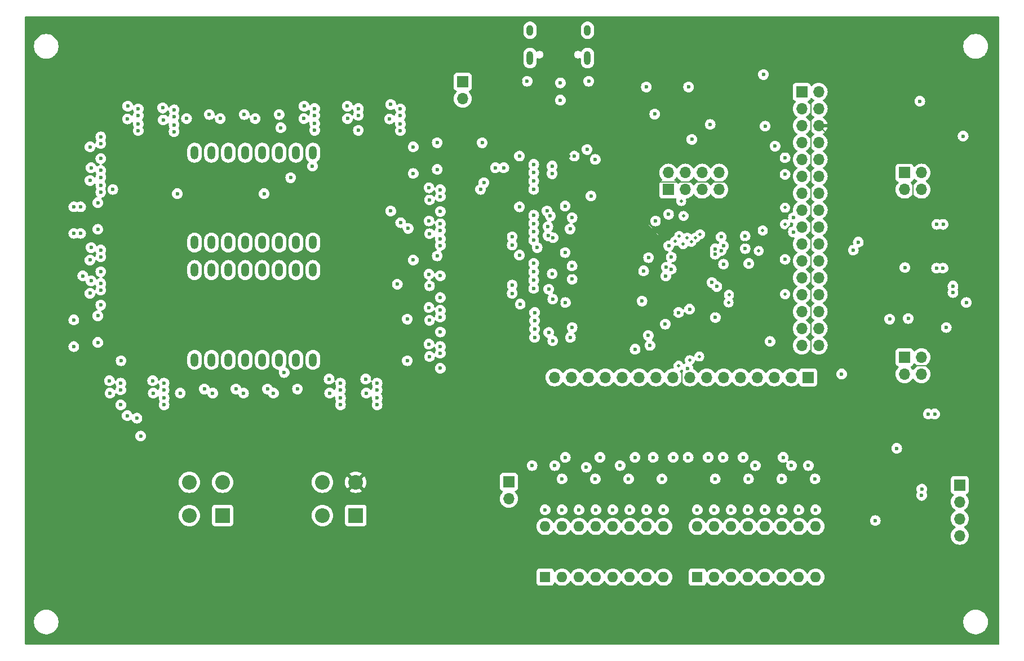
<source format=gbr>
%TF.GenerationSoftware,KiCad,Pcbnew,8.0.5*%
%TF.CreationDate,2024-11-20T12:06:11-07:00*%
%TF.ProjectId,CMPE2750,434d5045-3237-4353-902e-6b696361645f,rev?*%
%TF.SameCoordinates,Original*%
%TF.FileFunction,Copper,L2,Inr*%
%TF.FilePolarity,Positive*%
%FSLAX46Y46*%
G04 Gerber Fmt 4.6, Leading zero omitted, Abs format (unit mm)*
G04 Created by KiCad (PCBNEW 8.0.5) date 2024-11-20 12:06:11*
%MOMM*%
%LPD*%
G01*
G04 APERTURE LIST*
%TA.AperFunction,ComponentPad*%
%ADD10R,1.600000X1.600000*%
%TD*%
%TA.AperFunction,ComponentPad*%
%ADD11O,1.600000X1.600000*%
%TD*%
%TA.AperFunction,ComponentPad*%
%ADD12O,1.000000X2.100000*%
%TD*%
%TA.AperFunction,ComponentPad*%
%ADD13O,1.000000X1.600000*%
%TD*%
%TA.AperFunction,ComponentPad*%
%ADD14R,1.700000X1.700000*%
%TD*%
%TA.AperFunction,ComponentPad*%
%ADD15O,1.700000X1.700000*%
%TD*%
%TA.AperFunction,ComponentPad*%
%ADD16O,1.200000X2.000000*%
%TD*%
%TA.AperFunction,ComponentPad*%
%ADD17R,2.209800X2.209800*%
%TD*%
%TA.AperFunction,ComponentPad*%
%ADD18C,2.209800*%
%TD*%
%TA.AperFunction,ViaPad*%
%ADD19C,0.600000*%
%TD*%
%TA.AperFunction,ViaPad*%
%ADD20C,0.500000*%
%TD*%
%TA.AperFunction,Conductor*%
%ADD21C,0.200000*%
%TD*%
G04 APERTURE END LIST*
D10*
%TO.N,/b16*%
%TO.C,SW2*%
X132460000Y-130760000D03*
D11*
%TO.N,/b15*%
X135000000Y-130760000D03*
%TO.N,/b14*%
X137540000Y-130760000D03*
%TO.N,/b13*%
X140080000Y-130760000D03*
%TO.N,/b12*%
X142620000Y-130760000D03*
%TO.N,/b11*%
X145160000Y-130760000D03*
%TO.N,/b10*%
X147700000Y-130760000D03*
%TO.N,/b9*%
X150240000Y-130760000D03*
%TO.N,VDD*%
X150240000Y-123140000D03*
X147700000Y-123140000D03*
X145160000Y-123140000D03*
X142620000Y-123140000D03*
X140080000Y-123140000D03*
X137540000Y-123140000D03*
X135000000Y-123140000D03*
X132460000Y-123140000D03*
%TD*%
D12*
%TO.N,Net-(J6-SHIELD)*%
%TO.C,J6*%
X138820000Y-52780000D03*
D13*
X138820000Y-48600000D03*
D12*
X130180000Y-52780000D03*
D13*
X130180000Y-48600000D03*
%TD*%
D14*
%TO.N,/filters and amps/V_{DAC}*%
%TO.C,J8*%
X186460000Y-70000000D03*
D15*
%TO.N,/filters and amps/Ooutput_2b*%
X189000000Y-70000000D03*
%TO.N,/filters and amps/out_filt_input*%
X186460000Y-72540000D03*
%TO.N,/filters and amps/out_conditioning*%
X189000000Y-72540000D03*
%TD*%
D16*
%TO.N,/Display/t1*%
%TO.C,U10*%
X79800000Y-80500000D03*
%TO.N,/Display/t2*%
X82340000Y-80500000D03*
%TO.N,/Display/t3*%
X84880000Y-80500000D03*
%TO.N,/Display/t4*%
X87420000Y-80500000D03*
%TO.N,/Display/t5*%
X89960000Y-80500000D03*
%TO.N,/Display/t6*%
X92500000Y-80500000D03*
%TO.N,/Display/t7*%
X95040000Y-80500000D03*
%TO.N,/Display/t8*%
X97580000Y-80500000D03*
%TO.N,/Display/t9*%
X97580000Y-67000000D03*
%TO.N,/Display/t10*%
X95040000Y-67000000D03*
%TO.N,/Display/t11*%
X92500000Y-67000000D03*
%TO.N,/Display/t12*%
X89960000Y-67000000D03*
%TO.N,/Display/t13*%
X87420000Y-67000000D03*
%TO.N,/Display/t14*%
X84880000Y-67000000D03*
%TO.N,/Display/t15*%
X82340000Y-67000000D03*
%TO.N,/Display/t16*%
X79800000Y-67000000D03*
%TD*%
D14*
%TO.N,/ADC*%
%TO.C,J3*%
X171000000Y-57850000D03*
D15*
%TO.N,VBUS*%
X173540000Y-57850000D03*
%TO.N,/PC1*%
X171000000Y-60390000D03*
%TO.N,VDD*%
X173540000Y-60390000D03*
%TO.N,/PC2*%
X171000000Y-62930000D03*
%TO.N,GND*%
X173540000Y-62930000D03*
%TO.N,/PC3*%
X171000000Y-65470000D03*
%TO.N,-5V*%
X173540000Y-65470000D03*
%TO.N,/~{SRCLR}*%
X171000000Y-68010000D03*
%TO.N,/PA0*%
X173540000Y-68010000D03*
%TO.N,/~{RCL}*%
X171000000Y-70550000D03*
%TO.N,/PA1*%
X173540000Y-70550000D03*
%TO.N,/PC6*%
X171000000Y-73090000D03*
%TO.N,/PA2*%
X173540000Y-73090000D03*
%TO.N,/PC7*%
X171000000Y-75630000D03*
%TO.N,/PA3*%
X173540000Y-75630000D03*
%TO.N,/PC8*%
X171000000Y-78170000D03*
%TO.N,/DAC*%
X173540000Y-78170000D03*
%TO.N,/PC9*%
X171000000Y-80710000D03*
%TO.N,/1.25V*%
X173540000Y-80710000D03*
%TO.N,/PC13*%
X171000000Y-83250000D03*
%TO.N,/PA6*%
X173540000Y-83250000D03*
%TO.N,/NRST*%
X171000000Y-85790000D03*
%TO.N,/PA7*%
X173540000Y-85790000D03*
%TO.N,/BOOT0*%
X171000000Y-88330000D03*
%TO.N,/PA8*%
X173540000Y-88330000D03*
%TO.N,unconnected-(J3-Pin_27-Pad27)*%
X171000000Y-90870000D03*
%TO.N,/PH0*%
X173540000Y-90870000D03*
%TO.N,unconnected-(J3-Pin_29-Pad29)*%
X171000000Y-93410000D03*
%TO.N,/PH1*%
X173540000Y-93410000D03*
%TO.N,VDDA*%
X171000000Y-95950000D03*
%TO.N,/PD2*%
X173540000Y-95950000D03*
%TD*%
D10*
%TO.N,/b8*%
%TO.C,SW3*%
X155320000Y-130760000D03*
D11*
%TO.N,/b7*%
X157860000Y-130760000D03*
%TO.N,/b6*%
X160400000Y-130760000D03*
%TO.N,/b5*%
X162940000Y-130760000D03*
%TO.N,/b4*%
X165480000Y-130760000D03*
%TO.N,/b3*%
X168020000Y-130760000D03*
%TO.N,/b2*%
X170560000Y-130760000D03*
%TO.N,/b1*%
X173100000Y-130760000D03*
%TO.N,VDD*%
X173100000Y-123140000D03*
X170560000Y-123140000D03*
X168020000Y-123140000D03*
X165480000Y-123140000D03*
X162940000Y-123140000D03*
X160400000Y-123140000D03*
X157860000Y-123140000D03*
X155320000Y-123140000D03*
%TD*%
D14*
%TO.N,/SER{slash}MOSI*%
%TO.C,J2*%
X150960000Y-72540000D03*
D15*
%TO.N,/Display/SER*%
X150960000Y-70000000D03*
%TO.N,/SO{slash}MISO*%
X153500000Y-72540000D03*
%TO.N,/Display/SO*%
X153500000Y-70000000D03*
%TO.N,/SRCLK{slash}CLK*%
X156040000Y-72540000D03*
%TO.N,/Display/SRCLK*%
X156040000Y-70000000D03*
%TO.N,/RCLK{slash}CS*%
X158580000Y-72540000D03*
%TO.N,/Display/RCLK*%
X158580000Y-70000000D03*
%TD*%
D14*
%TO.N,VBUS*%
%TO.C,J9*%
X120080000Y-56345000D03*
D15*
%TO.N,/Display/V_{DISP}*%
X120080000Y-58885000D03*
%TD*%
D14*
%TO.N,OUT*%
%TO.C,J5*%
X194750000Y-116920000D03*
D15*
%TO.N,Net-(J5-Pin_2)*%
X194750000Y-119460000D03*
%TO.N,Net-(J5-Pin_3)*%
X194750000Y-122000000D03*
%TO.N,Net-(J5-Pin_4)*%
X194750000Y-124540000D03*
%TD*%
D14*
%TO.N,/b1*%
%TO.C,J4*%
X171980000Y-100750000D03*
D15*
%TO.N,/b2*%
X169440000Y-100750000D03*
%TO.N,/b3*%
X166900000Y-100750000D03*
%TO.N,/b4*%
X164360000Y-100750000D03*
%TO.N,/b5*%
X161820000Y-100750000D03*
%TO.N,/b6*%
X159280000Y-100750000D03*
%TO.N,/b7*%
X156740000Y-100750000D03*
%TO.N,/b8*%
X154200000Y-100750000D03*
%TO.N,/b9*%
X151660000Y-100750000D03*
%TO.N,/b10*%
X149120000Y-100750000D03*
%TO.N,/b11*%
X146580000Y-100750000D03*
%TO.N,/b12*%
X144040000Y-100750000D03*
%TO.N,/b13*%
X141500000Y-100750000D03*
%TO.N,/b14*%
X138960000Y-100750000D03*
%TO.N,/b15*%
X136420000Y-100750000D03*
%TO.N,/b16*%
X133880000Y-100750000D03*
%TD*%
D17*
%TO.N,/PH0*%
%TO.C,SW4*%
X84000000Y-121500000D03*
D18*
%TO.N,VDD*%
X84000000Y-116500000D03*
%TO.N,Net-(C32-Pad2)*%
X79000000Y-116500000D03*
%TO.N,Net-(C32-Pad1)*%
X79000000Y-121500000D03*
%TD*%
D14*
%TO.N,/filters and amps/conditioned_input*%
%TO.C,J7*%
X186460000Y-97725000D03*
D15*
%TO.N,/filters and amps/Output_2a*%
X189000000Y-97725000D03*
%TO.N,/filters and amps/in_filter_input*%
X186460000Y-100265000D03*
%TO.N,/ADC*%
X189000000Y-100265000D03*
%TD*%
D14*
%TO.N,VBUS*%
%TO.C,J10*%
X127000000Y-116460000D03*
D15*
%TO.N,/switches/switch_leds/sl_power*%
X127000000Y-119000000D03*
%TD*%
D17*
%TO.N,/NRST*%
%TO.C,SW1*%
X104000000Y-121500000D03*
D18*
%TO.N,GND*%
X104000000Y-116500000D03*
%TO.N,Net-(C8-Pad2)*%
X99000000Y-116500000D03*
%TO.N,Net-(C8-Pad1)*%
X99000000Y-121500000D03*
%TD*%
D16*
%TO.N,/Display/b1*%
%TO.C,U11*%
X79800000Y-98120000D03*
%TO.N,/Display/b2*%
X82340000Y-98120000D03*
%TO.N,/Display/b3*%
X84880000Y-98120000D03*
%TO.N,/Display/b4*%
X87420000Y-98120000D03*
%TO.N,/Display/b5*%
X89960000Y-98120000D03*
%TO.N,/Display/b6*%
X92500000Y-98120000D03*
%TO.N,/Display/b7*%
X95040000Y-98120000D03*
%TO.N,/Display/b8*%
X97580000Y-98120000D03*
%TO.N,/Display/b9*%
X97580000Y-84620000D03*
%TO.N,/Display/b10*%
X95040000Y-84620000D03*
%TO.N,/Display/b11*%
X92500000Y-84620000D03*
%TO.N,/Display/b12*%
X89960000Y-84620000D03*
%TO.N,/Display/b13*%
X87420000Y-84620000D03*
%TO.N,/Display/b14*%
X84880000Y-84620000D03*
%TO.N,/Display/b15*%
X82340000Y-84620000D03*
%TO.N,/Display/b16*%
X79800000Y-84620000D03*
%TD*%
D19*
%TO.N,VDD*%
X162500000Y-79520000D03*
X157250000Y-62750000D03*
X149040000Y-77250000D03*
X135500000Y-89500000D03*
X135460000Y-82000000D03*
X140000000Y-68000000D03*
X154006600Y-57124400D03*
X152500000Y-91000000D03*
X130500000Y-114000000D03*
X135460000Y-75000000D03*
X151000000Y-76250000D03*
X158020000Y-91750000D03*
X147000000Y-89287500D03*
X165500000Y-63000000D03*
%TO.N,GND*%
X148926600Y-57124400D03*
X152736600Y-57124400D03*
X157840000Y-128000000D03*
X84000000Y-63750000D03*
X130925000Y-57250000D03*
X176000000Y-87240000D03*
X60750000Y-93000000D03*
X168500000Y-66730000D03*
X176000000Y-84750000D03*
X156250000Y-107500000D03*
X129610000Y-82375000D03*
X147680000Y-128000000D03*
X94330000Y-60920000D03*
X161500000Y-108000000D03*
X172250000Y-108000000D03*
X176000000Y-66750000D03*
X193225000Y-77345000D03*
X135980000Y-67500000D03*
X111500000Y-70000000D03*
X195250000Y-61250000D03*
X137510000Y-91500000D03*
X183000000Y-111300000D03*
X98205000Y-102170000D03*
X168500000Y-71740000D03*
X145750000Y-107250000D03*
X137520000Y-128000000D03*
X150220000Y-128000000D03*
X133000000Y-108000000D03*
D20*
X150000000Y-77250000D03*
D19*
X155300000Y-128000000D03*
X176000000Y-69250000D03*
X162300000Y-55250000D03*
X165500000Y-108250000D03*
D20*
X145000000Y-87000000D03*
D19*
X134540000Y-89500000D03*
X113205000Y-73120000D03*
X168500000Y-61730000D03*
X168500000Y-69230000D03*
X134980000Y-128000000D03*
X137500000Y-107750000D03*
X78250000Y-105000000D03*
X176000000Y-92240000D03*
X113205000Y-96670000D03*
X129610000Y-67500000D03*
X176000000Y-74240000D03*
X128750000Y-56250000D03*
X168500000Y-81990000D03*
X153250000Y-50250000D03*
X140500000Y-56250000D03*
X176000000Y-71740000D03*
X131760000Y-80125000D03*
X129610000Y-75125000D03*
D20*
X162500000Y-80480000D03*
D19*
X195735000Y-90500000D03*
X62205000Y-70220000D03*
D20*
X151960000Y-76250000D03*
D19*
X136500000Y-85010000D03*
X140000000Y-107750000D03*
X168500000Y-59250000D03*
X126490000Y-72000000D03*
X168500000Y-76750000D03*
X170540000Y-128000000D03*
D20*
X151540000Y-91000000D03*
D19*
X168500000Y-79700000D03*
X122055000Y-62120000D03*
X113205000Y-91220000D03*
X73205000Y-61120000D03*
X176000000Y-94740000D03*
X160380000Y-128000000D03*
D20*
X144250000Y-84500000D03*
D19*
X65205000Y-102170000D03*
X154750000Y-107500000D03*
X176000000Y-89740000D03*
X107205000Y-60970000D03*
X113205000Y-86045000D03*
X165460000Y-128000000D03*
X61000000Y-80000000D03*
X184475000Y-79295000D03*
X134500000Y-82000000D03*
X162550000Y-63000000D03*
X127000000Y-82250000D03*
X67830000Y-60970000D03*
X134500000Y-75000000D03*
X168500000Y-64250000D03*
X160000000Y-108000000D03*
X137760000Y-68750000D03*
X131760000Y-87375000D03*
X112000000Y-84000000D03*
D20*
X144250000Y-77500000D03*
X158020000Y-90750000D03*
D19*
X61000000Y-76000000D03*
X140060000Y-128000000D03*
X121250000Y-50250000D03*
X169250000Y-73500000D03*
X167250000Y-108250000D03*
X170750000Y-108000000D03*
X62205000Y-65170000D03*
X176000000Y-81750000D03*
X137750000Y-57250000D03*
X151466600Y-57124400D03*
X113205000Y-78220000D03*
X151000000Y-108000000D03*
X144320000Y-107250000D03*
X100892500Y-60920000D03*
X136500000Y-75740000D03*
X132440000Y-128000000D03*
X103705000Y-102170000D03*
X131760000Y-72500000D03*
X181250000Y-63000000D03*
X89250000Y-63750000D03*
X162920000Y-128000000D03*
X92000000Y-105000000D03*
D20*
X156500000Y-75000000D03*
D19*
X83000000Y-105000000D03*
X129747500Y-89750000D03*
X168500000Y-87230000D03*
X145140000Y-128000000D03*
X149290000Y-107750000D03*
X173080000Y-128000000D03*
X60750000Y-97000000D03*
X126627500Y-94250000D03*
X131897500Y-94750000D03*
X111750000Y-67000000D03*
X189250000Y-124750000D03*
X62205000Y-87170000D03*
X126490000Y-86875000D03*
X87500000Y-105000000D03*
D20*
X158500000Y-75000000D03*
D19*
X79000000Y-63750000D03*
X71705000Y-102170000D03*
D20*
X148500000Y-73510000D03*
X154500000Y-75000000D03*
D19*
X168000000Y-128000000D03*
X62205000Y-82170000D03*
X135000000Y-108000000D03*
X142600000Y-128000000D03*
X126490000Y-79625000D03*
X192000000Y-112710000D03*
%TO.N,VBUS*%
X190980000Y-106250000D03*
X129750000Y-56250000D03*
X192225000Y-84345000D03*
X193725000Y-88000000D03*
X192250000Y-77750000D03*
X165250000Y-55250000D03*
X188750000Y-59250000D03*
X139000000Y-56250000D03*
X189025000Y-118475000D03*
%TO.N,-5V*%
X187000000Y-91905000D03*
X191290000Y-77750000D03*
X186500000Y-84250000D03*
X191265000Y-84345000D03*
X190020000Y-106250000D03*
X193725000Y-87040000D03*
X192715000Y-93250000D03*
X182050000Y-122270000D03*
X189050000Y-117540000D03*
X185275000Y-111405000D03*
X195250000Y-64500000D03*
%TO.N,/Display/V_{DISP}*%
X73500000Y-101250000D03*
X69750000Y-60000000D03*
X96250000Y-60000000D03*
X109250000Y-59750000D03*
X97830000Y-60360000D03*
X116705000Y-96110000D03*
X105500000Y-101000000D03*
X116705000Y-85485000D03*
X110705000Y-60410000D03*
X100000000Y-101000000D03*
X115000000Y-77250000D03*
X115000000Y-72250000D03*
X64250000Y-86250000D03*
X116705000Y-72560000D03*
X75205000Y-101610000D03*
X115000000Y-95750000D03*
X116705000Y-77660000D03*
X67000000Y-101250000D03*
X104392500Y-60360000D03*
X101705000Y-101610000D03*
X115000000Y-85250000D03*
X65705000Y-69660000D03*
X71330000Y-60410000D03*
X115000000Y-90250000D03*
X64250000Y-81250000D03*
X65705000Y-86610000D03*
X65705000Y-64610000D03*
X116705000Y-90660000D03*
X102750000Y-60000000D03*
X65705000Y-81610000D03*
X64250000Y-69250000D03*
X75000000Y-60250000D03*
X76705000Y-60560000D03*
X107205000Y-101610000D03*
X68705000Y-101610000D03*
%TO.N,Net-(D3-A)*%
X132450000Y-120650000D03*
%TO.N,Net-(D4-K)*%
X135000000Y-116000000D03*
%TO.N,Net-(D4-A)*%
X134990000Y-120650000D03*
%TO.N,Net-(D5-A)*%
X137530000Y-120650000D03*
%TO.N,Net-(D6-K)*%
X140000000Y-116000000D03*
%TO.N,Net-(D6-A)*%
X140070000Y-120650000D03*
%TO.N,Net-(D7-A)*%
X147690000Y-120650000D03*
%TO.N,Net-(D8-K)*%
X145000000Y-116000000D03*
%TO.N,Net-(D8-A)*%
X145150000Y-120650000D03*
%TO.N,Net-(D9-A)*%
X150230000Y-120650000D03*
%TO.N,Net-(D9-K)*%
X150000000Y-116000000D03*
%TO.N,Net-(D10-A)*%
X142610000Y-120650000D03*
%TO.N,Net-(D11-A)*%
X160390000Y-120650000D03*
%TO.N,Net-(D12-K)*%
X158000000Y-116000000D03*
%TO.N,Net-(D12-A)*%
X157850000Y-120650000D03*
%TO.N,Net-(D13-A)*%
X162930000Y-120650000D03*
%TO.N,Net-(D13-K)*%
X163000000Y-116000000D03*
%TO.N,Net-(D14-A)*%
X155310000Y-120650000D03*
%TO.N,Net-(D15-A)*%
X165470000Y-120650000D03*
%TO.N,Net-(D16-K)*%
X168000000Y-116000000D03*
%TO.N,Net-(D16-A)*%
X168010000Y-120650000D03*
%TO.N,Net-(D17-A)*%
X170550000Y-120650000D03*
%TO.N,Net-(D18-A)*%
X173090000Y-120650000D03*
%TO.N,Net-(D18-K)*%
X173000000Y-116000000D03*
%TO.N,VDDA*%
X148200000Y-95950000D03*
%TO.N,Net-(J1-Pin_13)*%
X147656600Y-57124400D03*
X162500000Y-81401470D03*
%TO.N,/NRST*%
X153879265Y-99381597D03*
X148000000Y-82750000D03*
X167000000Y-66000000D03*
X148926600Y-61188400D03*
%TO.N,/Display/SO*%
X136250000Y-94750000D03*
%TO.N,/Display/RCLK*%
X136200735Y-78450735D03*
X138750000Y-66515000D03*
X136500000Y-93250000D03*
X136500000Y-86000000D03*
%TO.N,/PC1*%
X154500000Y-65000000D03*
X147250000Y-84750000D03*
%TO.N,/PC2*%
X150653321Y-84212816D03*
%TO.N,/ADC*%
X145972100Y-96515072D03*
%TO.N,/~{RCL}*%
X136828529Y-67500000D03*
X132910999Y-79470545D03*
X133000000Y-94000000D03*
X168500000Y-70250000D03*
X133000000Y-87500000D03*
X133500000Y-70151472D03*
%TO.N,/PC13*%
X168500000Y-83010000D03*
X151016940Y-80983060D03*
%TO.N,/PC3*%
X150580442Y-85523362D03*
D20*
%TO.N,/PC7*%
X168500000Y-75250000D03*
X165150000Y-78678529D03*
%TO.N,/PC8*%
X168500000Y-77750000D03*
X164550000Y-81750000D03*
D19*
%TO.N,/PC9*%
X159250000Y-83750000D03*
%TO.N,/~{SRCLR}*%
X139350000Y-73500000D03*
X133655756Y-79770005D03*
X133510999Y-85190472D03*
X133600000Y-89000000D03*
X168500000Y-67750000D03*
X133600000Y-95250000D03*
X133225000Y-76500000D03*
%TO.N,/b3*%
X164040000Y-114000000D03*
D20*
X160000000Y-89500000D03*
D19*
%TO.N,/b5*%
X159190000Y-112760000D03*
D20*
X155000000Y-79750000D03*
D19*
%TO.N,/b1*%
X169460000Y-114000000D03*
D20*
X160075000Y-88344063D03*
%TO.N,/b6*%
X154400000Y-80376102D03*
D19*
X162210000Y-112760000D03*
D20*
%TO.N,/b4*%
X155750000Y-79250000D03*
D19*
X168210000Y-112760000D03*
%TO.N,/b2*%
X172000000Y-114000000D03*
%TO.N,OUT*%
X195735000Y-89500000D03*
%TO.N,/D-*%
X158892228Y-81715544D03*
X169750000Y-78900000D03*
%TO.N,/D+*%
X169750000Y-76750000D03*
X159250000Y-81000000D03*
X134750000Y-56500000D03*
X134750000Y-59091400D03*
%TO.N,Net-(Q1-G)*%
X71330000Y-61430000D03*
X69705000Y-61920000D03*
%TO.N,/Display/t1*%
X111877739Y-78372261D03*
%TO.N,Net-(Q11-D)*%
X116705000Y-78680000D03*
X115080000Y-79170000D03*
%TO.N,Net-(Q12-D)*%
X75080000Y-62070000D03*
X76705000Y-61580000D03*
%TO.N,/Display/t2*%
X109250000Y-75750000D03*
%TO.N,Net-(Q13-D)*%
X115080000Y-74070000D03*
X116705000Y-73580000D03*
%TO.N,/Display/t7*%
X77192734Y-73150000D03*
%TO.N,Net-(Q14-D)*%
X65705000Y-70680000D03*
X64080000Y-71170000D03*
%TO.N,Net-(Q15-D)*%
X96205000Y-61870000D03*
X97830000Y-61380000D03*
%TO.N,Net-(Q16-D)*%
X102767500Y-61870000D03*
X104392500Y-61380000D03*
%TO.N,Net-(Q17-D)*%
X64080000Y-66120000D03*
X65705000Y-65630000D03*
%TO.N,/Display/t8*%
X90230000Y-73150000D03*
%TO.N,Net-(Q18-D)*%
X109080000Y-61920000D03*
X110705000Y-61430000D03*
%TO.N,Net-(Q10-G)*%
X71330000Y-63680000D03*
%TO.N,Net-(Q11-G)*%
X116705000Y-80930000D03*
%TO.N,Net-(Q12-G)*%
X76705000Y-63830000D03*
%TO.N,Net-(Q13-G)*%
X116705000Y-75830000D03*
%TO.N,Net-(Q14-G)*%
X65705000Y-72930000D03*
%TO.N,Net-(Q15-G)*%
X97830000Y-63630000D03*
%TO.N,Net-(Q16-G)*%
X104392500Y-63630000D03*
%TO.N,Net-(Q17-G)*%
X65705000Y-67880000D03*
%TO.N,Net-(Q18-G)*%
X110705000Y-63680000D03*
%TO.N,Net-(Q19-G)*%
X64080000Y-83120000D03*
X65705000Y-82630000D03*
%TO.N,Net-(Q20-G)*%
X105580000Y-103120000D03*
X107205000Y-102630000D03*
%TO.N,Net-(Q21-G)*%
X65705000Y-87630000D03*
X64080000Y-88120000D03*
%TO.N,/Display/b15*%
X63000000Y-85500000D03*
%TO.N,Net-(Q22-G)*%
X101705000Y-102630000D03*
X100080000Y-103120000D03*
%TO.N,/Display/b7*%
X93250000Y-100020000D03*
%TO.N,Net-(Q23-G)*%
X73580000Y-103120000D03*
X75205000Y-102630000D03*
%TO.N,Net-(Q24-G)*%
X115080000Y-86995000D03*
%TO.N,Net-(Q25-G)*%
X116705000Y-91680000D03*
X115080000Y-92170000D03*
%TO.N,/Display/b10*%
X111750000Y-92000000D03*
%TO.N,Net-(Q26-G)*%
X67080000Y-103120000D03*
X68705000Y-102630000D03*
%TO.N,/Display/b8*%
X68750000Y-98250000D03*
%TO.N,/Display/b9*%
X111750000Y-98250000D03*
%TO.N,Net-(Q27-G)*%
X115080000Y-97620000D03*
X116705000Y-97130000D03*
%TO.N,Net-(Q28-G)*%
X65705000Y-84880000D03*
%TO.N,Net-(Q29-G)*%
X107205000Y-104880000D03*
%TO.N,Net-(Q30-G)*%
X65705000Y-89880000D03*
%TO.N,Net-(Q31-G)*%
X101705000Y-104880000D03*
%TO.N,Net-(Q32-G)*%
X75205000Y-104880000D03*
%TO.N,Net-(Q33-G)*%
X116705000Y-88755000D03*
%TO.N,Net-(Q34-G)*%
X116705000Y-93930000D03*
%TO.N,Net-(Q35-G)*%
X68705000Y-104880000D03*
%TO.N,Net-(Q36-G)*%
X116705000Y-99380000D03*
%TO.N,Net-(Q37-G)*%
X88892500Y-61870000D03*
%TO.N,Net-(Q37-D)*%
X92500000Y-61250000D03*
%TO.N,Net-(Q38-G)*%
X78580000Y-61870000D03*
%TO.N,Net-(Q38-D)*%
X82000000Y-61250000D03*
%TO.N,Net-(Q39-G)*%
X83642500Y-61870000D03*
%TO.N,Net-(Q39-D)*%
X87250000Y-61250000D03*
%TO.N,Net-(Q40-G)*%
X112642500Y-66120000D03*
%TO.N,Net-(Q40-D)*%
X116250000Y-65500000D03*
%TO.N,Net-(Q41-D)*%
X116250000Y-69500000D03*
%TO.N,Net-(Q41-G)*%
X112642500Y-70120000D03*
%TO.N,Net-(Q42-D)*%
X65250000Y-74500000D03*
%TO.N,Net-(Q42-G)*%
X61642500Y-75120000D03*
%TO.N,Net-(Q43-G)*%
X61642500Y-79120000D03*
%TO.N,Net-(Q43-D)*%
X65250000Y-78500000D03*
%TO.N,Net-(Q44-G)*%
X112642500Y-83120000D03*
%TO.N,Net-(Q44-D)*%
X116250000Y-82500000D03*
%TO.N,Net-(Q45-G)*%
X61642500Y-92120000D03*
%TO.N,Net-(Q45-D)*%
X65250000Y-91500000D03*
%TO.N,Net-(Q46-G)*%
X61642500Y-96120000D03*
%TO.N,Net-(Q46-D)*%
X65250000Y-95500000D03*
%TO.N,Net-(Q47-D)*%
X90750000Y-102500000D03*
%TO.N,Net-(Q47-G)*%
X87142500Y-103120000D03*
%TO.N,Net-(Q48-G)*%
X91642500Y-103120000D03*
%TO.N,Net-(Q48-D)*%
X95250000Y-102500000D03*
%TO.N,Net-(Q49-G)*%
X77642500Y-103120000D03*
%TO.N,Net-(Q49-D)*%
X81250000Y-102500000D03*
%TO.N,Net-(Q50-D)*%
X86000000Y-102500000D03*
%TO.N,Net-(Q50-G)*%
X82517500Y-103120000D03*
D20*
%TO.N,/BOOT0*%
X153250000Y-76500000D03*
X168500000Y-88250000D03*
D19*
%TO.N,/PA0*%
X158901471Y-79651471D03*
%TO.N,/PA1*%
X158000000Y-81449997D03*
%TO.N,/PA2*%
X158000000Y-82250000D03*
%TO.N,/PA3*%
X147950735Y-94450735D03*
%TO.N,/PA6*%
X154150000Y-90500000D03*
X166250000Y-95350000D03*
%TO.N,/PA7*%
X158250000Y-87100000D03*
%TO.N,/PA8*%
X163051472Y-83650000D03*
%TO.N,/PH0*%
X151400000Y-82669063D03*
X177000000Y-100250000D03*
%TO.N,/PH1*%
X151400000Y-84500000D03*
D20*
%TO.N,/PD2*%
X152890000Y-74250000D03*
D19*
%TO.N,/filters and amps/V_{OFF}*%
X184215000Y-92000000D03*
X179500000Y-80435000D03*
%TO.N,/Display/p16*%
X127510000Y-80875000D03*
X71330000Y-62660000D03*
%TO.N,/Display/p1*%
X133500000Y-69000000D03*
X116705000Y-79910000D03*
%TO.N,/Display/p15*%
X127510000Y-79625000D03*
X76705000Y-62810000D03*
%TO.N,/Display/p2*%
X128590000Y-67500000D03*
%TO.N,/Display/p7*%
X65705000Y-71910000D03*
X123250000Y-71500000D03*
%TO.N,/Display/p11*%
X130740000Y-76375000D03*
X110750000Y-77500000D03*
X97830000Y-62610000D03*
%TO.N,/Display/p10*%
X123000000Y-65500000D03*
X128590000Y-75125000D03*
%TO.N,/Display/p8*%
X122750000Y-72500000D03*
X67500000Y-72510000D03*
%TO.N,/Display/p9*%
X110705000Y-62660000D03*
X136500000Y-76760000D03*
%TO.N,/Display/p17*%
X107205000Y-103860000D03*
X136495000Y-83995000D03*
%TO.N,/Display/p18*%
X101705000Y-103860000D03*
X128590000Y-82375000D03*
%TO.N,/Display/p23*%
X75205000Y-103860000D03*
X127510000Y-86875000D03*
%TO.N,/Display/p27*%
X130877500Y-91000000D03*
%TO.N,/Display/p26*%
X128727500Y-89750000D03*
%TO.N,/Display/p24*%
X127510000Y-88125000D03*
X69661317Y-106500000D03*
%TO.N,/Display/t12*%
X92750000Y-63250000D03*
%TO.N,/Display/t4*%
X97500000Y-69000000D03*
%TO.N,/Display/t3*%
X94230000Y-70750000D03*
%TO.N,/Display/p12*%
X132737500Y-75737500D03*
X130740000Y-77625000D03*
%TO.N,/Display/p14*%
X131250000Y-81250000D03*
X130740000Y-80125000D03*
%TO.N,/Display/p13*%
X130740000Y-78875000D03*
X132864767Y-78114767D03*
%TO.N,/Display/p4*%
X125000000Y-69250000D03*
X130740000Y-70000000D03*
%TO.N,/Display/p3*%
X126250000Y-69250000D03*
X130740000Y-68750000D03*
%TO.N,/Display/p6*%
X130740000Y-72500000D03*
X62662500Y-75120000D03*
%TO.N,/Display/p5*%
X62662500Y-79120000D03*
X130740000Y-71250000D03*
%TO.N,/Display/p28*%
X130877500Y-92250000D03*
X110250000Y-86750000D03*
%TO.N,/Display/p30*%
X71685582Y-109564418D03*
X130877500Y-94750000D03*
%TO.N,/Display/p29*%
X71125000Y-106875000D03*
X130877500Y-93500000D03*
%TO.N,/Display/p20*%
X130740000Y-84875000D03*
%TO.N,/Display/p19*%
X130740000Y-83625000D03*
%TO.N,/Display/p22*%
X130740000Y-87375000D03*
%TO.N,/Display/p21*%
X130740000Y-86125000D03*
%TO.N,/b8*%
X156960000Y-112760000D03*
D20*
X153200000Y-80750000D03*
%TO.N,/b16*%
X155605862Y-97605862D03*
D19*
X135487500Y-112760000D03*
%TO.N,/b7*%
X153940000Y-112760000D03*
D20*
X153800000Y-79750000D03*
%TO.N,/b15*%
X154181597Y-98181597D03*
D19*
X133900000Y-114000000D03*
D20*
%TO.N,/b14*%
X152507332Y-99007332D03*
D19*
X140700000Y-112760000D03*
%TO.N,/b13*%
X138640000Y-114250000D03*
%TO.N,/b12*%
X145960000Y-112760000D03*
%TO.N,/b11*%
X143720000Y-114000000D03*
D20*
%TO.N,/b10*%
X152000000Y-80250000D03*
D19*
X151710000Y-112760000D03*
D20*
%TO.N,/b9*%
X152600000Y-79528379D03*
D19*
X148690000Y-112760000D03*
%TO.N,/1.25V*%
X178750000Y-81635000D03*
X150500000Y-92750000D03*
%TO.N,/DAC*%
X157500000Y-86500000D03*
%TD*%
D21*
%TO.N,GND*%
X191000000Y-99000000D02*
X190500000Y-99000000D01*
X153000000Y-101750000D02*
X153000000Y-100000000D01*
X172250000Y-98000000D02*
X172390000Y-97860000D01*
X174810000Y-64200000D02*
X175500000Y-64200000D01*
X172390000Y-97860000D02*
X172390000Y-59360000D01*
X190500000Y-99000000D02*
X188000000Y-99000000D01*
X152750000Y-102000000D02*
X153000000Y-101750000D01*
X172390000Y-59360000D02*
X172500000Y-59250000D01*
X75500000Y-61250000D02*
X75750000Y-61000000D01*
X160890000Y-71390000D02*
X149640000Y-71390000D01*
X114250000Y-73250000D02*
X115500000Y-73250000D01*
X74250000Y-61250000D02*
X75500000Y-61250000D01*
X161500000Y-72000000D02*
X160890000Y-71390000D01*
X149640000Y-71390000D02*
X149250000Y-71000000D01*
X169500000Y-77750000D02*
X168250000Y-79000000D01*
X187750000Y-73500000D02*
X187750000Y-71500000D01*
X173540000Y-62930000D02*
X174810000Y-64200000D01*
%TD*%
%TA.AperFunction,Conductor*%
%TO.N,GND*%
G36*
X150450133Y-80417787D02*
G01*
X150387124Y-80480797D01*
X150291151Y-80633536D01*
X150231571Y-80803805D01*
X150231570Y-80803810D01*
X150211375Y-80983056D01*
X150211375Y-80983063D01*
X150231570Y-81162309D01*
X150231571Y-81162314D01*
X150291151Y-81332583D01*
X150387124Y-81485322D01*
X150466589Y-81564787D01*
X147900940Y-84281357D01*
X147879816Y-84247738D01*
X147752262Y-84120184D01*
X147599523Y-84024211D01*
X147429254Y-83964631D01*
X147429249Y-83964630D01*
X147250004Y-83944435D01*
X147249996Y-83944435D01*
X147070750Y-83964630D01*
X147070745Y-83964631D01*
X146900476Y-84024211D01*
X146747737Y-84120184D01*
X146620184Y-84247737D01*
X146524211Y-84400476D01*
X146464631Y-84570745D01*
X146464630Y-84570750D01*
X146444435Y-84749996D01*
X146444435Y-84750003D01*
X146464630Y-84929249D01*
X146464631Y-84929254D01*
X146524211Y-85099523D01*
X146570908Y-85173840D01*
X146620184Y-85252262D01*
X146747738Y-85379816D01*
X146820391Y-85425467D01*
X146750000Y-85500000D01*
X137750000Y-85500000D01*
X137500000Y-85250000D01*
X137500000Y-82749996D01*
X147194435Y-82749996D01*
X147194435Y-82750003D01*
X147214630Y-82929249D01*
X147214631Y-82929254D01*
X147274211Y-83099523D01*
X147319328Y-83171325D01*
X147370184Y-83252262D01*
X147497738Y-83379816D01*
X147650478Y-83475789D01*
X147820745Y-83535368D01*
X147820750Y-83535369D01*
X147999996Y-83555565D01*
X148000000Y-83555565D01*
X148000004Y-83555565D01*
X148179249Y-83535369D01*
X148179252Y-83535368D01*
X148179255Y-83535368D01*
X148349522Y-83475789D01*
X148502262Y-83379816D01*
X148629816Y-83252262D01*
X148725789Y-83099522D01*
X148785368Y-82929255D01*
X148785369Y-82929249D01*
X148805565Y-82750003D01*
X148805565Y-82749996D01*
X148785369Y-82570750D01*
X148785368Y-82570745D01*
X148725788Y-82400476D01*
X148629815Y-82247737D01*
X148502262Y-82120184D01*
X148349523Y-82024211D01*
X148179254Y-81964631D01*
X148179249Y-81964630D01*
X148000004Y-81944435D01*
X147999996Y-81944435D01*
X147820750Y-81964630D01*
X147820745Y-81964631D01*
X147650476Y-82024211D01*
X147497737Y-82120184D01*
X147370184Y-82247737D01*
X147274211Y-82400476D01*
X147214631Y-82570745D01*
X147214630Y-82570750D01*
X147194435Y-82749996D01*
X137500000Y-82749996D01*
X137500000Y-76750000D01*
X137750000Y-76500000D01*
X146750000Y-76500000D01*
X150450133Y-80417787D01*
G37*
%TD.AperFunction*%
%TD*%
%TA.AperFunction,Conductor*%
%TO.N,GND*%
G36*
X153086062Y-99615658D02*
G01*
X153131277Y-99668926D01*
X153135002Y-99678324D01*
X153138314Y-99687788D01*
X153153475Y-99731118D01*
X153162329Y-99745208D01*
X153181329Y-99812445D01*
X153160961Y-99879280D01*
X153158910Y-99882303D01*
X153031575Y-100064158D01*
X152976998Y-100107783D01*
X152907500Y-100114977D01*
X152845145Y-100083454D01*
X152828425Y-100064158D01*
X152711945Y-99897807D01*
X152689618Y-99831601D01*
X152706628Y-99763834D01*
X152757576Y-99716021D01*
X152772563Y-99709643D01*
X152835022Y-99687788D01*
X152835025Y-99687785D01*
X152835029Y-99687784D01*
X152951991Y-99614292D01*
X153019227Y-99595291D01*
X153086062Y-99615658D01*
G37*
%TD.AperFunction*%
%TA.AperFunction,Conductor*%
G36*
X187978418Y-98620417D02*
G01*
X188006673Y-98641569D01*
X188128597Y-98763493D01*
X188128603Y-98763498D01*
X188314158Y-98893425D01*
X188357783Y-98948002D01*
X188364977Y-99017500D01*
X188333454Y-99079855D01*
X188314158Y-99096575D01*
X188128597Y-99226505D01*
X187961505Y-99393597D01*
X187831575Y-99579158D01*
X187776998Y-99622783D01*
X187707500Y-99629977D01*
X187645145Y-99598454D01*
X187628425Y-99579158D01*
X187498496Y-99393600D01*
X187439918Y-99335022D01*
X187376567Y-99271671D01*
X187343084Y-99210351D01*
X187348068Y-99140659D01*
X187389939Y-99084725D01*
X187420915Y-99067810D01*
X187552331Y-99018796D01*
X187667546Y-98932546D01*
X187753796Y-98817331D01*
X187802810Y-98685916D01*
X187844681Y-98629984D01*
X187910145Y-98605566D01*
X187978418Y-98620417D01*
G37*
%TD.AperFunction*%
%TA.AperFunction,Conductor*%
G36*
X172354855Y-94076546D02*
G01*
X172371575Y-94095842D01*
X172501501Y-94281396D01*
X172501506Y-94281402D01*
X172668597Y-94448493D01*
X172668603Y-94448498D01*
X172854158Y-94578425D01*
X172897783Y-94633002D01*
X172904977Y-94702500D01*
X172873454Y-94764855D01*
X172854158Y-94781575D01*
X172668597Y-94911505D01*
X172501505Y-95078597D01*
X172371575Y-95264158D01*
X172316998Y-95307783D01*
X172247500Y-95314977D01*
X172185145Y-95283454D01*
X172168425Y-95264158D01*
X172038494Y-95078597D01*
X171871402Y-94911506D01*
X171871396Y-94911501D01*
X171685842Y-94781575D01*
X171642217Y-94726998D01*
X171635023Y-94657500D01*
X171666546Y-94595145D01*
X171685842Y-94578425D01*
X171712420Y-94559815D01*
X171871401Y-94448495D01*
X172038495Y-94281401D01*
X172168425Y-94095842D01*
X172223002Y-94052217D01*
X172292500Y-94045023D01*
X172354855Y-94076546D01*
G37*
%TD.AperFunction*%
%TA.AperFunction,Conductor*%
G36*
X172354855Y-91536546D02*
G01*
X172371575Y-91555842D01*
X172501501Y-91741396D01*
X172501506Y-91741402D01*
X172668597Y-91908493D01*
X172668603Y-91908498D01*
X172854158Y-92038425D01*
X172897783Y-92093002D01*
X172904977Y-92162500D01*
X172873454Y-92224855D01*
X172854158Y-92241575D01*
X172668597Y-92371505D01*
X172501505Y-92538597D01*
X172371575Y-92724158D01*
X172316998Y-92767783D01*
X172247500Y-92774977D01*
X172185145Y-92743454D01*
X172168425Y-92724158D01*
X172038494Y-92538597D01*
X171871402Y-92371506D01*
X171871396Y-92371501D01*
X171685842Y-92241575D01*
X171642217Y-92186998D01*
X171635023Y-92117500D01*
X171666546Y-92055145D01*
X171685842Y-92038425D01*
X171791229Y-91964632D01*
X171871401Y-91908495D01*
X172038495Y-91741401D01*
X172168425Y-91555842D01*
X172223002Y-91512217D01*
X172292500Y-91505023D01*
X172354855Y-91536546D01*
G37*
%TD.AperFunction*%
%TA.AperFunction,Conductor*%
G36*
X172354855Y-88996546D02*
G01*
X172371575Y-89015842D01*
X172501501Y-89201396D01*
X172501506Y-89201402D01*
X172668597Y-89368493D01*
X172668603Y-89368498D01*
X172854158Y-89498425D01*
X172897783Y-89553002D01*
X172904977Y-89622500D01*
X172873454Y-89684855D01*
X172854158Y-89701575D01*
X172668597Y-89831505D01*
X172501505Y-89998597D01*
X172371575Y-90184158D01*
X172316998Y-90227783D01*
X172247500Y-90234977D01*
X172185145Y-90203454D01*
X172168425Y-90184158D01*
X172038494Y-89998597D01*
X171871402Y-89831506D01*
X171871396Y-89831501D01*
X171685842Y-89701575D01*
X171642217Y-89646998D01*
X171635023Y-89577500D01*
X171666546Y-89515145D01*
X171685842Y-89498425D01*
X171734106Y-89464630D01*
X171871401Y-89368495D01*
X172038495Y-89201401D01*
X172168425Y-89015842D01*
X172223002Y-88972217D01*
X172292500Y-88965023D01*
X172354855Y-88996546D01*
G37*
%TD.AperFunction*%
%TA.AperFunction,Conductor*%
G36*
X172354855Y-86456546D02*
G01*
X172371575Y-86475842D01*
X172501501Y-86661396D01*
X172501506Y-86661402D01*
X172668597Y-86828493D01*
X172668603Y-86828498D01*
X172854158Y-86958425D01*
X172897783Y-87013002D01*
X172904977Y-87082500D01*
X172873454Y-87144855D01*
X172854158Y-87161575D01*
X172668597Y-87291505D01*
X172501505Y-87458597D01*
X172371575Y-87644158D01*
X172316998Y-87687783D01*
X172247500Y-87694977D01*
X172185145Y-87663454D01*
X172168425Y-87644158D01*
X172038494Y-87458597D01*
X171871402Y-87291506D01*
X171871396Y-87291501D01*
X171685842Y-87161575D01*
X171642217Y-87106998D01*
X171635023Y-87037500D01*
X171666546Y-86975145D01*
X171685842Y-86958425D01*
X171727502Y-86929254D01*
X171871401Y-86828495D01*
X172038495Y-86661401D01*
X172168425Y-86475842D01*
X172223002Y-86432217D01*
X172292500Y-86425023D01*
X172354855Y-86456546D01*
G37*
%TD.AperFunction*%
%TA.AperFunction,Conductor*%
G36*
X172354855Y-83916546D02*
G01*
X172371575Y-83935842D01*
X172501501Y-84121396D01*
X172501506Y-84121402D01*
X172668597Y-84288493D01*
X172668603Y-84288498D01*
X172854158Y-84418425D01*
X172897783Y-84473002D01*
X172904977Y-84542500D01*
X172873454Y-84604855D01*
X172854158Y-84621575D01*
X172668597Y-84751505D01*
X172501505Y-84918597D01*
X172371575Y-85104158D01*
X172316998Y-85147783D01*
X172247500Y-85154977D01*
X172185145Y-85123454D01*
X172168425Y-85104158D01*
X172038494Y-84918597D01*
X171871402Y-84751506D01*
X171871396Y-84751501D01*
X171685842Y-84621575D01*
X171642217Y-84566998D01*
X171635023Y-84497500D01*
X171666546Y-84435145D01*
X171685842Y-84418425D01*
X171723488Y-84392065D01*
X171871401Y-84288495D01*
X172038495Y-84121401D01*
X172168425Y-83935842D01*
X172223002Y-83892217D01*
X172292500Y-83885023D01*
X172354855Y-83916546D01*
G37*
%TD.AperFunction*%
%TA.AperFunction,Conductor*%
G36*
X172354855Y-81376546D02*
G01*
X172371575Y-81395842D01*
X172501501Y-81581396D01*
X172501506Y-81581402D01*
X172668597Y-81748493D01*
X172668603Y-81748498D01*
X172854158Y-81878425D01*
X172897783Y-81933002D01*
X172904977Y-82002500D01*
X172873454Y-82064855D01*
X172854158Y-82081575D01*
X172668597Y-82211505D01*
X172501505Y-82378597D01*
X172371575Y-82564158D01*
X172316998Y-82607783D01*
X172247500Y-82614977D01*
X172185145Y-82583454D01*
X172168425Y-82564158D01*
X172038494Y-82378597D01*
X171871402Y-82211506D01*
X171871396Y-82211501D01*
X171685842Y-82081575D01*
X171642217Y-82026998D01*
X171635023Y-81957500D01*
X171666546Y-81895145D01*
X171685842Y-81878425D01*
X171708026Y-81862891D01*
X171871401Y-81748495D01*
X172038495Y-81581401D01*
X172168425Y-81395842D01*
X172223002Y-81352217D01*
X172292500Y-81345023D01*
X172354855Y-81376546D01*
G37*
%TD.AperFunction*%
%TA.AperFunction,Conductor*%
G36*
X172354855Y-78836546D02*
G01*
X172371575Y-78855842D01*
X172501501Y-79041396D01*
X172501506Y-79041402D01*
X172668597Y-79208493D01*
X172668603Y-79208498D01*
X172854158Y-79338425D01*
X172897783Y-79393002D01*
X172904977Y-79462500D01*
X172873454Y-79524855D01*
X172854158Y-79541575D01*
X172668597Y-79671505D01*
X172501505Y-79838597D01*
X172371575Y-80024158D01*
X172316998Y-80067783D01*
X172247500Y-80074977D01*
X172185145Y-80043454D01*
X172168425Y-80024158D01*
X172038494Y-79838597D01*
X171871402Y-79671506D01*
X171871396Y-79671501D01*
X171685842Y-79541575D01*
X171642217Y-79486998D01*
X171635023Y-79417500D01*
X171666546Y-79355145D01*
X171685842Y-79338425D01*
X171753150Y-79291295D01*
X171871401Y-79208495D01*
X172038495Y-79041401D01*
X172161241Y-78866102D01*
X172168425Y-78855842D01*
X172223002Y-78812217D01*
X172292500Y-78805023D01*
X172354855Y-78836546D01*
G37*
%TD.AperFunction*%
%TA.AperFunction,Conductor*%
G36*
X169403395Y-77476810D02*
G01*
X169570737Y-77535366D01*
X169570743Y-77535367D01*
X169570745Y-77535368D01*
X169570746Y-77535368D01*
X169570750Y-77535369D01*
X169623247Y-77541284D01*
X169687661Y-77568350D01*
X169727216Y-77625945D01*
X169729354Y-77695782D01*
X169726283Y-77705639D01*
X169664938Y-77934586D01*
X169664936Y-77934596D01*
X169658642Y-78006535D01*
X169633189Y-78071603D01*
X169576597Y-78112581D01*
X169576069Y-78112767D01*
X169400480Y-78174209D01*
X169375206Y-78190089D01*
X169307969Y-78209087D01*
X169241134Y-78188717D01*
X169195922Y-78135448D01*
X169186686Y-78066191D01*
X169192196Y-78044138D01*
X169195265Y-78035369D01*
X169216113Y-77975788D01*
X169236313Y-77918060D01*
X169236313Y-77918059D01*
X169255249Y-77750002D01*
X169255249Y-77749997D01*
X169239220Y-77607735D01*
X169251274Y-77538913D01*
X169298624Y-77487533D01*
X169366234Y-77469909D01*
X169403395Y-77476810D01*
G37*
%TD.AperFunction*%
%TA.AperFunction,Conductor*%
G36*
X172354855Y-76296546D02*
G01*
X172371575Y-76315842D01*
X172501501Y-76501396D01*
X172501506Y-76501402D01*
X172668597Y-76668493D01*
X172668603Y-76668498D01*
X172854158Y-76798425D01*
X172897783Y-76853002D01*
X172904977Y-76922500D01*
X172873454Y-76984855D01*
X172854158Y-77001575D01*
X172668597Y-77131505D01*
X172501505Y-77298597D01*
X172371575Y-77484158D01*
X172316998Y-77527783D01*
X172247500Y-77534977D01*
X172185145Y-77503454D01*
X172168425Y-77484158D01*
X172038494Y-77298597D01*
X171871402Y-77131506D01*
X171871396Y-77131501D01*
X171685842Y-77001575D01*
X171642217Y-76946998D01*
X171635023Y-76877500D01*
X171666546Y-76815145D01*
X171685842Y-76798425D01*
X171755000Y-76750000D01*
X171871401Y-76668495D01*
X172038495Y-76501401D01*
X172168425Y-76315842D01*
X172223002Y-76272217D01*
X172292500Y-76265023D01*
X172354855Y-76296546D01*
G37*
%TD.AperFunction*%
%TA.AperFunction,Conductor*%
G36*
X172354855Y-73756546D02*
G01*
X172371575Y-73775842D01*
X172501501Y-73961396D01*
X172501506Y-73961402D01*
X172668597Y-74128493D01*
X172668603Y-74128498D01*
X172854158Y-74258425D01*
X172897783Y-74313002D01*
X172904977Y-74382500D01*
X172873454Y-74444855D01*
X172854158Y-74461575D01*
X172668597Y-74591505D01*
X172501505Y-74758597D01*
X172371575Y-74944158D01*
X172316998Y-74987783D01*
X172247500Y-74994977D01*
X172185145Y-74963454D01*
X172168425Y-74944158D01*
X172038494Y-74758597D01*
X171871402Y-74591506D01*
X171871396Y-74591501D01*
X171685842Y-74461575D01*
X171642217Y-74406998D01*
X171635023Y-74337500D01*
X171666546Y-74275145D01*
X171685842Y-74258425D01*
X171748386Y-74214631D01*
X171871401Y-74128495D01*
X172038495Y-73961401D01*
X172168425Y-73775842D01*
X172223002Y-73732217D01*
X172292500Y-73725023D01*
X172354855Y-73756546D01*
G37*
%TD.AperFunction*%
%TA.AperFunction,Conductor*%
G36*
X172354855Y-71216546D02*
G01*
X172371575Y-71235842D01*
X172501501Y-71421396D01*
X172501506Y-71421402D01*
X172668597Y-71588493D01*
X172668603Y-71588498D01*
X172854158Y-71718425D01*
X172897783Y-71773002D01*
X172904977Y-71842500D01*
X172873454Y-71904855D01*
X172854158Y-71921575D01*
X172668597Y-72051505D01*
X172501505Y-72218597D01*
X172371575Y-72404158D01*
X172316998Y-72447783D01*
X172247500Y-72454977D01*
X172185145Y-72423454D01*
X172168425Y-72404158D01*
X172038494Y-72218597D01*
X171871402Y-72051506D01*
X171871396Y-72051501D01*
X171685842Y-71921575D01*
X171642217Y-71866998D01*
X171635023Y-71797500D01*
X171666546Y-71735145D01*
X171685842Y-71718425D01*
X171708026Y-71702891D01*
X171871401Y-71588495D01*
X172038495Y-71421401D01*
X172168425Y-71235842D01*
X172223002Y-71192217D01*
X172292500Y-71185023D01*
X172354855Y-71216546D01*
G37*
%TD.AperFunction*%
%TA.AperFunction,Conductor*%
G36*
X172354855Y-68676546D02*
G01*
X172371575Y-68695842D01*
X172501501Y-68881396D01*
X172501506Y-68881402D01*
X172668597Y-69048493D01*
X172668603Y-69048498D01*
X172854158Y-69178425D01*
X172897783Y-69233002D01*
X172904977Y-69302500D01*
X172873454Y-69364855D01*
X172854158Y-69381575D01*
X172668597Y-69511505D01*
X172501505Y-69678597D01*
X172371575Y-69864158D01*
X172316998Y-69907783D01*
X172247500Y-69914977D01*
X172185145Y-69883454D01*
X172168425Y-69864158D01*
X172038494Y-69678597D01*
X171871402Y-69511506D01*
X171871396Y-69511501D01*
X171685842Y-69381575D01*
X171642217Y-69326998D01*
X171635023Y-69257500D01*
X171666546Y-69195145D01*
X171685842Y-69178425D01*
X171757001Y-69128599D01*
X171871401Y-69048495D01*
X172038495Y-68881401D01*
X172168425Y-68695842D01*
X172223002Y-68652217D01*
X172292500Y-68645023D01*
X172354855Y-68676546D01*
G37*
%TD.AperFunction*%
%TA.AperFunction,Conductor*%
G36*
X172354855Y-66136546D02*
G01*
X172371575Y-66155842D01*
X172501501Y-66341396D01*
X172501506Y-66341402D01*
X172668597Y-66508493D01*
X172668603Y-66508498D01*
X172854158Y-66638425D01*
X172897783Y-66693002D01*
X172904977Y-66762500D01*
X172873454Y-66824855D01*
X172854158Y-66841575D01*
X172668597Y-66971505D01*
X172501505Y-67138597D01*
X172371575Y-67324158D01*
X172316998Y-67367783D01*
X172247500Y-67374977D01*
X172185145Y-67343454D01*
X172168425Y-67324158D01*
X172038494Y-67138597D01*
X171871402Y-66971506D01*
X171871396Y-66971501D01*
X171685842Y-66841575D01*
X171642217Y-66786998D01*
X171635023Y-66717500D01*
X171666546Y-66655145D01*
X171685842Y-66638425D01*
X171708925Y-66622262D01*
X171871401Y-66508495D01*
X172038495Y-66341401D01*
X172168425Y-66155842D01*
X172223002Y-66112217D01*
X172292500Y-66105023D01*
X172354855Y-66136546D01*
G37*
%TD.AperFunction*%
%TA.AperFunction,Conductor*%
G36*
X172355160Y-63596110D02*
G01*
X172371879Y-63615405D01*
X172501890Y-63801078D01*
X172668917Y-63968105D01*
X172854595Y-64098119D01*
X172898219Y-64152696D01*
X172905412Y-64222195D01*
X172873890Y-64284549D01*
X172854595Y-64301269D01*
X172668594Y-64431508D01*
X172501505Y-64598597D01*
X172371575Y-64784158D01*
X172316998Y-64827783D01*
X172247500Y-64834977D01*
X172185145Y-64803454D01*
X172168425Y-64784158D01*
X172038494Y-64598597D01*
X171871402Y-64431506D01*
X171871396Y-64431501D01*
X171685842Y-64301575D01*
X171642217Y-64246998D01*
X171635023Y-64177500D01*
X171666546Y-64115145D01*
X171685842Y-64098425D01*
X171775895Y-64035369D01*
X171871401Y-63968495D01*
X172038495Y-63801401D01*
X172168730Y-63615405D01*
X172223307Y-63571781D01*
X172292805Y-63564587D01*
X172355160Y-63596110D01*
G37*
%TD.AperFunction*%
%TA.AperFunction,Conductor*%
G36*
X172354855Y-61056546D02*
G01*
X172371575Y-61075842D01*
X172501501Y-61261396D01*
X172501506Y-61261402D01*
X172668597Y-61428493D01*
X172668603Y-61428498D01*
X172747194Y-61483528D01*
X172799961Y-61520476D01*
X172854594Y-61558730D01*
X172898219Y-61613307D01*
X172905413Y-61682805D01*
X172873890Y-61745160D01*
X172854595Y-61761880D01*
X172668922Y-61891890D01*
X172668920Y-61891891D01*
X172501891Y-62058920D01*
X172501890Y-62058922D01*
X172371880Y-62244595D01*
X172317303Y-62288219D01*
X172247804Y-62295412D01*
X172185450Y-62263890D01*
X172168730Y-62244594D01*
X172038494Y-62058597D01*
X171871402Y-61891506D01*
X171871396Y-61891501D01*
X171685842Y-61761575D01*
X171642217Y-61706998D01*
X171635023Y-61637500D01*
X171666546Y-61575145D01*
X171685842Y-61558425D01*
X171740039Y-61520476D01*
X171871401Y-61428495D01*
X172038495Y-61261401D01*
X172168425Y-61075842D01*
X172223002Y-61032217D01*
X172292500Y-61025023D01*
X172354855Y-61056546D01*
G37*
%TD.AperFunction*%
%TA.AperFunction,Conductor*%
G36*
X172518418Y-58745417D02*
G01*
X172546673Y-58766569D01*
X172668597Y-58888493D01*
X172668603Y-58888498D01*
X172854158Y-59018425D01*
X172897783Y-59073002D01*
X172904977Y-59142500D01*
X172873454Y-59204855D01*
X172854158Y-59221575D01*
X172668597Y-59351505D01*
X172501505Y-59518597D01*
X172371575Y-59704158D01*
X172316998Y-59747783D01*
X172247500Y-59754977D01*
X172185145Y-59723454D01*
X172168425Y-59704158D01*
X172038496Y-59518600D01*
X171984526Y-59464630D01*
X171916567Y-59396671D01*
X171883084Y-59335351D01*
X171888068Y-59265659D01*
X171929939Y-59209725D01*
X171960915Y-59192810D01*
X172092331Y-59143796D01*
X172207546Y-59057546D01*
X172293796Y-58942331D01*
X172342810Y-58810916D01*
X172384681Y-58754984D01*
X172450145Y-58730566D01*
X172518418Y-58745417D01*
G37*
%TD.AperFunction*%
%TA.AperFunction,Conductor*%
G36*
X154854855Y-70666546D02*
G01*
X154871575Y-70685842D01*
X155001501Y-70871396D01*
X155001506Y-70871402D01*
X155168597Y-71038493D01*
X155168603Y-71038498D01*
X155354158Y-71168425D01*
X155397783Y-71223002D01*
X155404977Y-71292500D01*
X155373454Y-71354855D01*
X155354158Y-71371575D01*
X155168597Y-71501505D01*
X155001505Y-71668597D01*
X154871575Y-71854158D01*
X154816998Y-71897783D01*
X154747500Y-71904977D01*
X154685145Y-71873454D01*
X154668425Y-71854158D01*
X154538494Y-71668597D01*
X154371402Y-71501506D01*
X154371396Y-71501501D01*
X154185842Y-71371575D01*
X154142217Y-71316998D01*
X154135023Y-71247500D01*
X154166546Y-71185145D01*
X154185842Y-71168425D01*
X154284245Y-71099522D01*
X154371401Y-71038495D01*
X154538495Y-70871401D01*
X154668425Y-70685842D01*
X154723002Y-70642217D01*
X154792500Y-70635023D01*
X154854855Y-70666546D01*
G37*
%TD.AperFunction*%
%TA.AperFunction,Conductor*%
G36*
X157394855Y-70666546D02*
G01*
X157411575Y-70685842D01*
X157541501Y-70871396D01*
X157541506Y-70871402D01*
X157708597Y-71038493D01*
X157708603Y-71038498D01*
X157894158Y-71168425D01*
X157937783Y-71223002D01*
X157944977Y-71292500D01*
X157913454Y-71354855D01*
X157894158Y-71371575D01*
X157708597Y-71501505D01*
X157541505Y-71668597D01*
X157411575Y-71854158D01*
X157356998Y-71897783D01*
X157287500Y-71904977D01*
X157225145Y-71873454D01*
X157208425Y-71854158D01*
X157078494Y-71668597D01*
X156911402Y-71501506D01*
X156911396Y-71501501D01*
X156725842Y-71371575D01*
X156682217Y-71316998D01*
X156675023Y-71247500D01*
X156706546Y-71185145D01*
X156725842Y-71168425D01*
X156824245Y-71099522D01*
X156911401Y-71038495D01*
X157078495Y-70871401D01*
X157208425Y-70685842D01*
X157263002Y-70642217D01*
X157332500Y-70635023D01*
X157394855Y-70666546D01*
G37*
%TD.AperFunction*%
%TA.AperFunction,Conductor*%
G36*
X152314855Y-70666546D02*
G01*
X152331575Y-70685842D01*
X152461501Y-70871396D01*
X152461506Y-70871402D01*
X152628597Y-71038493D01*
X152628603Y-71038498D01*
X152814158Y-71168425D01*
X152857783Y-71223002D01*
X152864977Y-71292500D01*
X152833454Y-71354855D01*
X152814158Y-71371575D01*
X152628600Y-71501503D01*
X152506673Y-71623430D01*
X152445350Y-71656914D01*
X152375658Y-71651930D01*
X152319725Y-71610058D01*
X152302810Y-71579081D01*
X152253797Y-71447671D01*
X152253793Y-71447664D01*
X152167547Y-71332455D01*
X152167544Y-71332452D01*
X152052335Y-71246206D01*
X152052328Y-71246202D01*
X151920917Y-71197189D01*
X151864983Y-71155318D01*
X151840566Y-71089853D01*
X151855418Y-71021580D01*
X151876563Y-70993332D01*
X151998495Y-70871401D01*
X152128425Y-70685842D01*
X152183002Y-70642217D01*
X152252500Y-70635023D01*
X152314855Y-70666546D01*
G37*
%TD.AperFunction*%
%TA.AperFunction,Conductor*%
G36*
X115873507Y-72630669D02*
G01*
X115911879Y-72689059D01*
X115916484Y-72711321D01*
X115919630Y-72739250D01*
X115919631Y-72739254D01*
X115979211Y-72909523D01*
X116038593Y-73004028D01*
X116057593Y-73071265D01*
X116038593Y-73135972D01*
X115979211Y-73230476D01*
X115919631Y-73400745D01*
X115919630Y-73400749D01*
X115910304Y-73483528D01*
X115883237Y-73547942D01*
X115825643Y-73587497D01*
X115755806Y-73589634D01*
X115699403Y-73557325D01*
X115582262Y-73440184D01*
X115429523Y-73344211D01*
X115259254Y-73284631D01*
X115259250Y-73284630D01*
X115199757Y-73277927D01*
X115135343Y-73250860D01*
X115095789Y-73193264D01*
X115093652Y-73123427D01*
X115129611Y-73063521D01*
X115172688Y-73037665D01*
X115179251Y-73035368D01*
X115179255Y-73035368D01*
X115349522Y-72975789D01*
X115502262Y-72879816D01*
X115629816Y-72752262D01*
X115688270Y-72659232D01*
X115740605Y-72612942D01*
X115809658Y-72602294D01*
X115873507Y-72630669D01*
G37*
%TD.AperFunction*%
%TA.AperFunction,Conductor*%
G36*
X187978418Y-70895417D02*
G01*
X188006673Y-70916569D01*
X188128597Y-71038493D01*
X188128603Y-71038498D01*
X188314158Y-71168425D01*
X188357783Y-71223002D01*
X188364977Y-71292500D01*
X188333454Y-71354855D01*
X188314158Y-71371575D01*
X188128597Y-71501505D01*
X187961505Y-71668597D01*
X187831575Y-71854158D01*
X187776998Y-71897783D01*
X187707500Y-71904977D01*
X187645145Y-71873454D01*
X187628425Y-71854158D01*
X187498496Y-71668600D01*
X187439954Y-71610058D01*
X187376567Y-71546671D01*
X187343084Y-71485351D01*
X187348068Y-71415659D01*
X187389939Y-71359725D01*
X187420915Y-71342810D01*
X187552331Y-71293796D01*
X187667546Y-71207546D01*
X187753796Y-71092331D01*
X187802810Y-70960916D01*
X187844681Y-70904984D01*
X187910145Y-70880566D01*
X187978418Y-70895417D01*
G37*
%TD.AperFunction*%
%TA.AperFunction,Conductor*%
G36*
X75873507Y-60630669D02*
G01*
X75911879Y-60689059D01*
X75916484Y-60711321D01*
X75919630Y-60739250D01*
X75919631Y-60739254D01*
X75979211Y-60909523D01*
X76038593Y-61004028D01*
X76057593Y-61071265D01*
X76038593Y-61135972D01*
X75979211Y-61230476D01*
X75919631Y-61400745D01*
X75919630Y-61400749D01*
X75910304Y-61483528D01*
X75883237Y-61547942D01*
X75825643Y-61587497D01*
X75755806Y-61589634D01*
X75699403Y-61557325D01*
X75582262Y-61440184D01*
X75429523Y-61344211D01*
X75259254Y-61284631D01*
X75259250Y-61284630D01*
X75199757Y-61277927D01*
X75135343Y-61250860D01*
X75095789Y-61193264D01*
X75093652Y-61123427D01*
X75129611Y-61063521D01*
X75172688Y-61037665D01*
X75179251Y-61035368D01*
X75179255Y-61035368D01*
X75349522Y-60975789D01*
X75502262Y-60879816D01*
X75629816Y-60752262D01*
X75688270Y-60659232D01*
X75740605Y-60612942D01*
X75809658Y-60602294D01*
X75873507Y-60630669D01*
G37*
%TD.AperFunction*%
%TA.AperFunction,Conductor*%
G36*
X200622539Y-46520185D02*
G01*
X200668294Y-46572989D01*
X200679500Y-46624500D01*
X200679500Y-140775500D01*
X200659815Y-140842539D01*
X200607011Y-140888294D01*
X200555500Y-140899500D01*
X54444500Y-140899500D01*
X54377461Y-140879815D01*
X54331706Y-140827011D01*
X54320500Y-140775500D01*
X54320500Y-137378711D01*
X55649500Y-137378711D01*
X55649500Y-137621288D01*
X55681161Y-137861785D01*
X55743947Y-138096104D01*
X55836773Y-138320205D01*
X55836776Y-138320212D01*
X55958064Y-138530289D01*
X55958066Y-138530292D01*
X55958067Y-138530293D01*
X56105733Y-138722736D01*
X56105739Y-138722743D01*
X56277256Y-138894260D01*
X56277262Y-138894265D01*
X56469711Y-139041936D01*
X56679788Y-139163224D01*
X56903900Y-139256054D01*
X57138211Y-139318838D01*
X57318586Y-139342584D01*
X57378711Y-139350500D01*
X57378712Y-139350500D01*
X57621289Y-139350500D01*
X57669388Y-139344167D01*
X57861789Y-139318838D01*
X58096100Y-139256054D01*
X58320212Y-139163224D01*
X58530289Y-139041936D01*
X58722738Y-138894265D01*
X58894265Y-138722738D01*
X59041936Y-138530289D01*
X59163224Y-138320212D01*
X59256054Y-138096100D01*
X59318838Y-137861789D01*
X59350500Y-137621288D01*
X59350500Y-137378712D01*
X59350500Y-137378711D01*
X195274500Y-137378711D01*
X195274500Y-137621288D01*
X195306161Y-137861785D01*
X195368947Y-138096104D01*
X195461773Y-138320205D01*
X195461776Y-138320212D01*
X195583064Y-138530289D01*
X195583066Y-138530292D01*
X195583067Y-138530293D01*
X195730733Y-138722736D01*
X195730739Y-138722743D01*
X195902256Y-138894260D01*
X195902262Y-138894265D01*
X196094711Y-139041936D01*
X196304788Y-139163224D01*
X196528900Y-139256054D01*
X196763211Y-139318838D01*
X196943586Y-139342584D01*
X197003711Y-139350500D01*
X197003712Y-139350500D01*
X197246289Y-139350500D01*
X197294388Y-139344167D01*
X197486789Y-139318838D01*
X197721100Y-139256054D01*
X197945212Y-139163224D01*
X198155289Y-139041936D01*
X198347738Y-138894265D01*
X198519265Y-138722738D01*
X198666936Y-138530289D01*
X198788224Y-138320212D01*
X198881054Y-138096100D01*
X198943838Y-137861789D01*
X198975500Y-137621288D01*
X198975500Y-137378712D01*
X198943838Y-137138211D01*
X198881054Y-136903900D01*
X198788224Y-136679788D01*
X198666936Y-136469711D01*
X198519265Y-136277262D01*
X198519260Y-136277256D01*
X198347743Y-136105739D01*
X198347736Y-136105733D01*
X198155293Y-135958067D01*
X198155292Y-135958066D01*
X198155289Y-135958064D01*
X197945212Y-135836776D01*
X197945205Y-135836773D01*
X197721104Y-135743947D01*
X197486785Y-135681161D01*
X197246289Y-135649500D01*
X197246288Y-135649500D01*
X197003712Y-135649500D01*
X197003711Y-135649500D01*
X196763214Y-135681161D01*
X196528895Y-135743947D01*
X196304794Y-135836773D01*
X196304785Y-135836777D01*
X196094706Y-135958067D01*
X195902263Y-136105733D01*
X195902256Y-136105739D01*
X195730739Y-136277256D01*
X195730733Y-136277263D01*
X195583067Y-136469706D01*
X195461777Y-136679785D01*
X195461773Y-136679794D01*
X195368947Y-136903895D01*
X195306161Y-137138214D01*
X195274500Y-137378711D01*
X59350500Y-137378711D01*
X59318838Y-137138211D01*
X59256054Y-136903900D01*
X59163224Y-136679788D01*
X59041936Y-136469711D01*
X58894265Y-136277262D01*
X58894260Y-136277256D01*
X58722743Y-136105739D01*
X58722736Y-136105733D01*
X58530293Y-135958067D01*
X58530292Y-135958066D01*
X58530289Y-135958064D01*
X58320212Y-135836776D01*
X58320205Y-135836773D01*
X58096104Y-135743947D01*
X57861785Y-135681161D01*
X57621289Y-135649500D01*
X57621288Y-135649500D01*
X57378712Y-135649500D01*
X57378711Y-135649500D01*
X57138214Y-135681161D01*
X56903895Y-135743947D01*
X56679794Y-135836773D01*
X56679785Y-135836777D01*
X56469706Y-135958067D01*
X56277263Y-136105733D01*
X56277256Y-136105739D01*
X56105739Y-136277256D01*
X56105733Y-136277263D01*
X55958067Y-136469706D01*
X55836777Y-136679785D01*
X55836773Y-136679794D01*
X55743947Y-136903895D01*
X55681161Y-137138214D01*
X55649500Y-137378711D01*
X54320500Y-137378711D01*
X54320500Y-129912135D01*
X131159500Y-129912135D01*
X131159500Y-131607870D01*
X131159501Y-131607876D01*
X131165908Y-131667483D01*
X131216202Y-131802328D01*
X131216206Y-131802335D01*
X131302452Y-131917544D01*
X131302455Y-131917547D01*
X131417664Y-132003793D01*
X131417671Y-132003797D01*
X131552517Y-132054091D01*
X131552516Y-132054091D01*
X131559444Y-132054835D01*
X131612127Y-132060500D01*
X133307872Y-132060499D01*
X133367483Y-132054091D01*
X133502331Y-132003796D01*
X133617546Y-131917546D01*
X133703796Y-131802331D01*
X133754091Y-131667483D01*
X133757862Y-131632401D01*
X133784599Y-131567855D01*
X133841990Y-131528006D01*
X133911816Y-131525511D01*
X133971905Y-131561163D01*
X133982726Y-131574536D01*
X133999956Y-131599143D01*
X134160858Y-131760045D01*
X134160861Y-131760047D01*
X134347266Y-131890568D01*
X134553504Y-131986739D01*
X134773308Y-132045635D01*
X134935230Y-132059801D01*
X134999998Y-132065468D01*
X135000000Y-132065468D01*
X135000002Y-132065468D01*
X135056807Y-132060498D01*
X135226692Y-132045635D01*
X135446496Y-131986739D01*
X135652734Y-131890568D01*
X135839139Y-131760047D01*
X136000047Y-131599139D01*
X136130568Y-131412734D01*
X136157618Y-131354724D01*
X136203790Y-131302285D01*
X136270983Y-131283133D01*
X136337865Y-131303348D01*
X136382382Y-131354725D01*
X136409429Y-131412728D01*
X136409432Y-131412734D01*
X136539954Y-131599141D01*
X136700858Y-131760045D01*
X136700861Y-131760047D01*
X136887266Y-131890568D01*
X137093504Y-131986739D01*
X137313308Y-132045635D01*
X137475230Y-132059801D01*
X137539998Y-132065468D01*
X137540000Y-132065468D01*
X137540002Y-132065468D01*
X137596807Y-132060498D01*
X137766692Y-132045635D01*
X137986496Y-131986739D01*
X138192734Y-131890568D01*
X138379139Y-131760047D01*
X138540047Y-131599139D01*
X138670568Y-131412734D01*
X138697618Y-131354724D01*
X138743790Y-131302285D01*
X138810983Y-131283133D01*
X138877865Y-131303348D01*
X138922382Y-131354725D01*
X138949429Y-131412728D01*
X138949432Y-131412734D01*
X139079954Y-131599141D01*
X139240858Y-131760045D01*
X139240861Y-131760047D01*
X139427266Y-131890568D01*
X139633504Y-131986739D01*
X139853308Y-132045635D01*
X140015230Y-132059801D01*
X140079998Y-132065468D01*
X140080000Y-132065468D01*
X140080002Y-132065468D01*
X140136807Y-132060498D01*
X140306692Y-132045635D01*
X140526496Y-131986739D01*
X140732734Y-131890568D01*
X140919139Y-131760047D01*
X141080047Y-131599139D01*
X141210568Y-131412734D01*
X141237618Y-131354724D01*
X141283790Y-131302285D01*
X141350983Y-131283133D01*
X141417865Y-131303348D01*
X141462382Y-131354725D01*
X141489429Y-131412728D01*
X141489432Y-131412734D01*
X141619954Y-131599141D01*
X141780858Y-131760045D01*
X141780861Y-131760047D01*
X141967266Y-131890568D01*
X142173504Y-131986739D01*
X142393308Y-132045635D01*
X142555230Y-132059801D01*
X142619998Y-132065468D01*
X142620000Y-132065468D01*
X142620002Y-132065468D01*
X142676807Y-132060498D01*
X142846692Y-132045635D01*
X143066496Y-131986739D01*
X143272734Y-131890568D01*
X143459139Y-131760047D01*
X143620047Y-131599139D01*
X143750568Y-131412734D01*
X143777618Y-131354724D01*
X143823790Y-131302285D01*
X143890983Y-131283133D01*
X143957865Y-131303348D01*
X144002382Y-131354725D01*
X144029429Y-131412728D01*
X144029432Y-131412734D01*
X144159954Y-131599141D01*
X144320858Y-131760045D01*
X144320861Y-131760047D01*
X144507266Y-131890568D01*
X144713504Y-131986739D01*
X144933308Y-132045635D01*
X145095230Y-132059801D01*
X145159998Y-132065468D01*
X145160000Y-132065468D01*
X145160002Y-132065468D01*
X145216807Y-132060498D01*
X145386692Y-132045635D01*
X145606496Y-131986739D01*
X145812734Y-131890568D01*
X145999139Y-131760047D01*
X146160047Y-131599139D01*
X146290568Y-131412734D01*
X146317618Y-131354724D01*
X146363790Y-131302285D01*
X146430983Y-131283133D01*
X146497865Y-131303348D01*
X146542382Y-131354725D01*
X146569429Y-131412728D01*
X146569432Y-131412734D01*
X146699954Y-131599141D01*
X146860858Y-131760045D01*
X146860861Y-131760047D01*
X147047266Y-131890568D01*
X147253504Y-131986739D01*
X147473308Y-132045635D01*
X147635230Y-132059801D01*
X147699998Y-132065468D01*
X147700000Y-132065468D01*
X147700002Y-132065468D01*
X147756807Y-132060498D01*
X147926692Y-132045635D01*
X148146496Y-131986739D01*
X148352734Y-131890568D01*
X148539139Y-131760047D01*
X148700047Y-131599139D01*
X148830568Y-131412734D01*
X148857618Y-131354724D01*
X148903790Y-131302285D01*
X148970983Y-131283133D01*
X149037865Y-131303348D01*
X149082382Y-131354725D01*
X149109429Y-131412728D01*
X149109432Y-131412734D01*
X149239954Y-131599141D01*
X149400858Y-131760045D01*
X149400861Y-131760047D01*
X149587266Y-131890568D01*
X149793504Y-131986739D01*
X150013308Y-132045635D01*
X150175230Y-132059801D01*
X150239998Y-132065468D01*
X150240000Y-132065468D01*
X150240002Y-132065468D01*
X150296807Y-132060498D01*
X150466692Y-132045635D01*
X150686496Y-131986739D01*
X150892734Y-131890568D01*
X151079139Y-131760047D01*
X151240047Y-131599139D01*
X151370568Y-131412734D01*
X151466739Y-131206496D01*
X151525635Y-130986692D01*
X151545468Y-130760000D01*
X151525635Y-130533308D01*
X151466739Y-130313504D01*
X151370568Y-130107266D01*
X151240047Y-129920861D01*
X151240045Y-129920858D01*
X151231322Y-129912135D01*
X154019500Y-129912135D01*
X154019500Y-131607870D01*
X154019501Y-131607876D01*
X154025908Y-131667483D01*
X154076202Y-131802328D01*
X154076206Y-131802335D01*
X154162452Y-131917544D01*
X154162455Y-131917547D01*
X154277664Y-132003793D01*
X154277671Y-132003797D01*
X154412517Y-132054091D01*
X154412516Y-132054091D01*
X154419444Y-132054835D01*
X154472127Y-132060500D01*
X156167872Y-132060499D01*
X156227483Y-132054091D01*
X156362331Y-132003796D01*
X156477546Y-131917546D01*
X156563796Y-131802331D01*
X156614091Y-131667483D01*
X156617862Y-131632401D01*
X156644599Y-131567855D01*
X156701990Y-131528006D01*
X156771816Y-131525511D01*
X156831905Y-131561163D01*
X156842726Y-131574536D01*
X156859956Y-131599143D01*
X157020858Y-131760045D01*
X157020861Y-131760047D01*
X157207266Y-131890568D01*
X157413504Y-131986739D01*
X157633308Y-132045635D01*
X157795230Y-132059801D01*
X157859998Y-132065468D01*
X157860000Y-132065468D01*
X157860002Y-132065468D01*
X157916807Y-132060498D01*
X158086692Y-132045635D01*
X158306496Y-131986739D01*
X158512734Y-131890568D01*
X158699139Y-131760047D01*
X158860047Y-131599139D01*
X158990568Y-131412734D01*
X159017618Y-131354724D01*
X159063790Y-131302285D01*
X159130983Y-131283133D01*
X159197865Y-131303348D01*
X159242382Y-131354725D01*
X159269429Y-131412728D01*
X159269432Y-131412734D01*
X159399954Y-131599141D01*
X159560858Y-131760045D01*
X159560861Y-131760047D01*
X159747266Y-131890568D01*
X159953504Y-131986739D01*
X160173308Y-132045635D01*
X160335230Y-132059801D01*
X160399998Y-132065468D01*
X160400000Y-132065468D01*
X160400002Y-132065468D01*
X160456807Y-132060498D01*
X160626692Y-132045635D01*
X160846496Y-131986739D01*
X161052734Y-131890568D01*
X161239139Y-131760047D01*
X161400047Y-131599139D01*
X161530568Y-131412734D01*
X161557618Y-131354724D01*
X161603790Y-131302285D01*
X161670983Y-131283133D01*
X161737865Y-131303348D01*
X161782382Y-131354725D01*
X161809429Y-131412728D01*
X161809432Y-131412734D01*
X161939954Y-131599141D01*
X162100858Y-131760045D01*
X162100861Y-131760047D01*
X162287266Y-131890568D01*
X162493504Y-131986739D01*
X162713308Y-132045635D01*
X162875230Y-132059801D01*
X162939998Y-132065468D01*
X162940000Y-132065468D01*
X162940002Y-132065468D01*
X162996807Y-132060498D01*
X163166692Y-132045635D01*
X163386496Y-131986739D01*
X163592734Y-131890568D01*
X163779139Y-131760047D01*
X163940047Y-131599139D01*
X164070568Y-131412734D01*
X164097618Y-131354724D01*
X164143790Y-131302285D01*
X164210983Y-131283133D01*
X164277865Y-131303348D01*
X164322382Y-131354725D01*
X164349429Y-131412728D01*
X164349432Y-131412734D01*
X164479954Y-131599141D01*
X164640858Y-131760045D01*
X164640861Y-131760047D01*
X164827266Y-131890568D01*
X165033504Y-131986739D01*
X165253308Y-132045635D01*
X165415230Y-132059801D01*
X165479998Y-132065468D01*
X165480000Y-132065468D01*
X165480002Y-132065468D01*
X165536807Y-132060498D01*
X165706692Y-132045635D01*
X165926496Y-131986739D01*
X166132734Y-131890568D01*
X166319139Y-131760047D01*
X166480047Y-131599139D01*
X166610568Y-131412734D01*
X166637618Y-131354724D01*
X166683790Y-131302285D01*
X166750983Y-131283133D01*
X166817865Y-131303348D01*
X166862382Y-131354725D01*
X166889429Y-131412728D01*
X166889432Y-131412734D01*
X167019954Y-131599141D01*
X167180858Y-131760045D01*
X167180861Y-131760047D01*
X167367266Y-131890568D01*
X167573504Y-131986739D01*
X167793308Y-132045635D01*
X167955230Y-132059801D01*
X168019998Y-132065468D01*
X168020000Y-132065468D01*
X168020002Y-132065468D01*
X168076807Y-132060498D01*
X168246692Y-132045635D01*
X168466496Y-131986739D01*
X168672734Y-131890568D01*
X168859139Y-131760047D01*
X169020047Y-131599139D01*
X169150568Y-131412734D01*
X169177618Y-131354724D01*
X169223790Y-131302285D01*
X169290983Y-131283133D01*
X169357865Y-131303348D01*
X169402382Y-131354725D01*
X169429429Y-131412728D01*
X169429432Y-131412734D01*
X169559954Y-131599141D01*
X169720858Y-131760045D01*
X169720861Y-131760047D01*
X169907266Y-131890568D01*
X170113504Y-131986739D01*
X170333308Y-132045635D01*
X170495230Y-132059801D01*
X170559998Y-132065468D01*
X170560000Y-132065468D01*
X170560002Y-132065468D01*
X170616807Y-132060498D01*
X170786692Y-132045635D01*
X171006496Y-131986739D01*
X171212734Y-131890568D01*
X171399139Y-131760047D01*
X171560047Y-131599139D01*
X171690568Y-131412734D01*
X171717618Y-131354724D01*
X171763790Y-131302285D01*
X171830983Y-131283133D01*
X171897865Y-131303348D01*
X171942382Y-131354725D01*
X171969429Y-131412728D01*
X171969432Y-131412734D01*
X172099954Y-131599141D01*
X172260858Y-131760045D01*
X172260861Y-131760047D01*
X172447266Y-131890568D01*
X172653504Y-131986739D01*
X172873308Y-132045635D01*
X173035230Y-132059801D01*
X173099998Y-132065468D01*
X173100000Y-132065468D01*
X173100002Y-132065468D01*
X173156807Y-132060498D01*
X173326692Y-132045635D01*
X173546496Y-131986739D01*
X173752734Y-131890568D01*
X173939139Y-131760047D01*
X174100047Y-131599139D01*
X174230568Y-131412734D01*
X174326739Y-131206496D01*
X174385635Y-130986692D01*
X174405468Y-130760000D01*
X174385635Y-130533308D01*
X174326739Y-130313504D01*
X174230568Y-130107266D01*
X174100047Y-129920861D01*
X174100045Y-129920858D01*
X173939141Y-129759954D01*
X173752734Y-129629432D01*
X173752732Y-129629431D01*
X173546497Y-129533261D01*
X173546488Y-129533258D01*
X173326697Y-129474366D01*
X173326693Y-129474365D01*
X173326692Y-129474365D01*
X173326691Y-129474364D01*
X173326686Y-129474364D01*
X173100002Y-129454532D01*
X173099998Y-129454532D01*
X172873313Y-129474364D01*
X172873302Y-129474366D01*
X172653511Y-129533258D01*
X172653502Y-129533261D01*
X172447267Y-129629431D01*
X172447265Y-129629432D01*
X172260858Y-129759954D01*
X172099954Y-129920858D01*
X171969432Y-130107265D01*
X171969431Y-130107267D01*
X171942382Y-130165275D01*
X171896209Y-130217714D01*
X171829016Y-130236866D01*
X171762135Y-130216650D01*
X171717618Y-130165275D01*
X171690568Y-130107267D01*
X171690567Y-130107265D01*
X171560045Y-129920858D01*
X171399141Y-129759954D01*
X171212734Y-129629432D01*
X171212732Y-129629431D01*
X171006497Y-129533261D01*
X171006488Y-129533258D01*
X170786697Y-129474366D01*
X170786693Y-129474365D01*
X170786692Y-129474365D01*
X170786691Y-129474364D01*
X170786686Y-129474364D01*
X170560002Y-129454532D01*
X170559998Y-129454532D01*
X170333313Y-129474364D01*
X170333302Y-129474366D01*
X170113511Y-129533258D01*
X170113502Y-129533261D01*
X169907267Y-129629431D01*
X169907265Y-129629432D01*
X169720858Y-129759954D01*
X169559954Y-129920858D01*
X169429432Y-130107265D01*
X169429431Y-130107267D01*
X169402382Y-130165275D01*
X169356209Y-130217714D01*
X169289016Y-130236866D01*
X169222135Y-130216650D01*
X169177618Y-130165275D01*
X169150568Y-130107267D01*
X169150567Y-130107265D01*
X169020045Y-129920858D01*
X168859141Y-129759954D01*
X168672734Y-129629432D01*
X168672732Y-129629431D01*
X168466497Y-129533261D01*
X168466488Y-129533258D01*
X168246697Y-129474366D01*
X168246693Y-129474365D01*
X168246692Y-129474365D01*
X168246691Y-129474364D01*
X168246686Y-129474364D01*
X168020002Y-129454532D01*
X168019998Y-129454532D01*
X167793313Y-129474364D01*
X167793302Y-129474366D01*
X167573511Y-129533258D01*
X167573502Y-129533261D01*
X167367267Y-129629431D01*
X167367265Y-129629432D01*
X167180858Y-129759954D01*
X167019954Y-129920858D01*
X166889432Y-130107265D01*
X166889431Y-130107267D01*
X166862382Y-130165275D01*
X166816209Y-130217714D01*
X166749016Y-130236866D01*
X166682135Y-130216650D01*
X166637618Y-130165275D01*
X166610568Y-130107267D01*
X166610567Y-130107265D01*
X166480045Y-129920858D01*
X166319141Y-129759954D01*
X166132734Y-129629432D01*
X166132732Y-129629431D01*
X165926497Y-129533261D01*
X165926488Y-129533258D01*
X165706697Y-129474366D01*
X165706693Y-129474365D01*
X165706692Y-129474365D01*
X165706691Y-129474364D01*
X165706686Y-129474364D01*
X165480002Y-129454532D01*
X165479998Y-129454532D01*
X165253313Y-129474364D01*
X165253302Y-129474366D01*
X165033511Y-129533258D01*
X165033502Y-129533261D01*
X164827267Y-129629431D01*
X164827265Y-129629432D01*
X164640858Y-129759954D01*
X164479954Y-129920858D01*
X164349432Y-130107265D01*
X164349431Y-130107267D01*
X164322382Y-130165275D01*
X164276209Y-130217714D01*
X164209016Y-130236866D01*
X164142135Y-130216650D01*
X164097618Y-130165275D01*
X164070568Y-130107267D01*
X164070567Y-130107265D01*
X163940045Y-129920858D01*
X163779141Y-129759954D01*
X163592734Y-129629432D01*
X163592732Y-129629431D01*
X163386497Y-129533261D01*
X163386488Y-129533258D01*
X163166697Y-129474366D01*
X163166693Y-129474365D01*
X163166692Y-129474365D01*
X163166691Y-129474364D01*
X163166686Y-129474364D01*
X162940002Y-129454532D01*
X162939998Y-129454532D01*
X162713313Y-129474364D01*
X162713302Y-129474366D01*
X162493511Y-129533258D01*
X162493502Y-129533261D01*
X162287267Y-129629431D01*
X162287265Y-129629432D01*
X162100858Y-129759954D01*
X161939954Y-129920858D01*
X161809432Y-130107265D01*
X161809431Y-130107267D01*
X161782382Y-130165275D01*
X161736209Y-130217714D01*
X161669016Y-130236866D01*
X161602135Y-130216650D01*
X161557618Y-130165275D01*
X161530568Y-130107267D01*
X161530567Y-130107265D01*
X161400045Y-129920858D01*
X161239141Y-129759954D01*
X161052734Y-129629432D01*
X161052732Y-129629431D01*
X160846497Y-129533261D01*
X160846488Y-129533258D01*
X160626697Y-129474366D01*
X160626693Y-129474365D01*
X160626692Y-129474365D01*
X160626691Y-129474364D01*
X160626686Y-129474364D01*
X160400002Y-129454532D01*
X160399998Y-129454532D01*
X160173313Y-129474364D01*
X160173302Y-129474366D01*
X159953511Y-129533258D01*
X159953502Y-129533261D01*
X159747267Y-129629431D01*
X159747265Y-129629432D01*
X159560858Y-129759954D01*
X159399954Y-129920858D01*
X159269432Y-130107265D01*
X159269431Y-130107267D01*
X159242382Y-130165275D01*
X159196209Y-130217714D01*
X159129016Y-130236866D01*
X159062135Y-130216650D01*
X159017618Y-130165275D01*
X158990568Y-130107267D01*
X158990567Y-130107265D01*
X158860045Y-129920858D01*
X158699141Y-129759954D01*
X158512734Y-129629432D01*
X158512732Y-129629431D01*
X158306497Y-129533261D01*
X158306488Y-129533258D01*
X158086697Y-129474366D01*
X158086693Y-129474365D01*
X158086692Y-129474365D01*
X158086691Y-129474364D01*
X158086686Y-129474364D01*
X157860002Y-129454532D01*
X157859998Y-129454532D01*
X157633313Y-129474364D01*
X157633302Y-129474366D01*
X157413511Y-129533258D01*
X157413502Y-129533261D01*
X157207267Y-129629431D01*
X157207265Y-129629432D01*
X157020858Y-129759954D01*
X156859954Y-129920858D01*
X156842725Y-129945464D01*
X156788147Y-129989088D01*
X156718648Y-129996280D01*
X156656294Y-129964757D01*
X156620882Y-129904526D01*
X156617861Y-129887591D01*
X156614091Y-129852516D01*
X156563797Y-129717671D01*
X156563793Y-129717664D01*
X156477547Y-129602455D01*
X156477544Y-129602452D01*
X156362335Y-129516206D01*
X156362328Y-129516202D01*
X156227482Y-129465908D01*
X156227483Y-129465908D01*
X156167883Y-129459501D01*
X156167881Y-129459500D01*
X156167873Y-129459500D01*
X156167864Y-129459500D01*
X154472129Y-129459500D01*
X154472123Y-129459501D01*
X154412516Y-129465908D01*
X154277671Y-129516202D01*
X154277664Y-129516206D01*
X154162455Y-129602452D01*
X154162452Y-129602455D01*
X154076206Y-129717664D01*
X154076202Y-129717671D01*
X154025908Y-129852517D01*
X154019501Y-129912116D01*
X154019500Y-129912135D01*
X151231322Y-129912135D01*
X151079141Y-129759954D01*
X150892734Y-129629432D01*
X150892732Y-129629431D01*
X150686497Y-129533261D01*
X150686488Y-129533258D01*
X150466697Y-129474366D01*
X150466693Y-129474365D01*
X150466692Y-129474365D01*
X150466691Y-129474364D01*
X150466686Y-129474364D01*
X150240002Y-129454532D01*
X150239998Y-129454532D01*
X150013313Y-129474364D01*
X150013302Y-129474366D01*
X149793511Y-129533258D01*
X149793502Y-129533261D01*
X149587267Y-129629431D01*
X149587265Y-129629432D01*
X149400858Y-129759954D01*
X149239954Y-129920858D01*
X149109432Y-130107265D01*
X149109431Y-130107267D01*
X149082382Y-130165275D01*
X149036209Y-130217714D01*
X148969016Y-130236866D01*
X148902135Y-130216650D01*
X148857618Y-130165275D01*
X148830568Y-130107267D01*
X148830567Y-130107265D01*
X148700045Y-129920858D01*
X148539141Y-129759954D01*
X148352734Y-129629432D01*
X148352732Y-129629431D01*
X148146497Y-129533261D01*
X148146488Y-129533258D01*
X147926697Y-129474366D01*
X147926693Y-129474365D01*
X147926692Y-129474365D01*
X147926691Y-129474364D01*
X147926686Y-129474364D01*
X147700002Y-129454532D01*
X147699998Y-129454532D01*
X147473313Y-129474364D01*
X147473302Y-129474366D01*
X147253511Y-129533258D01*
X147253502Y-129533261D01*
X147047267Y-129629431D01*
X147047265Y-129629432D01*
X146860858Y-129759954D01*
X146699954Y-129920858D01*
X146569432Y-130107265D01*
X146569431Y-130107267D01*
X146542382Y-130165275D01*
X146496209Y-130217714D01*
X146429016Y-130236866D01*
X146362135Y-130216650D01*
X146317618Y-130165275D01*
X146290568Y-130107267D01*
X146290567Y-130107265D01*
X146160045Y-129920858D01*
X145999141Y-129759954D01*
X145812734Y-129629432D01*
X145812732Y-129629431D01*
X145606497Y-129533261D01*
X145606488Y-129533258D01*
X145386697Y-129474366D01*
X145386693Y-129474365D01*
X145386692Y-129474365D01*
X145386691Y-129474364D01*
X145386686Y-129474364D01*
X145160002Y-129454532D01*
X145159998Y-129454532D01*
X144933313Y-129474364D01*
X144933302Y-129474366D01*
X144713511Y-129533258D01*
X144713502Y-129533261D01*
X144507267Y-129629431D01*
X144507265Y-129629432D01*
X144320858Y-129759954D01*
X144159954Y-129920858D01*
X144029432Y-130107265D01*
X144029431Y-130107267D01*
X144002382Y-130165275D01*
X143956209Y-130217714D01*
X143889016Y-130236866D01*
X143822135Y-130216650D01*
X143777618Y-130165275D01*
X143750568Y-130107267D01*
X143750567Y-130107265D01*
X143620045Y-129920858D01*
X143459141Y-129759954D01*
X143272734Y-129629432D01*
X143272732Y-129629431D01*
X143066497Y-129533261D01*
X143066488Y-129533258D01*
X142846697Y-129474366D01*
X142846693Y-129474365D01*
X142846692Y-129474365D01*
X142846691Y-129474364D01*
X142846686Y-129474364D01*
X142620002Y-129454532D01*
X142619998Y-129454532D01*
X142393313Y-129474364D01*
X142393302Y-129474366D01*
X142173511Y-129533258D01*
X142173502Y-129533261D01*
X141967267Y-129629431D01*
X141967265Y-129629432D01*
X141780858Y-129759954D01*
X141619954Y-129920858D01*
X141489432Y-130107265D01*
X141489431Y-130107267D01*
X141462382Y-130165275D01*
X141416209Y-130217714D01*
X141349016Y-130236866D01*
X141282135Y-130216650D01*
X141237618Y-130165275D01*
X141210568Y-130107267D01*
X141210567Y-130107265D01*
X141080045Y-129920858D01*
X140919141Y-129759954D01*
X140732734Y-129629432D01*
X140732732Y-129629431D01*
X140526497Y-129533261D01*
X140526488Y-129533258D01*
X140306697Y-129474366D01*
X140306693Y-129474365D01*
X140306692Y-129474365D01*
X140306691Y-129474364D01*
X140306686Y-129474364D01*
X140080002Y-129454532D01*
X140079998Y-129454532D01*
X139853313Y-129474364D01*
X139853302Y-129474366D01*
X139633511Y-129533258D01*
X139633502Y-129533261D01*
X139427267Y-129629431D01*
X139427265Y-129629432D01*
X139240858Y-129759954D01*
X139079954Y-129920858D01*
X138949432Y-130107265D01*
X138949431Y-130107267D01*
X138922382Y-130165275D01*
X138876209Y-130217714D01*
X138809016Y-130236866D01*
X138742135Y-130216650D01*
X138697618Y-130165275D01*
X138670568Y-130107267D01*
X138670567Y-130107265D01*
X138540045Y-129920858D01*
X138379141Y-129759954D01*
X138192734Y-129629432D01*
X138192732Y-129629431D01*
X137986497Y-129533261D01*
X137986488Y-129533258D01*
X137766697Y-129474366D01*
X137766693Y-129474365D01*
X137766692Y-129474365D01*
X137766691Y-129474364D01*
X137766686Y-129474364D01*
X137540002Y-129454532D01*
X137539998Y-129454532D01*
X137313313Y-129474364D01*
X137313302Y-129474366D01*
X137093511Y-129533258D01*
X137093502Y-129533261D01*
X136887267Y-129629431D01*
X136887265Y-129629432D01*
X136700858Y-129759954D01*
X136539954Y-129920858D01*
X136409432Y-130107265D01*
X136409431Y-130107267D01*
X136382382Y-130165275D01*
X136336209Y-130217714D01*
X136269016Y-130236866D01*
X136202135Y-130216650D01*
X136157618Y-130165275D01*
X136130568Y-130107267D01*
X136130567Y-130107265D01*
X136000045Y-129920858D01*
X135839141Y-129759954D01*
X135652734Y-129629432D01*
X135652732Y-129629431D01*
X135446497Y-129533261D01*
X135446488Y-129533258D01*
X135226697Y-129474366D01*
X135226693Y-129474365D01*
X135226692Y-129474365D01*
X135226691Y-129474364D01*
X135226686Y-129474364D01*
X135000002Y-129454532D01*
X134999998Y-129454532D01*
X134773313Y-129474364D01*
X134773302Y-129474366D01*
X134553511Y-129533258D01*
X134553502Y-129533261D01*
X134347267Y-129629431D01*
X134347265Y-129629432D01*
X134160858Y-129759954D01*
X133999954Y-129920858D01*
X133982725Y-129945464D01*
X133928147Y-129989088D01*
X133858648Y-129996280D01*
X133796294Y-129964757D01*
X133760882Y-129904526D01*
X133757861Y-129887591D01*
X133754091Y-129852516D01*
X133703797Y-129717671D01*
X133703793Y-129717664D01*
X133617547Y-129602455D01*
X133617544Y-129602452D01*
X133502335Y-129516206D01*
X133502328Y-129516202D01*
X133367482Y-129465908D01*
X133367483Y-129465908D01*
X133307883Y-129459501D01*
X133307881Y-129459500D01*
X133307873Y-129459500D01*
X133307864Y-129459500D01*
X131612129Y-129459500D01*
X131612123Y-129459501D01*
X131552516Y-129465908D01*
X131417671Y-129516202D01*
X131417664Y-129516206D01*
X131302455Y-129602452D01*
X131302452Y-129602455D01*
X131216206Y-129717664D01*
X131216202Y-129717671D01*
X131165908Y-129852517D01*
X131159501Y-129912116D01*
X131159500Y-129912135D01*
X54320500Y-129912135D01*
X54320500Y-123139998D01*
X131154532Y-123139998D01*
X131154532Y-123140001D01*
X131174364Y-123366686D01*
X131174366Y-123366697D01*
X131233258Y-123586488D01*
X131233261Y-123586497D01*
X131329431Y-123792732D01*
X131329432Y-123792734D01*
X131459954Y-123979141D01*
X131620858Y-124140045D01*
X131620861Y-124140047D01*
X131807266Y-124270568D01*
X132013504Y-124366739D01*
X132233308Y-124425635D01*
X132395230Y-124439801D01*
X132459998Y-124445468D01*
X132460000Y-124445468D01*
X132460002Y-124445468D01*
X132516673Y-124440509D01*
X132686692Y-124425635D01*
X132906496Y-124366739D01*
X133112734Y-124270568D01*
X133299139Y-124140047D01*
X133460047Y-123979139D01*
X133590568Y-123792734D01*
X133617618Y-123734724D01*
X133663790Y-123682285D01*
X133730983Y-123663133D01*
X133797865Y-123683348D01*
X133842382Y-123734725D01*
X133869429Y-123792728D01*
X133869432Y-123792734D01*
X133999954Y-123979141D01*
X134160858Y-124140045D01*
X134160861Y-124140047D01*
X134347266Y-124270568D01*
X134553504Y-124366739D01*
X134773308Y-124425635D01*
X134935230Y-124439801D01*
X134999998Y-124445468D01*
X135000000Y-124445468D01*
X135000002Y-124445468D01*
X135056673Y-124440509D01*
X135226692Y-124425635D01*
X135446496Y-124366739D01*
X135652734Y-124270568D01*
X135839139Y-124140047D01*
X136000047Y-123979139D01*
X136130568Y-123792734D01*
X136157618Y-123734724D01*
X136203790Y-123682285D01*
X136270983Y-123663133D01*
X136337865Y-123683348D01*
X136382382Y-123734725D01*
X136409429Y-123792728D01*
X136409432Y-123792734D01*
X136539954Y-123979141D01*
X136700858Y-124140045D01*
X136700861Y-124140047D01*
X136887266Y-124270568D01*
X137093504Y-124366739D01*
X137313308Y-124425635D01*
X137475230Y-124439801D01*
X137539998Y-124445468D01*
X137540000Y-124445468D01*
X137540002Y-124445468D01*
X137596673Y-124440509D01*
X137766692Y-124425635D01*
X137986496Y-124366739D01*
X138192734Y-124270568D01*
X138379139Y-124140047D01*
X138540047Y-123979139D01*
X138670568Y-123792734D01*
X138697618Y-123734724D01*
X138743790Y-123682285D01*
X138810983Y-123663133D01*
X138877865Y-123683348D01*
X138922382Y-123734725D01*
X138949429Y-123792728D01*
X138949432Y-123792734D01*
X139079954Y-123979141D01*
X139240858Y-124140045D01*
X139240861Y-124140047D01*
X139427266Y-124270568D01*
X139633504Y-124366739D01*
X139853308Y-124425635D01*
X140015230Y-124439801D01*
X140079998Y-124445468D01*
X140080000Y-124445468D01*
X140080002Y-124445468D01*
X140136673Y-124440509D01*
X140306692Y-124425635D01*
X140526496Y-124366739D01*
X140732734Y-124270568D01*
X140919139Y-124140047D01*
X141080047Y-123979139D01*
X141210568Y-123792734D01*
X141237618Y-123734724D01*
X141283790Y-123682285D01*
X141350983Y-123663133D01*
X141417865Y-123683348D01*
X141462382Y-123734725D01*
X141489429Y-123792728D01*
X141489432Y-123792734D01*
X141619954Y-123979141D01*
X141780858Y-124140045D01*
X141780861Y-124140047D01*
X141967266Y-124270568D01*
X142173504Y-124366739D01*
X142393308Y-124425635D01*
X142555230Y-124439801D01*
X142619998Y-124445468D01*
X142620000Y-124445468D01*
X142620002Y-124445468D01*
X142676673Y-124440509D01*
X142846692Y-124425635D01*
X143066496Y-124366739D01*
X143272734Y-124270568D01*
X143459139Y-124140047D01*
X143620047Y-123979139D01*
X143750568Y-123792734D01*
X143777618Y-123734724D01*
X143823790Y-123682285D01*
X143890983Y-123663133D01*
X143957865Y-123683348D01*
X144002382Y-123734725D01*
X144029429Y-123792728D01*
X144029432Y-123792734D01*
X144159954Y-123979141D01*
X144320858Y-124140045D01*
X144320861Y-124140047D01*
X144507266Y-124270568D01*
X144713504Y-124366739D01*
X144933308Y-124425635D01*
X145095230Y-124439801D01*
X145159998Y-124445468D01*
X145160000Y-124445468D01*
X145160002Y-124445468D01*
X145216673Y-124440509D01*
X145386692Y-124425635D01*
X145606496Y-124366739D01*
X145812734Y-124270568D01*
X145999139Y-124140047D01*
X146160047Y-123979139D01*
X146290568Y-123792734D01*
X146317618Y-123734724D01*
X146363790Y-123682285D01*
X146430983Y-123663133D01*
X146497865Y-123683348D01*
X146542382Y-123734725D01*
X146569429Y-123792728D01*
X146569432Y-123792734D01*
X146699954Y-123979141D01*
X146860858Y-124140045D01*
X146860861Y-124140047D01*
X147047266Y-124270568D01*
X147253504Y-124366739D01*
X147473308Y-124425635D01*
X147635230Y-124439801D01*
X147699998Y-124445468D01*
X147700000Y-124445468D01*
X147700002Y-124445468D01*
X147756673Y-124440509D01*
X147926692Y-124425635D01*
X148146496Y-124366739D01*
X148352734Y-124270568D01*
X148539139Y-124140047D01*
X148700047Y-123979139D01*
X148830568Y-123792734D01*
X148857618Y-123734724D01*
X148903790Y-123682285D01*
X148970983Y-123663133D01*
X149037865Y-123683348D01*
X149082382Y-123734725D01*
X149109429Y-123792728D01*
X149109432Y-123792734D01*
X149239954Y-123979141D01*
X149400858Y-124140045D01*
X149400861Y-124140047D01*
X149587266Y-124270568D01*
X149793504Y-124366739D01*
X150013308Y-124425635D01*
X150175230Y-124439801D01*
X150239998Y-124445468D01*
X150240000Y-124445468D01*
X150240002Y-124445468D01*
X150296673Y-124440509D01*
X150466692Y-124425635D01*
X150686496Y-124366739D01*
X150892734Y-124270568D01*
X151079139Y-124140047D01*
X151240047Y-123979139D01*
X151370568Y-123792734D01*
X151466739Y-123586496D01*
X151525635Y-123366692D01*
X151545468Y-123140000D01*
X151545468Y-123139998D01*
X154014532Y-123139998D01*
X154014532Y-123140001D01*
X154034364Y-123366686D01*
X154034366Y-123366697D01*
X154093258Y-123586488D01*
X154093261Y-123586497D01*
X154189431Y-123792732D01*
X154189432Y-123792734D01*
X154319954Y-123979141D01*
X154480858Y-124140045D01*
X154480861Y-124140047D01*
X154667266Y-124270568D01*
X154873504Y-124366739D01*
X155093308Y-124425635D01*
X155255230Y-124439801D01*
X155319998Y-124445468D01*
X155320000Y-124445468D01*
X155320002Y-124445468D01*
X155376673Y-124440509D01*
X155546692Y-124425635D01*
X155766496Y-124366739D01*
X155972734Y-124270568D01*
X156159139Y-124140047D01*
X156320047Y-123979139D01*
X156450568Y-123792734D01*
X156477618Y-123734724D01*
X156523790Y-123682285D01*
X156590983Y-123663133D01*
X156657865Y-123683348D01*
X156702382Y-123734725D01*
X156729429Y-123792728D01*
X156729432Y-123792734D01*
X156859954Y-123979141D01*
X157020858Y-124140045D01*
X157020861Y-124140047D01*
X157207266Y-124270568D01*
X157413504Y-124366739D01*
X157633308Y-124425635D01*
X157795230Y-124439801D01*
X157859998Y-124445468D01*
X157860000Y-124445468D01*
X157860002Y-124445468D01*
X157916673Y-124440509D01*
X158086692Y-124425635D01*
X158306496Y-124366739D01*
X158512734Y-124270568D01*
X158699139Y-124140047D01*
X158860047Y-123979139D01*
X158990568Y-123792734D01*
X159017618Y-123734724D01*
X159063790Y-123682285D01*
X159130983Y-123663133D01*
X159197865Y-123683348D01*
X159242382Y-123734725D01*
X159269429Y-123792728D01*
X159269432Y-123792734D01*
X159399954Y-123979141D01*
X159560858Y-124140045D01*
X159560861Y-124140047D01*
X159747266Y-124270568D01*
X159953504Y-124366739D01*
X160173308Y-124425635D01*
X160335230Y-124439801D01*
X160399998Y-124445468D01*
X160400000Y-124445468D01*
X160400002Y-124445468D01*
X160456673Y-124440509D01*
X160626692Y-124425635D01*
X160846496Y-124366739D01*
X161052734Y-124270568D01*
X161239139Y-124140047D01*
X161400047Y-123979139D01*
X161530568Y-123792734D01*
X161557618Y-123734724D01*
X161603790Y-123682285D01*
X161670983Y-123663133D01*
X161737865Y-123683348D01*
X161782382Y-123734725D01*
X161809429Y-123792728D01*
X161809432Y-123792734D01*
X161939954Y-123979141D01*
X162100858Y-124140045D01*
X162100861Y-124140047D01*
X162287266Y-124270568D01*
X162493504Y-124366739D01*
X162713308Y-124425635D01*
X162875230Y-124439801D01*
X162939998Y-124445468D01*
X162940000Y-124445468D01*
X162940002Y-124445468D01*
X162996673Y-124440509D01*
X163166692Y-124425635D01*
X163386496Y-124366739D01*
X163592734Y-124270568D01*
X163779139Y-124140047D01*
X163940047Y-123979139D01*
X164070568Y-123792734D01*
X164097618Y-123734724D01*
X164143790Y-123682285D01*
X164210983Y-123663133D01*
X164277865Y-123683348D01*
X164322382Y-123734725D01*
X164349429Y-123792728D01*
X164349432Y-123792734D01*
X164479954Y-123979141D01*
X164640858Y-124140045D01*
X164640861Y-124140047D01*
X164827266Y-124270568D01*
X165033504Y-124366739D01*
X165253308Y-124425635D01*
X165415230Y-124439801D01*
X165479998Y-124445468D01*
X165480000Y-124445468D01*
X165480002Y-124445468D01*
X165536673Y-124440509D01*
X165706692Y-124425635D01*
X165926496Y-124366739D01*
X166132734Y-124270568D01*
X166319139Y-124140047D01*
X166480047Y-123979139D01*
X166610568Y-123792734D01*
X166637618Y-123734724D01*
X166683790Y-123682285D01*
X166750983Y-123663133D01*
X166817865Y-123683348D01*
X166862382Y-123734725D01*
X166889429Y-123792728D01*
X166889432Y-123792734D01*
X167019954Y-123979141D01*
X167180858Y-124140045D01*
X167180861Y-124140047D01*
X167367266Y-124270568D01*
X167573504Y-124366739D01*
X167793308Y-124425635D01*
X167955230Y-124439801D01*
X168019998Y-124445468D01*
X168020000Y-124445468D01*
X168020002Y-124445468D01*
X168076673Y-124440509D01*
X168246692Y-124425635D01*
X168466496Y-124366739D01*
X168672734Y-124270568D01*
X168859139Y-124140047D01*
X169020047Y-123979139D01*
X169150568Y-123792734D01*
X169177618Y-123734724D01*
X169223790Y-123682285D01*
X169290983Y-123663133D01*
X169357865Y-123683348D01*
X169402382Y-123734725D01*
X169429429Y-123792728D01*
X169429432Y-123792734D01*
X169559954Y-123979141D01*
X169720858Y-124140045D01*
X169720861Y-124140047D01*
X169907266Y-124270568D01*
X170113504Y-124366739D01*
X170333308Y-124425635D01*
X170495230Y-124439801D01*
X170559998Y-124445468D01*
X170560000Y-124445468D01*
X170560002Y-124445468D01*
X170616673Y-124440509D01*
X170786692Y-124425635D01*
X171006496Y-124366739D01*
X171212734Y-124270568D01*
X171399139Y-124140047D01*
X171560047Y-123979139D01*
X171690568Y-123792734D01*
X171717618Y-123734724D01*
X171763790Y-123682285D01*
X171830983Y-123663133D01*
X171897865Y-123683348D01*
X171942382Y-123734725D01*
X171969429Y-123792728D01*
X171969432Y-123792734D01*
X172099954Y-123979141D01*
X172260858Y-124140045D01*
X172260861Y-124140047D01*
X172447266Y-124270568D01*
X172653504Y-124366739D01*
X172873308Y-124425635D01*
X173035230Y-124439801D01*
X173099998Y-124445468D01*
X173100000Y-124445468D01*
X173100002Y-124445468D01*
X173156673Y-124440509D01*
X173326692Y-124425635D01*
X173546496Y-124366739D01*
X173752734Y-124270568D01*
X173939139Y-124140047D01*
X174100047Y-123979139D01*
X174230568Y-123792734D01*
X174326739Y-123586496D01*
X174385635Y-123366692D01*
X174405468Y-123140000D01*
X174385635Y-122913308D01*
X174326739Y-122693504D01*
X174230568Y-122487266D01*
X174100047Y-122300861D01*
X174100045Y-122300858D01*
X174069183Y-122269996D01*
X181244435Y-122269996D01*
X181244435Y-122270003D01*
X181264630Y-122449249D01*
X181264631Y-122449254D01*
X181324211Y-122619523D01*
X181370697Y-122693504D01*
X181420184Y-122772262D01*
X181547738Y-122899816D01*
X181700478Y-122995789D01*
X181851669Y-123048693D01*
X181870745Y-123055368D01*
X181870750Y-123055369D01*
X182049996Y-123075565D01*
X182050000Y-123075565D01*
X182050004Y-123075565D01*
X182229249Y-123055369D01*
X182229252Y-123055368D01*
X182229255Y-123055368D01*
X182399522Y-122995789D01*
X182552262Y-122899816D01*
X182679816Y-122772262D01*
X182775789Y-122619522D01*
X182835368Y-122449255D01*
X182835673Y-122446548D01*
X182855565Y-122270003D01*
X182855565Y-122269996D01*
X182835369Y-122090750D01*
X182835368Y-122090745D01*
X182803615Y-122000000D01*
X182775789Y-121920478D01*
X182771252Y-121913258D01*
X182679815Y-121767737D01*
X182552262Y-121640184D01*
X182399523Y-121544211D01*
X182229254Y-121484631D01*
X182229249Y-121484630D01*
X182050004Y-121464435D01*
X182049996Y-121464435D01*
X181870750Y-121484630D01*
X181870745Y-121484631D01*
X181700476Y-121544211D01*
X181547737Y-121640184D01*
X181420184Y-121767737D01*
X181324211Y-121920476D01*
X181264631Y-122090745D01*
X181264630Y-122090750D01*
X181244435Y-122269996D01*
X174069183Y-122269996D01*
X173939141Y-122139954D01*
X173752734Y-122009432D01*
X173752732Y-122009431D01*
X173546497Y-121913261D01*
X173546488Y-121913258D01*
X173326697Y-121854366D01*
X173326693Y-121854365D01*
X173326692Y-121854365D01*
X173326691Y-121854364D01*
X173326686Y-121854364D01*
X173100002Y-121834532D01*
X173099998Y-121834532D01*
X172873313Y-121854364D01*
X172873302Y-121854366D01*
X172653511Y-121913258D01*
X172653502Y-121913261D01*
X172447267Y-122009431D01*
X172447265Y-122009432D01*
X172260858Y-122139954D01*
X172099954Y-122300858D01*
X171969432Y-122487265D01*
X171969431Y-122487267D01*
X171942382Y-122545275D01*
X171896209Y-122597714D01*
X171829016Y-122616866D01*
X171762135Y-122596650D01*
X171717618Y-122545275D01*
X171690568Y-122487267D01*
X171690567Y-122487265D01*
X171674035Y-122463655D01*
X171560047Y-122300861D01*
X171560045Y-122300858D01*
X171399141Y-122139954D01*
X171212734Y-122009432D01*
X171212732Y-122009431D01*
X171006497Y-121913261D01*
X171006488Y-121913258D01*
X170786697Y-121854366D01*
X170786693Y-121854365D01*
X170786692Y-121854365D01*
X170786691Y-121854364D01*
X170786686Y-121854364D01*
X170560002Y-121834532D01*
X170559998Y-121834532D01*
X170333313Y-121854364D01*
X170333302Y-121854366D01*
X170113511Y-121913258D01*
X170113502Y-121913261D01*
X169907267Y-122009431D01*
X169907265Y-122009432D01*
X169720858Y-122139954D01*
X169559954Y-122300858D01*
X169429432Y-122487265D01*
X169429431Y-122487267D01*
X169402382Y-122545275D01*
X169356209Y-122597714D01*
X169289016Y-122616866D01*
X169222135Y-122596650D01*
X169177618Y-122545275D01*
X169150568Y-122487267D01*
X169150567Y-122487265D01*
X169134035Y-122463655D01*
X169020047Y-122300861D01*
X169020045Y-122300858D01*
X168859141Y-122139954D01*
X168672734Y-122009432D01*
X168672732Y-122009431D01*
X168466497Y-121913261D01*
X168466488Y-121913258D01*
X168246697Y-121854366D01*
X168246693Y-121854365D01*
X168246692Y-121854365D01*
X168246691Y-121854364D01*
X168246686Y-121854364D01*
X168020002Y-121834532D01*
X168019998Y-121834532D01*
X167793313Y-121854364D01*
X167793302Y-121854366D01*
X167573511Y-121913258D01*
X167573502Y-121913261D01*
X167367267Y-122009431D01*
X167367265Y-122009432D01*
X167180858Y-122139954D01*
X167019954Y-122300858D01*
X166889432Y-122487265D01*
X166889431Y-122487267D01*
X166862382Y-122545275D01*
X166816209Y-122597714D01*
X166749016Y-122616866D01*
X166682135Y-122596650D01*
X166637618Y-122545275D01*
X166610568Y-122487267D01*
X166610567Y-122487265D01*
X166594035Y-122463655D01*
X166480047Y-122300861D01*
X166480045Y-122300858D01*
X166319141Y-122139954D01*
X166132734Y-122009432D01*
X166132732Y-122009431D01*
X165926497Y-121913261D01*
X165926488Y-121913258D01*
X165706697Y-121854366D01*
X165706693Y-121854365D01*
X165706692Y-121854365D01*
X165706691Y-121854364D01*
X165706686Y-121854364D01*
X165480002Y-121834532D01*
X165479998Y-121834532D01*
X165253313Y-121854364D01*
X165253302Y-121854366D01*
X165033511Y-121913258D01*
X165033502Y-121913261D01*
X164827267Y-122009431D01*
X164827265Y-122009432D01*
X164640858Y-122139954D01*
X164479954Y-122300858D01*
X164349432Y-122487265D01*
X164349431Y-122487267D01*
X164322382Y-122545275D01*
X164276209Y-122597714D01*
X164209016Y-122616866D01*
X164142135Y-122596650D01*
X164097618Y-122545275D01*
X164070568Y-122487267D01*
X164070567Y-122487265D01*
X164054035Y-122463655D01*
X163940047Y-122300861D01*
X163940045Y-122300858D01*
X163779141Y-122139954D01*
X163592734Y-122009432D01*
X163592732Y-122009431D01*
X163386497Y-121913261D01*
X163386488Y-121913258D01*
X163166697Y-121854366D01*
X163166693Y-121854365D01*
X163166692Y-121854365D01*
X163166691Y-121854364D01*
X163166686Y-121854364D01*
X162940002Y-121834532D01*
X162939998Y-121834532D01*
X162713313Y-121854364D01*
X162713302Y-121854366D01*
X162493511Y-121913258D01*
X162493502Y-121913261D01*
X162287267Y-122009431D01*
X162287265Y-122009432D01*
X162100858Y-122139954D01*
X161939954Y-122300858D01*
X161809432Y-122487265D01*
X161809431Y-122487267D01*
X161782382Y-122545275D01*
X161736209Y-122597714D01*
X161669016Y-122616866D01*
X161602135Y-122596650D01*
X161557618Y-122545275D01*
X161530568Y-122487267D01*
X161530567Y-122487265D01*
X161514035Y-122463655D01*
X161400047Y-122300861D01*
X161400045Y-122300858D01*
X161239141Y-122139954D01*
X161052734Y-122009432D01*
X161052732Y-122009431D01*
X160846497Y-121913261D01*
X160846488Y-121913258D01*
X160626697Y-121854366D01*
X160626693Y-121854365D01*
X160626692Y-121854365D01*
X160626691Y-121854364D01*
X160626686Y-121854364D01*
X160400002Y-121834532D01*
X160399998Y-121834532D01*
X160173313Y-121854364D01*
X160173302Y-121854366D01*
X159953511Y-121913258D01*
X159953502Y-121913261D01*
X159747267Y-122009431D01*
X159747265Y-122009432D01*
X159560858Y-122139954D01*
X159399954Y-122300858D01*
X159269432Y-122487265D01*
X159269431Y-122487267D01*
X159242382Y-122545275D01*
X159196209Y-122597714D01*
X159129016Y-122616866D01*
X159062135Y-122596650D01*
X159017618Y-122545275D01*
X158990568Y-122487267D01*
X158990567Y-122487265D01*
X158974035Y-122463655D01*
X158860047Y-122300861D01*
X158860045Y-122300858D01*
X158699141Y-122139954D01*
X158512734Y-122009432D01*
X158512732Y-122009431D01*
X158306497Y-121913261D01*
X158306488Y-121913258D01*
X158086697Y-121854366D01*
X158086693Y-121854365D01*
X158086692Y-121854365D01*
X158086691Y-121854364D01*
X158086686Y-121854364D01*
X157860002Y-121834532D01*
X157859998Y-121834532D01*
X157633313Y-121854364D01*
X157633302Y-121854366D01*
X157413511Y-121913258D01*
X157413502Y-121913261D01*
X157207267Y-122009431D01*
X157207265Y-122009432D01*
X157020858Y-122139954D01*
X156859954Y-122300858D01*
X156729432Y-122487265D01*
X156729431Y-122487267D01*
X156702382Y-122545275D01*
X156656209Y-122597714D01*
X156589016Y-122616866D01*
X156522135Y-122596650D01*
X156477618Y-122545275D01*
X156450568Y-122487267D01*
X156450567Y-122487265D01*
X156434035Y-122463655D01*
X156320047Y-122300861D01*
X156320045Y-122300858D01*
X156159141Y-122139954D01*
X155972734Y-122009432D01*
X155972732Y-122009431D01*
X155766497Y-121913261D01*
X155766488Y-121913258D01*
X155546697Y-121854366D01*
X155546693Y-121854365D01*
X155546692Y-121854365D01*
X155546691Y-121854364D01*
X155546686Y-121854364D01*
X155320002Y-121834532D01*
X155319998Y-121834532D01*
X155093313Y-121854364D01*
X155093302Y-121854366D01*
X154873511Y-121913258D01*
X154873502Y-121913261D01*
X154667267Y-122009431D01*
X154667265Y-122009432D01*
X154480858Y-122139954D01*
X154319954Y-122300858D01*
X154189432Y-122487265D01*
X154189431Y-122487267D01*
X154093261Y-122693502D01*
X154093258Y-122693511D01*
X154034366Y-122913302D01*
X154034364Y-122913313D01*
X154014532Y-123139998D01*
X151545468Y-123139998D01*
X151525635Y-122913308D01*
X151466739Y-122693504D01*
X151370568Y-122487266D01*
X151240047Y-122300861D01*
X151240045Y-122300858D01*
X151079141Y-122139954D01*
X150892734Y-122009432D01*
X150892732Y-122009431D01*
X150686497Y-121913261D01*
X150686488Y-121913258D01*
X150466697Y-121854366D01*
X150466693Y-121854365D01*
X150466692Y-121854365D01*
X150466691Y-121854364D01*
X150466686Y-121854364D01*
X150240002Y-121834532D01*
X150239998Y-121834532D01*
X150013313Y-121854364D01*
X150013302Y-121854366D01*
X149793511Y-121913258D01*
X149793502Y-121913261D01*
X149587267Y-122009431D01*
X149587265Y-122009432D01*
X149400858Y-122139954D01*
X149239954Y-122300858D01*
X149109432Y-122487265D01*
X149109431Y-122487267D01*
X149082382Y-122545275D01*
X149036209Y-122597714D01*
X148969016Y-122616866D01*
X148902135Y-122596650D01*
X148857618Y-122545275D01*
X148830568Y-122487267D01*
X148830567Y-122487265D01*
X148814035Y-122463655D01*
X148700047Y-122300861D01*
X148700045Y-122300858D01*
X148539141Y-122139954D01*
X148352734Y-122009432D01*
X148352732Y-122009431D01*
X148146497Y-121913261D01*
X148146488Y-121913258D01*
X147926697Y-121854366D01*
X147926693Y-121854365D01*
X147926692Y-121854365D01*
X147926691Y-121854364D01*
X147926686Y-121854364D01*
X147700002Y-121834532D01*
X147699998Y-121834532D01*
X147473313Y-121854364D01*
X147473302Y-121854366D01*
X147253511Y-121913258D01*
X147253502Y-121913261D01*
X147047267Y-122009431D01*
X147047265Y-122009432D01*
X146860858Y-122139954D01*
X146699954Y-122300858D01*
X146569432Y-122487265D01*
X146569431Y-122487267D01*
X146542382Y-122545275D01*
X146496209Y-122597714D01*
X146429016Y-122616866D01*
X146362135Y-122596650D01*
X146317618Y-122545275D01*
X146290568Y-122487267D01*
X146290567Y-122487265D01*
X146274035Y-122463655D01*
X146160047Y-122300861D01*
X146160045Y-122300858D01*
X145999141Y-122139954D01*
X145812734Y-122009432D01*
X145812732Y-122009431D01*
X145606497Y-121913261D01*
X145606488Y-121913258D01*
X145386697Y-121854366D01*
X145386693Y-121854365D01*
X145386692Y-121854365D01*
X145386691Y-121854364D01*
X145386686Y-121854364D01*
X145160002Y-121834532D01*
X145159998Y-121834532D01*
X144933313Y-121854364D01*
X144933302Y-121854366D01*
X144713511Y-121913258D01*
X144713502Y-121913261D01*
X144507267Y-122009431D01*
X144507265Y-122009432D01*
X144320858Y-122139954D01*
X144159954Y-122300858D01*
X144029432Y-122487265D01*
X144029431Y-122487267D01*
X144002382Y-122545275D01*
X143956209Y-122597714D01*
X143889016Y-122616866D01*
X143822135Y-122596650D01*
X143777618Y-122545275D01*
X143750568Y-122487267D01*
X143750567Y-122487265D01*
X143734035Y-122463655D01*
X143620047Y-122300861D01*
X143620045Y-122300858D01*
X143459141Y-122139954D01*
X143272734Y-122009432D01*
X143272732Y-122009431D01*
X143066497Y-121913261D01*
X143066488Y-121913258D01*
X142846697Y-121854366D01*
X142846693Y-121854365D01*
X142846692Y-121854365D01*
X142846691Y-121854364D01*
X142846686Y-121854364D01*
X142620002Y-121834532D01*
X142619998Y-121834532D01*
X142393313Y-121854364D01*
X142393302Y-121854366D01*
X142173511Y-121913258D01*
X142173502Y-121913261D01*
X141967267Y-122009431D01*
X141967265Y-122009432D01*
X141780858Y-122139954D01*
X141619954Y-122300858D01*
X141489432Y-122487265D01*
X141489431Y-122487267D01*
X141462382Y-122545275D01*
X141416209Y-122597714D01*
X141349016Y-122616866D01*
X141282135Y-122596650D01*
X141237618Y-122545275D01*
X141210568Y-122487267D01*
X141210567Y-122487265D01*
X141194035Y-122463655D01*
X141080047Y-122300861D01*
X141080045Y-122300858D01*
X140919141Y-122139954D01*
X140732734Y-122009432D01*
X140732732Y-122009431D01*
X140526497Y-121913261D01*
X140526488Y-121913258D01*
X140306697Y-121854366D01*
X140306693Y-121854365D01*
X140306692Y-121854365D01*
X140306691Y-121854364D01*
X140306686Y-121854364D01*
X140080002Y-121834532D01*
X140079998Y-121834532D01*
X139853313Y-121854364D01*
X139853302Y-121854366D01*
X139633511Y-121913258D01*
X139633502Y-121913261D01*
X139427267Y-122009431D01*
X139427265Y-122009432D01*
X139240858Y-122139954D01*
X139079954Y-122300858D01*
X138949432Y-122487265D01*
X138949431Y-122487267D01*
X138922382Y-122545275D01*
X138876209Y-122597714D01*
X138809016Y-122616866D01*
X138742135Y-122596650D01*
X138697618Y-122545275D01*
X138670568Y-122487267D01*
X138670567Y-122487265D01*
X138654035Y-122463655D01*
X138540047Y-122300861D01*
X138540045Y-122300858D01*
X138379141Y-122139954D01*
X138192734Y-122009432D01*
X138192732Y-122009431D01*
X137986497Y-121913261D01*
X137986488Y-121913258D01*
X137766697Y-121854366D01*
X137766693Y-121854365D01*
X137766692Y-121854365D01*
X137766691Y-121854364D01*
X137766686Y-121854364D01*
X137540002Y-121834532D01*
X137539998Y-121834532D01*
X137313313Y-121854364D01*
X137313302Y-121854366D01*
X137093511Y-121913258D01*
X137093502Y-121913261D01*
X136887267Y-122009431D01*
X136887265Y-122009432D01*
X136700858Y-122139954D01*
X136539954Y-122300858D01*
X136409432Y-122487265D01*
X136409431Y-122487267D01*
X136382382Y-122545275D01*
X136336209Y-122597714D01*
X136269016Y-122616866D01*
X136202135Y-122596650D01*
X136157618Y-122545275D01*
X136130568Y-122487267D01*
X136130567Y-122487265D01*
X136114035Y-122463655D01*
X136000047Y-122300861D01*
X136000045Y-122300858D01*
X135839141Y-122139954D01*
X135652734Y-122009432D01*
X135652732Y-122009431D01*
X135446497Y-121913261D01*
X135446488Y-121913258D01*
X135226697Y-121854366D01*
X135226693Y-121854365D01*
X135226692Y-121854365D01*
X135226691Y-121854364D01*
X135226686Y-121854364D01*
X135000002Y-121834532D01*
X134999998Y-121834532D01*
X134773313Y-121854364D01*
X134773302Y-121854366D01*
X134553511Y-121913258D01*
X134553502Y-121913261D01*
X134347267Y-122009431D01*
X134347265Y-122009432D01*
X134160858Y-122139954D01*
X133999954Y-122300858D01*
X133869432Y-122487265D01*
X133869431Y-122487267D01*
X133842382Y-122545275D01*
X133796209Y-122597714D01*
X133729016Y-122616866D01*
X133662135Y-122596650D01*
X133617618Y-122545275D01*
X133590568Y-122487267D01*
X133590567Y-122487265D01*
X133574035Y-122463655D01*
X133460047Y-122300861D01*
X133460045Y-122300858D01*
X133299141Y-122139954D01*
X133112734Y-122009432D01*
X133112732Y-122009431D01*
X132906497Y-121913261D01*
X132906488Y-121913258D01*
X132686697Y-121854366D01*
X132686693Y-121854365D01*
X132686692Y-121854365D01*
X132686691Y-121854364D01*
X132686686Y-121854364D01*
X132460002Y-121834532D01*
X132459998Y-121834532D01*
X132233313Y-121854364D01*
X132233302Y-121854366D01*
X132013511Y-121913258D01*
X132013502Y-121913261D01*
X131807267Y-122009431D01*
X131807265Y-122009432D01*
X131620858Y-122139954D01*
X131459954Y-122300858D01*
X131329432Y-122487265D01*
X131329431Y-122487267D01*
X131233261Y-122693502D01*
X131233258Y-122693511D01*
X131174366Y-122913302D01*
X131174364Y-122913313D01*
X131154532Y-123139998D01*
X54320500Y-123139998D01*
X54320500Y-121500000D01*
X77389636Y-121500000D01*
X77409461Y-121751912D01*
X77468452Y-121997630D01*
X77565154Y-122231090D01*
X77697184Y-122446542D01*
X77697185Y-122446544D01*
X77697186Y-122446546D01*
X77697188Y-122446548D01*
X77861301Y-122638699D01*
X78053452Y-122802812D01*
X78053454Y-122802813D01*
X78053455Y-122802814D01*
X78053457Y-122802815D01*
X78268909Y-122934845D01*
X78502369Y-123031547D01*
X78563798Y-123046294D01*
X78748084Y-123090538D01*
X79000000Y-123110364D01*
X79251916Y-123090538D01*
X79497630Y-123031547D01*
X79731090Y-122934845D01*
X79946548Y-122802812D01*
X80138699Y-122638699D01*
X80302812Y-122446548D01*
X80434845Y-122231090D01*
X80531547Y-121997630D01*
X80590538Y-121751916D01*
X80610364Y-121500000D01*
X80590538Y-121248084D01*
X80531547Y-121002370D01*
X80530368Y-120999522D01*
X80434845Y-120768909D01*
X80302815Y-120553457D01*
X80302814Y-120553455D01*
X80302813Y-120553454D01*
X80302812Y-120553452D01*
X80138699Y-120361301D01*
X80122230Y-120347235D01*
X82394600Y-120347235D01*
X82394600Y-122652770D01*
X82394601Y-122652776D01*
X82401008Y-122712383D01*
X82451302Y-122847228D01*
X82451306Y-122847235D01*
X82537552Y-122962444D01*
X82537555Y-122962447D01*
X82652764Y-123048693D01*
X82652771Y-123048697D01*
X82787617Y-123098991D01*
X82787616Y-123098991D01*
X82794544Y-123099735D01*
X82847227Y-123105400D01*
X85152772Y-123105399D01*
X85212383Y-123098991D01*
X85347231Y-123048696D01*
X85462446Y-122962446D01*
X85548696Y-122847231D01*
X85598991Y-122712383D01*
X85605400Y-122652773D01*
X85605399Y-121500000D01*
X97389636Y-121500000D01*
X97409461Y-121751912D01*
X97468452Y-121997630D01*
X97565154Y-122231090D01*
X97697184Y-122446542D01*
X97697185Y-122446544D01*
X97697186Y-122446546D01*
X97697188Y-122446548D01*
X97861301Y-122638699D01*
X98053452Y-122802812D01*
X98053454Y-122802813D01*
X98053455Y-122802814D01*
X98053457Y-122802815D01*
X98268909Y-122934845D01*
X98502369Y-123031547D01*
X98563798Y-123046294D01*
X98748084Y-123090538D01*
X99000000Y-123110364D01*
X99251916Y-123090538D01*
X99497630Y-123031547D01*
X99731090Y-122934845D01*
X99946548Y-122802812D01*
X100138699Y-122638699D01*
X100302812Y-122446548D01*
X100434845Y-122231090D01*
X100531547Y-121997630D01*
X100590538Y-121751916D01*
X100610364Y-121500000D01*
X100590538Y-121248084D01*
X100531547Y-121002370D01*
X100530368Y-120999522D01*
X100434845Y-120768909D01*
X100302815Y-120553457D01*
X100302814Y-120553455D01*
X100302813Y-120553454D01*
X100302812Y-120553452D01*
X100138699Y-120361301D01*
X100122230Y-120347235D01*
X102394600Y-120347235D01*
X102394600Y-122652770D01*
X102394601Y-122652776D01*
X102401008Y-122712383D01*
X102451302Y-122847228D01*
X102451306Y-122847235D01*
X102537552Y-122962444D01*
X102537555Y-122962447D01*
X102652764Y-123048693D01*
X102652771Y-123048697D01*
X102787617Y-123098991D01*
X102787616Y-123098991D01*
X102794544Y-123099735D01*
X102847227Y-123105400D01*
X105152772Y-123105399D01*
X105212383Y-123098991D01*
X105347231Y-123048696D01*
X105462446Y-122962446D01*
X105548696Y-122847231D01*
X105598991Y-122712383D01*
X105605400Y-122652773D01*
X105605399Y-120649996D01*
X131644435Y-120649996D01*
X131644435Y-120650003D01*
X131664630Y-120829249D01*
X131664631Y-120829254D01*
X131724211Y-120999523D01*
X131820184Y-121152262D01*
X131947738Y-121279816D01*
X132100478Y-121375789D01*
X132270745Y-121435368D01*
X132270750Y-121435369D01*
X132449996Y-121455565D01*
X132450000Y-121455565D01*
X132450004Y-121455565D01*
X132629249Y-121435369D01*
X132629252Y-121435368D01*
X132629255Y-121435368D01*
X132799522Y-121375789D01*
X132952262Y-121279816D01*
X133079816Y-121152262D01*
X133175789Y-120999522D01*
X133235368Y-120829255D01*
X133235739Y-120825965D01*
X133255565Y-120650003D01*
X133255565Y-120649996D01*
X134184435Y-120649996D01*
X134184435Y-120650003D01*
X134204630Y-120829249D01*
X134204631Y-120829254D01*
X134264211Y-120999523D01*
X134360184Y-121152262D01*
X134487738Y-121279816D01*
X134640478Y-121375789D01*
X134810745Y-121435368D01*
X134810750Y-121435369D01*
X134989996Y-121455565D01*
X134990000Y-121455565D01*
X134990004Y-121455565D01*
X135169249Y-121435369D01*
X135169252Y-121435368D01*
X135169255Y-121435368D01*
X135339522Y-121375789D01*
X135492262Y-121279816D01*
X135619816Y-121152262D01*
X135715789Y-120999522D01*
X135775368Y-120829255D01*
X135775739Y-120825965D01*
X135795565Y-120650003D01*
X135795565Y-120649996D01*
X136724435Y-120649996D01*
X136724435Y-120650003D01*
X136744630Y-120829249D01*
X136744631Y-120829254D01*
X136804211Y-120999523D01*
X136900184Y-121152262D01*
X137027738Y-121279816D01*
X137180478Y-121375789D01*
X137350745Y-121435368D01*
X137350750Y-121435369D01*
X137529996Y-121455565D01*
X137530000Y-121455565D01*
X137530004Y-121455565D01*
X137709249Y-121435369D01*
X137709252Y-121435368D01*
X137709255Y-121435368D01*
X137879522Y-121375789D01*
X138032262Y-121279816D01*
X138159816Y-121152262D01*
X138255789Y-120999522D01*
X138315368Y-120829255D01*
X138315739Y-120825965D01*
X138335565Y-120650003D01*
X138335565Y-120649996D01*
X139264435Y-120649996D01*
X139264435Y-120650003D01*
X139284630Y-120829249D01*
X139284631Y-120829254D01*
X139344211Y-120999523D01*
X139440184Y-121152262D01*
X139567738Y-121279816D01*
X139720478Y-121375789D01*
X139890745Y-121435368D01*
X139890750Y-121435369D01*
X140069996Y-121455565D01*
X140070000Y-121455565D01*
X140070004Y-121455565D01*
X140249249Y-121435369D01*
X140249252Y-121435368D01*
X140249255Y-121435368D01*
X140419522Y-121375789D01*
X140572262Y-121279816D01*
X140699816Y-121152262D01*
X140795789Y-120999522D01*
X140855368Y-120829255D01*
X140855739Y-120825965D01*
X140875565Y-120650003D01*
X140875565Y-120649996D01*
X141804435Y-120649996D01*
X141804435Y-120650003D01*
X141824630Y-120829249D01*
X141824631Y-120829254D01*
X141884211Y-120999523D01*
X141980184Y-121152262D01*
X142107738Y-121279816D01*
X142260478Y-121375789D01*
X142430745Y-121435368D01*
X142430750Y-121435369D01*
X142609996Y-121455565D01*
X142610000Y-121455565D01*
X142610004Y-121455565D01*
X142789249Y-121435369D01*
X142789252Y-121435368D01*
X142789255Y-121435368D01*
X142959522Y-121375789D01*
X143112262Y-121279816D01*
X143239816Y-121152262D01*
X143335789Y-120999522D01*
X143395368Y-120829255D01*
X143395739Y-120825965D01*
X143415565Y-120650003D01*
X143415565Y-120649996D01*
X144344435Y-120649996D01*
X144344435Y-120650003D01*
X144364630Y-120829249D01*
X144364631Y-120829254D01*
X144424211Y-120999523D01*
X144520184Y-121152262D01*
X144647738Y-121279816D01*
X144800478Y-121375789D01*
X144970745Y-121435368D01*
X144970750Y-121435369D01*
X145149996Y-121455565D01*
X145150000Y-121455565D01*
X145150004Y-121455565D01*
X145329249Y-121435369D01*
X145329252Y-121435368D01*
X145329255Y-121435368D01*
X145499522Y-121375789D01*
X145652262Y-121279816D01*
X145779816Y-121152262D01*
X145875789Y-120999522D01*
X145935368Y-120829255D01*
X145935739Y-120825965D01*
X145955565Y-120650003D01*
X145955565Y-120649996D01*
X146884435Y-120649996D01*
X146884435Y-120650003D01*
X146904630Y-120829249D01*
X146904631Y-120829254D01*
X146964211Y-120999523D01*
X147060184Y-121152262D01*
X147187738Y-121279816D01*
X147340478Y-121375789D01*
X147510745Y-121435368D01*
X147510750Y-121435369D01*
X147689996Y-121455565D01*
X147690000Y-121455565D01*
X147690004Y-121455565D01*
X147869249Y-121435369D01*
X147869252Y-121435368D01*
X147869255Y-121435368D01*
X148039522Y-121375789D01*
X148192262Y-121279816D01*
X148319816Y-121152262D01*
X148415789Y-120999522D01*
X148475368Y-120829255D01*
X148475739Y-120825965D01*
X148495565Y-120650003D01*
X148495565Y-120649996D01*
X149424435Y-120649996D01*
X149424435Y-120650003D01*
X149444630Y-120829249D01*
X149444631Y-120829254D01*
X149504211Y-120999523D01*
X149600184Y-121152262D01*
X149727738Y-121279816D01*
X149880478Y-121375789D01*
X150050745Y-121435368D01*
X150050750Y-121435369D01*
X150229996Y-121455565D01*
X150230000Y-121455565D01*
X150230004Y-121455565D01*
X150409249Y-121435369D01*
X150409252Y-121435368D01*
X150409255Y-121435368D01*
X150579522Y-121375789D01*
X150732262Y-121279816D01*
X150859816Y-121152262D01*
X150955789Y-120999522D01*
X151015368Y-120829255D01*
X151015739Y-120825965D01*
X151035565Y-120650003D01*
X151035565Y-120649996D01*
X154504435Y-120649996D01*
X154504435Y-120650003D01*
X154524630Y-120829249D01*
X154524631Y-120829254D01*
X154584211Y-120999523D01*
X154680184Y-121152262D01*
X154807738Y-121279816D01*
X154960478Y-121375789D01*
X155130745Y-121435368D01*
X155130750Y-121435369D01*
X155309996Y-121455565D01*
X155310000Y-121455565D01*
X155310004Y-121455565D01*
X155489249Y-121435369D01*
X155489252Y-121435368D01*
X155489255Y-121435368D01*
X155659522Y-121375789D01*
X155812262Y-121279816D01*
X155939816Y-121152262D01*
X156035789Y-120999522D01*
X156095368Y-120829255D01*
X156095739Y-120825965D01*
X156115565Y-120650003D01*
X156115565Y-120649996D01*
X157044435Y-120649996D01*
X157044435Y-120650003D01*
X157064630Y-120829249D01*
X157064631Y-120829254D01*
X157124211Y-120999523D01*
X157220184Y-121152262D01*
X157347738Y-121279816D01*
X157500478Y-121375789D01*
X157670745Y-121435368D01*
X157670750Y-121435369D01*
X157849996Y-121455565D01*
X157850000Y-121455565D01*
X157850004Y-121455565D01*
X158029249Y-121435369D01*
X158029252Y-121435368D01*
X158029255Y-121435368D01*
X158199522Y-121375789D01*
X158352262Y-121279816D01*
X158479816Y-121152262D01*
X158575789Y-120999522D01*
X158635368Y-120829255D01*
X158635739Y-120825965D01*
X158655565Y-120650003D01*
X158655565Y-120649996D01*
X159584435Y-120649996D01*
X159584435Y-120650003D01*
X159604630Y-120829249D01*
X159604631Y-120829254D01*
X159664211Y-120999523D01*
X159760184Y-121152262D01*
X159887738Y-121279816D01*
X160040478Y-121375789D01*
X160210745Y-121435368D01*
X160210750Y-121435369D01*
X160389996Y-121455565D01*
X160390000Y-121455565D01*
X160390004Y-121455565D01*
X160569249Y-121435369D01*
X160569252Y-121435368D01*
X160569255Y-121435368D01*
X160739522Y-121375789D01*
X160892262Y-121279816D01*
X161019816Y-121152262D01*
X161115789Y-120999522D01*
X161175368Y-120829255D01*
X161175739Y-120825965D01*
X161195565Y-120650003D01*
X161195565Y-120649996D01*
X162124435Y-120649996D01*
X162124435Y-120650003D01*
X162144630Y-120829249D01*
X162144631Y-120829254D01*
X162204211Y-120999523D01*
X162300184Y-121152262D01*
X162427738Y-121279816D01*
X162580478Y-121375789D01*
X162750745Y-121435368D01*
X162750750Y-121435369D01*
X162929996Y-121455565D01*
X162930000Y-121455565D01*
X162930004Y-121455565D01*
X163109249Y-121435369D01*
X163109252Y-121435368D01*
X163109255Y-121435368D01*
X163279522Y-121375789D01*
X163432262Y-121279816D01*
X163559816Y-121152262D01*
X163655789Y-120999522D01*
X163715368Y-120829255D01*
X163715739Y-120825965D01*
X163735565Y-120650003D01*
X163735565Y-120649996D01*
X164664435Y-120649996D01*
X164664435Y-120650003D01*
X164684630Y-120829249D01*
X164684631Y-120829254D01*
X164744211Y-120999523D01*
X164840184Y-121152262D01*
X164967738Y-121279816D01*
X165120478Y-121375789D01*
X165290745Y-121435368D01*
X165290750Y-121435369D01*
X165469996Y-121455565D01*
X165470000Y-121455565D01*
X165470004Y-121455565D01*
X165649249Y-121435369D01*
X165649252Y-121435368D01*
X165649255Y-121435368D01*
X165819522Y-121375789D01*
X165972262Y-121279816D01*
X166099816Y-121152262D01*
X166195789Y-120999522D01*
X166255368Y-120829255D01*
X166255739Y-120825965D01*
X166275565Y-120650003D01*
X166275565Y-120649996D01*
X167204435Y-120649996D01*
X167204435Y-120650003D01*
X167224630Y-120829249D01*
X167224631Y-120829254D01*
X167284211Y-120999523D01*
X167380184Y-121152262D01*
X167507738Y-121279816D01*
X167660478Y-121375789D01*
X167830745Y-121435368D01*
X167830750Y-121435369D01*
X168009996Y-121455565D01*
X168010000Y-121455565D01*
X168010004Y-121455565D01*
X168189249Y-121435369D01*
X168189252Y-121435368D01*
X168189255Y-121435368D01*
X168359522Y-121375789D01*
X168512262Y-121279816D01*
X168639816Y-121152262D01*
X168735789Y-120999522D01*
X168795368Y-120829255D01*
X168795739Y-120825965D01*
X168815565Y-120650003D01*
X168815565Y-120649996D01*
X169744435Y-120649996D01*
X169744435Y-120650003D01*
X169764630Y-120829249D01*
X169764631Y-120829254D01*
X169824211Y-120999523D01*
X169920184Y-121152262D01*
X170047738Y-121279816D01*
X170200478Y-121375789D01*
X170370745Y-121435368D01*
X170370750Y-121435369D01*
X170549996Y-121455565D01*
X170550000Y-121455565D01*
X170550004Y-121455565D01*
X170729249Y-121435369D01*
X170729252Y-121435368D01*
X170729255Y-121435368D01*
X170899522Y-121375789D01*
X171052262Y-121279816D01*
X171179816Y-121152262D01*
X171275789Y-120999522D01*
X171335368Y-120829255D01*
X171335739Y-120825965D01*
X171355565Y-120650003D01*
X171355565Y-120649996D01*
X172284435Y-120649996D01*
X172284435Y-120650003D01*
X172304630Y-120829249D01*
X172304631Y-120829254D01*
X172364211Y-120999523D01*
X172460184Y-121152262D01*
X172587738Y-121279816D01*
X172740478Y-121375789D01*
X172910745Y-121435368D01*
X172910750Y-121435369D01*
X173089996Y-121455565D01*
X173090000Y-121455565D01*
X173090004Y-121455565D01*
X173269249Y-121435369D01*
X173269252Y-121435368D01*
X173269255Y-121435368D01*
X173439522Y-121375789D01*
X173592262Y-121279816D01*
X173719816Y-121152262D01*
X173815789Y-120999522D01*
X173875368Y-120829255D01*
X173875739Y-120825965D01*
X173895565Y-120650003D01*
X173895565Y-120649996D01*
X173875369Y-120470750D01*
X173875368Y-120470745D01*
X173837072Y-120361301D01*
X173815789Y-120300478D01*
X173719816Y-120147738D01*
X173592262Y-120020184D01*
X173509933Y-119968453D01*
X173439523Y-119924211D01*
X173269254Y-119864631D01*
X173269249Y-119864630D01*
X173090004Y-119844435D01*
X173089996Y-119844435D01*
X172910750Y-119864630D01*
X172910745Y-119864631D01*
X172740476Y-119924211D01*
X172587737Y-120020184D01*
X172460184Y-120147737D01*
X172364211Y-120300476D01*
X172304631Y-120470745D01*
X172304630Y-120470750D01*
X172284435Y-120649996D01*
X171355565Y-120649996D01*
X171335369Y-120470750D01*
X171335368Y-120470745D01*
X171297072Y-120361301D01*
X171275789Y-120300478D01*
X171179816Y-120147738D01*
X171052262Y-120020184D01*
X170969933Y-119968453D01*
X170899523Y-119924211D01*
X170729254Y-119864631D01*
X170729249Y-119864630D01*
X170550004Y-119844435D01*
X170549996Y-119844435D01*
X170370750Y-119864630D01*
X170370745Y-119864631D01*
X170200476Y-119924211D01*
X170047737Y-120020184D01*
X169920184Y-120147737D01*
X169824211Y-120300476D01*
X169764631Y-120470745D01*
X169764630Y-120470750D01*
X169744435Y-120649996D01*
X168815565Y-120649996D01*
X168795369Y-120470750D01*
X168795368Y-120470745D01*
X168757072Y-120361301D01*
X168735789Y-120300478D01*
X168639816Y-120147738D01*
X168512262Y-120020184D01*
X168429933Y-119968453D01*
X168359523Y-119924211D01*
X168189254Y-119864631D01*
X168189249Y-119864630D01*
X168010004Y-119844435D01*
X168009996Y-119844435D01*
X167830750Y-119864630D01*
X167830745Y-119864631D01*
X167660476Y-119924211D01*
X167507737Y-120020184D01*
X167380184Y-120147737D01*
X167284211Y-120300476D01*
X167224631Y-120470745D01*
X167224630Y-120470750D01*
X167204435Y-120649996D01*
X166275565Y-120649996D01*
X166255369Y-120470750D01*
X166255368Y-120470745D01*
X166217072Y-120361301D01*
X166195789Y-120300478D01*
X166099816Y-120147738D01*
X165972262Y-120020184D01*
X165889933Y-119968453D01*
X165819523Y-119924211D01*
X165649254Y-119864631D01*
X165649249Y-119864630D01*
X165470004Y-119844435D01*
X165469996Y-119844435D01*
X165290750Y-119864630D01*
X165290745Y-119864631D01*
X165120476Y-119924211D01*
X164967737Y-120020184D01*
X164840184Y-120147737D01*
X164744211Y-120300476D01*
X164684631Y-120470745D01*
X164684630Y-120470750D01*
X164664435Y-120649996D01*
X163735565Y-120649996D01*
X163715369Y-120470750D01*
X163715368Y-120470745D01*
X163677072Y-120361301D01*
X163655789Y-120300478D01*
X163559816Y-120147738D01*
X163432262Y-120020184D01*
X163349933Y-119968453D01*
X163279523Y-119924211D01*
X163109254Y-119864631D01*
X163109249Y-119864630D01*
X162930004Y-119844435D01*
X162929996Y-119844435D01*
X162750750Y-119864630D01*
X162750745Y-119864631D01*
X162580476Y-119924211D01*
X162427737Y-120020184D01*
X162300184Y-120147737D01*
X162204211Y-120300476D01*
X162144631Y-120470745D01*
X162144630Y-120470750D01*
X162124435Y-120649996D01*
X161195565Y-120649996D01*
X161175369Y-120470750D01*
X161175368Y-120470745D01*
X161137072Y-120361301D01*
X161115789Y-120300478D01*
X161019816Y-120147738D01*
X160892262Y-120020184D01*
X160809933Y-119968453D01*
X160739523Y-119924211D01*
X160569254Y-119864631D01*
X160569249Y-119864630D01*
X160390004Y-119844435D01*
X160389996Y-119844435D01*
X160210750Y-119864630D01*
X160210745Y-119864631D01*
X160040476Y-119924211D01*
X159887737Y-120020184D01*
X159760184Y-120147737D01*
X159664211Y-120300476D01*
X159604631Y-120470745D01*
X159604630Y-120470750D01*
X159584435Y-120649996D01*
X158655565Y-120649996D01*
X158635369Y-120470750D01*
X158635368Y-120470745D01*
X158597072Y-120361301D01*
X158575789Y-120300478D01*
X158479816Y-120147738D01*
X158352262Y-120020184D01*
X158269933Y-119968453D01*
X158199523Y-119924211D01*
X158029254Y-119864631D01*
X158029249Y-119864630D01*
X157850004Y-119844435D01*
X157849996Y-119844435D01*
X157670750Y-119864630D01*
X157670745Y-119864631D01*
X157500476Y-119924211D01*
X157347737Y-120020184D01*
X157220184Y-120147737D01*
X157124211Y-120300476D01*
X157064631Y-120470745D01*
X157064630Y-120470750D01*
X157044435Y-120649996D01*
X156115565Y-120649996D01*
X156095369Y-120470750D01*
X156095368Y-120470745D01*
X156057072Y-120361301D01*
X156035789Y-120300478D01*
X155939816Y-120147738D01*
X155812262Y-120020184D01*
X155729933Y-119968453D01*
X155659523Y-119924211D01*
X155489254Y-119864631D01*
X155489249Y-119864630D01*
X155310004Y-119844435D01*
X155309996Y-119844435D01*
X155130750Y-119864630D01*
X155130745Y-119864631D01*
X154960476Y-119924211D01*
X154807737Y-120020184D01*
X154680184Y-120147737D01*
X154584211Y-120300476D01*
X154524631Y-120470745D01*
X154524630Y-120470750D01*
X154504435Y-120649996D01*
X151035565Y-120649996D01*
X151015369Y-120470750D01*
X151015368Y-120470745D01*
X150977072Y-120361301D01*
X150955789Y-120300478D01*
X150859816Y-120147738D01*
X150732262Y-120020184D01*
X150649933Y-119968453D01*
X150579523Y-119924211D01*
X150409254Y-119864631D01*
X150409249Y-119864630D01*
X150230004Y-119844435D01*
X150229996Y-119844435D01*
X150050750Y-119864630D01*
X150050745Y-119864631D01*
X149880476Y-119924211D01*
X149727737Y-120020184D01*
X149600184Y-120147737D01*
X149504211Y-120300476D01*
X149444631Y-120470745D01*
X149444630Y-120470750D01*
X149424435Y-120649996D01*
X148495565Y-120649996D01*
X148475369Y-120470750D01*
X148475368Y-120470745D01*
X148437072Y-120361301D01*
X148415789Y-120300478D01*
X148319816Y-120147738D01*
X148192262Y-120020184D01*
X148109933Y-119968453D01*
X148039523Y-119924211D01*
X147869254Y-119864631D01*
X147869249Y-119864630D01*
X147690004Y-119844435D01*
X147689996Y-119844435D01*
X147510750Y-119864630D01*
X147510745Y-119864631D01*
X147340476Y-119924211D01*
X147187737Y-120020184D01*
X147060184Y-120147737D01*
X146964211Y-120300476D01*
X146904631Y-120470745D01*
X146904630Y-120470750D01*
X146884435Y-120649996D01*
X145955565Y-120649996D01*
X145935369Y-120470750D01*
X145935368Y-120470745D01*
X145897072Y-120361301D01*
X145875789Y-120300478D01*
X145779816Y-120147738D01*
X145652262Y-120020184D01*
X145569933Y-119968453D01*
X145499523Y-119924211D01*
X145329254Y-119864631D01*
X145329249Y-119864630D01*
X145150004Y-119844435D01*
X145149996Y-119844435D01*
X144970750Y-119864630D01*
X144970745Y-119864631D01*
X144800476Y-119924211D01*
X144647737Y-120020184D01*
X144520184Y-120147737D01*
X144424211Y-120300476D01*
X144364631Y-120470745D01*
X144364630Y-120470750D01*
X144344435Y-120649996D01*
X143415565Y-120649996D01*
X143395369Y-120470750D01*
X143395368Y-120470745D01*
X143357072Y-120361301D01*
X143335789Y-120300478D01*
X143239816Y-120147738D01*
X143112262Y-120020184D01*
X143029933Y-119968453D01*
X142959523Y-119924211D01*
X142789254Y-119864631D01*
X142789249Y-119864630D01*
X142610004Y-119844435D01*
X142609996Y-119844435D01*
X142430750Y-119864630D01*
X142430745Y-119864631D01*
X142260476Y-119924211D01*
X142107737Y-120020184D01*
X141980184Y-120147737D01*
X141884211Y-120300476D01*
X141824631Y-120470745D01*
X141824630Y-120470750D01*
X141804435Y-120649996D01*
X140875565Y-120649996D01*
X140855369Y-120470750D01*
X140855368Y-120470745D01*
X140817072Y-120361301D01*
X140795789Y-120300478D01*
X140699816Y-120147738D01*
X140572262Y-120020184D01*
X140489933Y-119968453D01*
X140419523Y-119924211D01*
X140249254Y-119864631D01*
X140249249Y-119864630D01*
X140070004Y-119844435D01*
X140069996Y-119844435D01*
X139890750Y-119864630D01*
X139890745Y-119864631D01*
X139720476Y-119924211D01*
X139567737Y-120020184D01*
X139440184Y-120147737D01*
X139344211Y-120300476D01*
X139284631Y-120470745D01*
X139284630Y-120470750D01*
X139264435Y-120649996D01*
X138335565Y-120649996D01*
X138315369Y-120470750D01*
X138315368Y-120470745D01*
X138277072Y-120361301D01*
X138255789Y-120300478D01*
X138159816Y-120147738D01*
X138032262Y-120020184D01*
X137949933Y-119968453D01*
X137879523Y-119924211D01*
X137709254Y-119864631D01*
X137709249Y-119864630D01*
X137530004Y-119844435D01*
X137529996Y-119844435D01*
X137350750Y-119864630D01*
X137350745Y-119864631D01*
X137180476Y-119924211D01*
X137027737Y-120020184D01*
X136900184Y-120147737D01*
X136804211Y-120300476D01*
X136744631Y-120470745D01*
X136744630Y-120470750D01*
X136724435Y-120649996D01*
X135795565Y-120649996D01*
X135775369Y-120470750D01*
X135775368Y-120470745D01*
X135737072Y-120361301D01*
X135715789Y-120300478D01*
X135619816Y-120147738D01*
X135492262Y-120020184D01*
X135409933Y-119968453D01*
X135339523Y-119924211D01*
X135169254Y-119864631D01*
X135169249Y-119864630D01*
X134990004Y-119844435D01*
X134989996Y-119844435D01*
X134810750Y-119864630D01*
X134810745Y-119864631D01*
X134640476Y-119924211D01*
X134487737Y-120020184D01*
X134360184Y-120147737D01*
X134264211Y-120300476D01*
X134204631Y-120470745D01*
X134204630Y-120470750D01*
X134184435Y-120649996D01*
X133255565Y-120649996D01*
X133235369Y-120470750D01*
X133235368Y-120470745D01*
X133197072Y-120361301D01*
X133175789Y-120300478D01*
X133079816Y-120147738D01*
X132952262Y-120020184D01*
X132869933Y-119968453D01*
X132799523Y-119924211D01*
X132629254Y-119864631D01*
X132629249Y-119864630D01*
X132450004Y-119844435D01*
X132449996Y-119844435D01*
X132270750Y-119864630D01*
X132270745Y-119864631D01*
X132100476Y-119924211D01*
X131947737Y-120020184D01*
X131820184Y-120147737D01*
X131724211Y-120300476D01*
X131664631Y-120470745D01*
X131664630Y-120470750D01*
X131644435Y-120649996D01*
X105605399Y-120649996D01*
X105605399Y-120347228D01*
X105598991Y-120287617D01*
X105593875Y-120273901D01*
X105548697Y-120152771D01*
X105548693Y-120152764D01*
X105462447Y-120037555D01*
X105462444Y-120037552D01*
X105347235Y-119951306D01*
X105347228Y-119951302D01*
X105212382Y-119901008D01*
X105212383Y-119901008D01*
X105152783Y-119894601D01*
X105152781Y-119894600D01*
X105152773Y-119894600D01*
X105152764Y-119894600D01*
X102847229Y-119894600D01*
X102847223Y-119894601D01*
X102787616Y-119901008D01*
X102652771Y-119951302D01*
X102652764Y-119951306D01*
X102537555Y-120037552D01*
X102537552Y-120037555D01*
X102451306Y-120152764D01*
X102451302Y-120152771D01*
X102401008Y-120287617D01*
X102394601Y-120347216D01*
X102394601Y-120347223D01*
X102394600Y-120347235D01*
X100122230Y-120347235D01*
X99946548Y-120197188D01*
X99946546Y-120197186D01*
X99946544Y-120197185D01*
X99946542Y-120197184D01*
X99731090Y-120065154D01*
X99497630Y-119968452D01*
X99251912Y-119909461D01*
X99251913Y-119909461D01*
X99000000Y-119889636D01*
X98748087Y-119909461D01*
X98502369Y-119968452D01*
X98268909Y-120065154D01*
X98053457Y-120197184D01*
X98053455Y-120197185D01*
X97861301Y-120361301D01*
X97697185Y-120553455D01*
X97697184Y-120553457D01*
X97565154Y-120768909D01*
X97468452Y-121002369D01*
X97409461Y-121248087D01*
X97389636Y-121500000D01*
X85605399Y-121500000D01*
X85605399Y-120347228D01*
X85598991Y-120287617D01*
X85593875Y-120273901D01*
X85548697Y-120152771D01*
X85548693Y-120152764D01*
X85462447Y-120037555D01*
X85462444Y-120037552D01*
X85347235Y-119951306D01*
X85347228Y-119951302D01*
X85212382Y-119901008D01*
X85212383Y-119901008D01*
X85152783Y-119894601D01*
X85152781Y-119894600D01*
X85152773Y-119894600D01*
X85152764Y-119894600D01*
X82847229Y-119894600D01*
X82847223Y-119894601D01*
X82787616Y-119901008D01*
X82652771Y-119951302D01*
X82652764Y-119951306D01*
X82537555Y-120037552D01*
X82537552Y-120037555D01*
X82451306Y-120152764D01*
X82451302Y-120152771D01*
X82401008Y-120287617D01*
X82394601Y-120347216D01*
X82394601Y-120347223D01*
X82394600Y-120347235D01*
X80122230Y-120347235D01*
X79946548Y-120197188D01*
X79946546Y-120197186D01*
X79946544Y-120197185D01*
X79946542Y-120197184D01*
X79731090Y-120065154D01*
X79497630Y-119968452D01*
X79251912Y-119909461D01*
X79251913Y-119909461D01*
X79000000Y-119889636D01*
X78748087Y-119909461D01*
X78502369Y-119968452D01*
X78268909Y-120065154D01*
X78053457Y-120197184D01*
X78053455Y-120197185D01*
X77861301Y-120361301D01*
X77697185Y-120553455D01*
X77697184Y-120553457D01*
X77565154Y-120768909D01*
X77468452Y-121002369D01*
X77409461Y-121248087D01*
X77389636Y-121500000D01*
X54320500Y-121500000D01*
X54320500Y-118999999D01*
X125644341Y-118999999D01*
X125644341Y-119000000D01*
X125664936Y-119235403D01*
X125664938Y-119235413D01*
X125726094Y-119463655D01*
X125726096Y-119463659D01*
X125726097Y-119463663D01*
X125825965Y-119677830D01*
X125825967Y-119677834D01*
X125934281Y-119832521D01*
X125961505Y-119871401D01*
X126128599Y-120038495D01*
X126225384Y-120106265D01*
X126322165Y-120174032D01*
X126322167Y-120174033D01*
X126322170Y-120174035D01*
X126536337Y-120273903D01*
X126764592Y-120335063D01*
X126952918Y-120351539D01*
X126999999Y-120355659D01*
X127000000Y-120355659D01*
X127000001Y-120355659D01*
X127039234Y-120352226D01*
X127235408Y-120335063D01*
X127463663Y-120273903D01*
X127677830Y-120174035D01*
X127871401Y-120038495D01*
X128038495Y-119871401D01*
X128174035Y-119677830D01*
X128273903Y-119463663D01*
X128274885Y-119459999D01*
X193394341Y-119459999D01*
X193394341Y-119460000D01*
X193414936Y-119695403D01*
X193414938Y-119695413D01*
X193476094Y-119923655D01*
X193476096Y-119923659D01*
X193476097Y-119923663D01*
X193529644Y-120038495D01*
X193575965Y-120137830D01*
X193575967Y-120137834D01*
X193671243Y-120273901D01*
X193689852Y-120300478D01*
X193711501Y-120331395D01*
X193711506Y-120331402D01*
X193878597Y-120498493D01*
X193878603Y-120498498D01*
X194064158Y-120628425D01*
X194107783Y-120683002D01*
X194114977Y-120752500D01*
X194083454Y-120814855D01*
X194064158Y-120831575D01*
X193878597Y-120961505D01*
X193711505Y-121128597D01*
X193575965Y-121322169D01*
X193575964Y-121322171D01*
X193476098Y-121536335D01*
X193476094Y-121536344D01*
X193414938Y-121764586D01*
X193414936Y-121764596D01*
X193394341Y-121999999D01*
X193394341Y-122000000D01*
X193414936Y-122235403D01*
X193414938Y-122235413D01*
X193476094Y-122463655D01*
X193476096Y-122463659D01*
X193476097Y-122463663D01*
X193564279Y-122652770D01*
X193575965Y-122677830D01*
X193575967Y-122677834D01*
X193711501Y-122871395D01*
X193711506Y-122871402D01*
X193878597Y-123038493D01*
X193878603Y-123038498D01*
X194064158Y-123168425D01*
X194107783Y-123223002D01*
X194114977Y-123292500D01*
X194083454Y-123354855D01*
X194064158Y-123371575D01*
X193878597Y-123501505D01*
X193711505Y-123668597D01*
X193575965Y-123862169D01*
X193575964Y-123862171D01*
X193476098Y-124076335D01*
X193476094Y-124076344D01*
X193414938Y-124304586D01*
X193414936Y-124304596D01*
X193394341Y-124539999D01*
X193394341Y-124540000D01*
X193414936Y-124775403D01*
X193414938Y-124775413D01*
X193476094Y-125003655D01*
X193476096Y-125003659D01*
X193476097Y-125003663D01*
X193575965Y-125217830D01*
X193575967Y-125217834D01*
X193684281Y-125372521D01*
X193711505Y-125411401D01*
X193878599Y-125578495D01*
X193975384Y-125646265D01*
X194072165Y-125714032D01*
X194072167Y-125714033D01*
X194072170Y-125714035D01*
X194286337Y-125813903D01*
X194514592Y-125875063D01*
X194702918Y-125891539D01*
X194749999Y-125895659D01*
X194750000Y-125895659D01*
X194750001Y-125895659D01*
X194789234Y-125892226D01*
X194985408Y-125875063D01*
X195213663Y-125813903D01*
X195427830Y-125714035D01*
X195621401Y-125578495D01*
X195788495Y-125411401D01*
X195924035Y-125217830D01*
X196023903Y-125003663D01*
X196085063Y-124775408D01*
X196105659Y-124540000D01*
X196085063Y-124304592D01*
X196023903Y-124076337D01*
X195924035Y-123862171D01*
X195875414Y-123792732D01*
X195788494Y-123668597D01*
X195621402Y-123501506D01*
X195621396Y-123501501D01*
X195435842Y-123371575D01*
X195392217Y-123316998D01*
X195385023Y-123247500D01*
X195416546Y-123185145D01*
X195435842Y-123168425D01*
X195458026Y-123152891D01*
X195621401Y-123038495D01*
X195788495Y-122871401D01*
X195924035Y-122677830D01*
X196023903Y-122463663D01*
X196085063Y-122235408D01*
X196105659Y-122000000D01*
X196085063Y-121764592D01*
X196023903Y-121536337D01*
X195924035Y-121322171D01*
X195894378Y-121279815D01*
X195788494Y-121128597D01*
X195621402Y-120961506D01*
X195621396Y-120961501D01*
X195435842Y-120831575D01*
X195392217Y-120776998D01*
X195385023Y-120707500D01*
X195416546Y-120645145D01*
X195435842Y-120628425D01*
X195542914Y-120553452D01*
X195621401Y-120498495D01*
X195788495Y-120331401D01*
X195924035Y-120137830D01*
X196023903Y-119923663D01*
X196085063Y-119695408D01*
X196105659Y-119460000D01*
X196085063Y-119224592D01*
X196038626Y-119051285D01*
X196023905Y-118996344D01*
X196023904Y-118996343D01*
X196023903Y-118996337D01*
X195924035Y-118782171D01*
X195834463Y-118654249D01*
X195788496Y-118588600D01*
X195736231Y-118536335D01*
X195666567Y-118466671D01*
X195633084Y-118405351D01*
X195638068Y-118335659D01*
X195679939Y-118279725D01*
X195710915Y-118262810D01*
X195842331Y-118213796D01*
X195957546Y-118127546D01*
X196043796Y-118012331D01*
X196094091Y-117877483D01*
X196100500Y-117817873D01*
X196100499Y-116022128D01*
X196094091Y-115962517D01*
X196043796Y-115827669D01*
X196043795Y-115827668D01*
X196043793Y-115827664D01*
X195957547Y-115712455D01*
X195957544Y-115712452D01*
X195842335Y-115626206D01*
X195842328Y-115626202D01*
X195707482Y-115575908D01*
X195707483Y-115575908D01*
X195647883Y-115569501D01*
X195647881Y-115569500D01*
X195647873Y-115569500D01*
X195647864Y-115569500D01*
X193852129Y-115569500D01*
X193852123Y-115569501D01*
X193792516Y-115575908D01*
X193657671Y-115626202D01*
X193657664Y-115626206D01*
X193542455Y-115712452D01*
X193542452Y-115712455D01*
X193456206Y-115827664D01*
X193456202Y-115827671D01*
X193405908Y-115962517D01*
X193401624Y-116002369D01*
X193399501Y-116022123D01*
X193399500Y-116022135D01*
X193399500Y-117817870D01*
X193399501Y-117817876D01*
X193405908Y-117877483D01*
X193456202Y-118012328D01*
X193456206Y-118012335D01*
X193542452Y-118127544D01*
X193542455Y-118127547D01*
X193657664Y-118213793D01*
X193657671Y-118213797D01*
X193789081Y-118262810D01*
X193845015Y-118304681D01*
X193869432Y-118370145D01*
X193854580Y-118438418D01*
X193833430Y-118466673D01*
X193711503Y-118588600D01*
X193575965Y-118782169D01*
X193575964Y-118782171D01*
X193476098Y-118996335D01*
X193476094Y-118996344D01*
X193414938Y-119224586D01*
X193414936Y-119224596D01*
X193394341Y-119459999D01*
X128274885Y-119459999D01*
X128335063Y-119235408D01*
X128355659Y-119000000D01*
X128335063Y-118764592D01*
X128273903Y-118536337D01*
X128245299Y-118474996D01*
X188219435Y-118474996D01*
X188219435Y-118475003D01*
X188239630Y-118654249D01*
X188239631Y-118654254D01*
X188299211Y-118824523D01*
X188395184Y-118977262D01*
X188522738Y-119104816D01*
X188675478Y-119200789D01*
X188774428Y-119235413D01*
X188845745Y-119260368D01*
X188845750Y-119260369D01*
X189024996Y-119280565D01*
X189025000Y-119280565D01*
X189025004Y-119280565D01*
X189204249Y-119260369D01*
X189204252Y-119260368D01*
X189204255Y-119260368D01*
X189374522Y-119200789D01*
X189527262Y-119104816D01*
X189654816Y-118977262D01*
X189750789Y-118824522D01*
X189810368Y-118654255D01*
X189810369Y-118654249D01*
X189830565Y-118475003D01*
X189830565Y-118474996D01*
X189810369Y-118295750D01*
X189810368Y-118295745D01*
X189799292Y-118264091D01*
X189750789Y-118125478D01*
X189750787Y-118125475D01*
X189750787Y-118125474D01*
X189730611Y-118093363D01*
X189711611Y-118026127D01*
X189730610Y-117961421D01*
X189775789Y-117889522D01*
X189835368Y-117719255D01*
X189841194Y-117667546D01*
X189855565Y-117540003D01*
X189855565Y-117539996D01*
X189835369Y-117360750D01*
X189835368Y-117360745D01*
X189790000Y-117231090D01*
X189775789Y-117190478D01*
X189679816Y-117037738D01*
X189552262Y-116910184D01*
X189399523Y-116814211D01*
X189229254Y-116754631D01*
X189229249Y-116754630D01*
X189050004Y-116734435D01*
X189049996Y-116734435D01*
X188870750Y-116754630D01*
X188870745Y-116754631D01*
X188700476Y-116814211D01*
X188547737Y-116910184D01*
X188420184Y-117037737D01*
X188324211Y-117190476D01*
X188264631Y-117360745D01*
X188264630Y-117360750D01*
X188244435Y-117539996D01*
X188244435Y-117540003D01*
X188264630Y-117719249D01*
X188264633Y-117719262D01*
X188324208Y-117889517D01*
X188344389Y-117921635D01*
X188363388Y-117988872D01*
X188344388Y-118053577D01*
X188299209Y-118125478D01*
X188239633Y-118295737D01*
X188239630Y-118295750D01*
X188219435Y-118474996D01*
X128245299Y-118474996D01*
X128174035Y-118322171D01*
X128161788Y-118304681D01*
X128038496Y-118128600D01*
X127999939Y-118090043D01*
X127916567Y-118006671D01*
X127883084Y-117945351D01*
X127888068Y-117875659D01*
X127929939Y-117819725D01*
X127960915Y-117802810D01*
X128092331Y-117753796D01*
X128207546Y-117667546D01*
X128293796Y-117552331D01*
X128344091Y-117417483D01*
X128350500Y-117357873D01*
X128350499Y-115999996D01*
X134194435Y-115999996D01*
X134194435Y-116000003D01*
X134214630Y-116179249D01*
X134214631Y-116179254D01*
X134274211Y-116349523D01*
X134323588Y-116428105D01*
X134370184Y-116502262D01*
X134497738Y-116629816D01*
X134650478Y-116725789D01*
X134725145Y-116751916D01*
X134820745Y-116785368D01*
X134820750Y-116785369D01*
X134999996Y-116805565D01*
X135000000Y-116805565D01*
X135000004Y-116805565D01*
X135179249Y-116785369D01*
X135179252Y-116785368D01*
X135179255Y-116785368D01*
X135349522Y-116725789D01*
X135502262Y-116629816D01*
X135629816Y-116502262D01*
X135725789Y-116349522D01*
X135785368Y-116179255D01*
X135785369Y-116179249D01*
X135805565Y-116000003D01*
X135805565Y-115999996D01*
X139194435Y-115999996D01*
X139194435Y-116000003D01*
X139214630Y-116179249D01*
X139214631Y-116179254D01*
X139274211Y-116349523D01*
X139323588Y-116428105D01*
X139370184Y-116502262D01*
X139497738Y-116629816D01*
X139650478Y-116725789D01*
X139725145Y-116751916D01*
X139820745Y-116785368D01*
X139820750Y-116785369D01*
X139999996Y-116805565D01*
X140000000Y-116805565D01*
X140000004Y-116805565D01*
X140179249Y-116785369D01*
X140179252Y-116785368D01*
X140179255Y-116785368D01*
X140349522Y-116725789D01*
X140502262Y-116629816D01*
X140629816Y-116502262D01*
X140725789Y-116349522D01*
X140785368Y-116179255D01*
X140785369Y-116179249D01*
X140805565Y-116000003D01*
X140805565Y-115999996D01*
X144194435Y-115999996D01*
X144194435Y-116000003D01*
X144214630Y-116179249D01*
X144214631Y-116179254D01*
X144274211Y-116349523D01*
X144323588Y-116428105D01*
X144370184Y-116502262D01*
X144497738Y-116629816D01*
X144650478Y-116725789D01*
X144725145Y-116751916D01*
X144820745Y-116785368D01*
X144820750Y-116785369D01*
X144999996Y-116805565D01*
X145000000Y-116805565D01*
X145000004Y-116805565D01*
X145179249Y-116785369D01*
X145179252Y-116785368D01*
X145179255Y-116785368D01*
X145349522Y-116725789D01*
X145502262Y-116629816D01*
X145629816Y-116502262D01*
X145725789Y-116349522D01*
X145785368Y-116179255D01*
X145785369Y-116179249D01*
X145805565Y-116000003D01*
X145805565Y-115999996D01*
X149194435Y-115999996D01*
X149194435Y-116000003D01*
X149214630Y-116179249D01*
X149214631Y-116179254D01*
X149274211Y-116349523D01*
X149323588Y-116428105D01*
X149370184Y-116502262D01*
X149497738Y-116629816D01*
X149650478Y-116725789D01*
X149725145Y-116751916D01*
X149820745Y-116785368D01*
X149820750Y-116785369D01*
X149999996Y-116805565D01*
X150000000Y-116805565D01*
X150000004Y-116805565D01*
X150179249Y-116785369D01*
X150179252Y-116785368D01*
X150179255Y-116785368D01*
X150349522Y-116725789D01*
X150502262Y-116629816D01*
X150629816Y-116502262D01*
X150725789Y-116349522D01*
X150785368Y-116179255D01*
X150785369Y-116179249D01*
X150805565Y-116000003D01*
X150805565Y-115999996D01*
X157194435Y-115999996D01*
X157194435Y-116000003D01*
X157214630Y-116179249D01*
X157214631Y-116179254D01*
X157274211Y-116349523D01*
X157323588Y-116428105D01*
X157370184Y-116502262D01*
X157497738Y-116629816D01*
X157650478Y-116725789D01*
X157725145Y-116751916D01*
X157820745Y-116785368D01*
X157820750Y-116785369D01*
X157999996Y-116805565D01*
X158000000Y-116805565D01*
X158000004Y-116805565D01*
X158179249Y-116785369D01*
X158179252Y-116785368D01*
X158179255Y-116785368D01*
X158349522Y-116725789D01*
X158502262Y-116629816D01*
X158629816Y-116502262D01*
X158725789Y-116349522D01*
X158785368Y-116179255D01*
X158785369Y-116179249D01*
X158805565Y-116000003D01*
X158805565Y-115999996D01*
X162194435Y-115999996D01*
X162194435Y-116000003D01*
X162214630Y-116179249D01*
X162214631Y-116179254D01*
X162274211Y-116349523D01*
X162323588Y-116428105D01*
X162370184Y-116502262D01*
X162497738Y-116629816D01*
X162650478Y-116725789D01*
X162725145Y-116751916D01*
X162820745Y-116785368D01*
X162820750Y-116785369D01*
X162999996Y-116805565D01*
X163000000Y-116805565D01*
X163000004Y-116805565D01*
X163179249Y-116785369D01*
X163179252Y-116785368D01*
X163179255Y-116785368D01*
X163349522Y-116725789D01*
X163502262Y-116629816D01*
X163629816Y-116502262D01*
X163725789Y-116349522D01*
X163785368Y-116179255D01*
X163785369Y-116179249D01*
X163805565Y-116000003D01*
X163805565Y-115999996D01*
X167194435Y-115999996D01*
X167194435Y-116000003D01*
X167214630Y-116179249D01*
X167214631Y-116179254D01*
X167274211Y-116349523D01*
X167323588Y-116428105D01*
X167370184Y-116502262D01*
X167497738Y-116629816D01*
X167650478Y-116725789D01*
X167725145Y-116751916D01*
X167820745Y-116785368D01*
X167820750Y-116785369D01*
X167999996Y-116805565D01*
X168000000Y-116805565D01*
X168000004Y-116805565D01*
X168179249Y-116785369D01*
X168179252Y-116785368D01*
X168179255Y-116785368D01*
X168349522Y-116725789D01*
X168502262Y-116629816D01*
X168629816Y-116502262D01*
X168725789Y-116349522D01*
X168785368Y-116179255D01*
X168785369Y-116179249D01*
X168805565Y-116000003D01*
X168805565Y-115999996D01*
X172194435Y-115999996D01*
X172194435Y-116000003D01*
X172214630Y-116179249D01*
X172214631Y-116179254D01*
X172274211Y-116349523D01*
X172323588Y-116428105D01*
X172370184Y-116502262D01*
X172497738Y-116629816D01*
X172650478Y-116725789D01*
X172725145Y-116751916D01*
X172820745Y-116785368D01*
X172820750Y-116785369D01*
X172999996Y-116805565D01*
X173000000Y-116805565D01*
X173000004Y-116805565D01*
X173179249Y-116785369D01*
X173179252Y-116785368D01*
X173179255Y-116785368D01*
X173349522Y-116725789D01*
X173502262Y-116629816D01*
X173629816Y-116502262D01*
X173725789Y-116349522D01*
X173785368Y-116179255D01*
X173785369Y-116179249D01*
X173805565Y-116000003D01*
X173805565Y-115999996D01*
X173785369Y-115820750D01*
X173785368Y-115820745D01*
X173767230Y-115768909D01*
X173725789Y-115650478D01*
X173710535Y-115626202D01*
X173678934Y-115575909D01*
X173629816Y-115497738D01*
X173502262Y-115370184D01*
X173488125Y-115361301D01*
X173349523Y-115274211D01*
X173179254Y-115214631D01*
X173179249Y-115214630D01*
X173000004Y-115194435D01*
X172999996Y-115194435D01*
X172820750Y-115214630D01*
X172820745Y-115214631D01*
X172650476Y-115274211D01*
X172497737Y-115370184D01*
X172370184Y-115497737D01*
X172274211Y-115650476D01*
X172214631Y-115820745D01*
X172214630Y-115820750D01*
X172194435Y-115999996D01*
X168805565Y-115999996D01*
X168785369Y-115820750D01*
X168785368Y-115820745D01*
X168767230Y-115768909D01*
X168725789Y-115650478D01*
X168710535Y-115626202D01*
X168678934Y-115575909D01*
X168629816Y-115497738D01*
X168502262Y-115370184D01*
X168488125Y-115361301D01*
X168349523Y-115274211D01*
X168179254Y-115214631D01*
X168179249Y-115214630D01*
X168000004Y-115194435D01*
X167999996Y-115194435D01*
X167820750Y-115214630D01*
X167820745Y-115214631D01*
X167650476Y-115274211D01*
X167497737Y-115370184D01*
X167370184Y-115497737D01*
X167274211Y-115650476D01*
X167214631Y-115820745D01*
X167214630Y-115820750D01*
X167194435Y-115999996D01*
X163805565Y-115999996D01*
X163785369Y-115820750D01*
X163785368Y-115820745D01*
X163767230Y-115768909D01*
X163725789Y-115650478D01*
X163710535Y-115626202D01*
X163678934Y-115575909D01*
X163629816Y-115497738D01*
X163502262Y-115370184D01*
X163488125Y-115361301D01*
X163349523Y-115274211D01*
X163179254Y-115214631D01*
X163179249Y-115214630D01*
X163000004Y-115194435D01*
X162999996Y-115194435D01*
X162820750Y-115214630D01*
X162820745Y-115214631D01*
X162650476Y-115274211D01*
X162497737Y-115370184D01*
X162370184Y-115497737D01*
X162274211Y-115650476D01*
X162214631Y-115820745D01*
X162214630Y-115820750D01*
X162194435Y-115999996D01*
X158805565Y-115999996D01*
X158785369Y-115820750D01*
X158785368Y-115820745D01*
X158767230Y-115768909D01*
X158725789Y-115650478D01*
X158710535Y-115626202D01*
X158678934Y-115575909D01*
X158629816Y-115497738D01*
X158502262Y-115370184D01*
X158488125Y-115361301D01*
X158349523Y-115274211D01*
X158179254Y-115214631D01*
X158179249Y-115214630D01*
X158000004Y-115194435D01*
X157999996Y-115194435D01*
X157820750Y-115214630D01*
X157820745Y-115214631D01*
X157650476Y-115274211D01*
X157497737Y-115370184D01*
X157370184Y-115497737D01*
X157274211Y-115650476D01*
X157214631Y-115820745D01*
X157214630Y-115820750D01*
X157194435Y-115999996D01*
X150805565Y-115999996D01*
X150785369Y-115820750D01*
X150785368Y-115820745D01*
X150767230Y-115768909D01*
X150725789Y-115650478D01*
X150710535Y-115626202D01*
X150678934Y-115575909D01*
X150629816Y-115497738D01*
X150502262Y-115370184D01*
X150488125Y-115361301D01*
X150349523Y-115274211D01*
X150179254Y-115214631D01*
X150179249Y-115214630D01*
X150000004Y-115194435D01*
X149999996Y-115194435D01*
X149820750Y-115214630D01*
X149820745Y-115214631D01*
X149650476Y-115274211D01*
X149497737Y-115370184D01*
X149370184Y-115497737D01*
X149274211Y-115650476D01*
X149214631Y-115820745D01*
X149214630Y-115820750D01*
X149194435Y-115999996D01*
X145805565Y-115999996D01*
X145785369Y-115820750D01*
X145785368Y-115820745D01*
X145767230Y-115768909D01*
X145725789Y-115650478D01*
X145710535Y-115626202D01*
X145678934Y-115575909D01*
X145629816Y-115497738D01*
X145502262Y-115370184D01*
X145488125Y-115361301D01*
X145349523Y-115274211D01*
X145179254Y-115214631D01*
X145179249Y-115214630D01*
X145000004Y-115194435D01*
X144999996Y-115194435D01*
X144820750Y-115214630D01*
X144820745Y-115214631D01*
X144650476Y-115274211D01*
X144497737Y-115370184D01*
X144370184Y-115497737D01*
X144274211Y-115650476D01*
X144214631Y-115820745D01*
X144214630Y-115820750D01*
X144194435Y-115999996D01*
X140805565Y-115999996D01*
X140785369Y-115820750D01*
X140785368Y-115820745D01*
X140767230Y-115768909D01*
X140725789Y-115650478D01*
X140710535Y-115626202D01*
X140678934Y-115575909D01*
X140629816Y-115497738D01*
X140502262Y-115370184D01*
X140488125Y-115361301D01*
X140349523Y-115274211D01*
X140179254Y-115214631D01*
X140179249Y-115214630D01*
X140000004Y-115194435D01*
X139999996Y-115194435D01*
X139820750Y-115214630D01*
X139820745Y-115214631D01*
X139650476Y-115274211D01*
X139497737Y-115370184D01*
X139370184Y-115497737D01*
X139274211Y-115650476D01*
X139214631Y-115820745D01*
X139214630Y-115820750D01*
X139194435Y-115999996D01*
X135805565Y-115999996D01*
X135785369Y-115820750D01*
X135785368Y-115820745D01*
X135767230Y-115768909D01*
X135725789Y-115650478D01*
X135710535Y-115626202D01*
X135678934Y-115575909D01*
X135629816Y-115497738D01*
X135502262Y-115370184D01*
X135488125Y-115361301D01*
X135349523Y-115274211D01*
X135179254Y-115214631D01*
X135179249Y-115214630D01*
X135000004Y-115194435D01*
X134999996Y-115194435D01*
X134820750Y-115214630D01*
X134820745Y-115214631D01*
X134650476Y-115274211D01*
X134497737Y-115370184D01*
X134370184Y-115497737D01*
X134274211Y-115650476D01*
X134214631Y-115820745D01*
X134214630Y-115820750D01*
X134194435Y-115999996D01*
X128350499Y-115999996D01*
X128350499Y-115562128D01*
X128344091Y-115502517D01*
X128342308Y-115497737D01*
X128293797Y-115367671D01*
X128293793Y-115367664D01*
X128207547Y-115252455D01*
X128207544Y-115252452D01*
X128092335Y-115166206D01*
X128092328Y-115166202D01*
X127957482Y-115115908D01*
X127957483Y-115115908D01*
X127897883Y-115109501D01*
X127897881Y-115109500D01*
X127897873Y-115109500D01*
X127897864Y-115109500D01*
X126102129Y-115109500D01*
X126102123Y-115109501D01*
X126042516Y-115115908D01*
X125907671Y-115166202D01*
X125907664Y-115166206D01*
X125792455Y-115252452D01*
X125792452Y-115252455D01*
X125706206Y-115367664D01*
X125706202Y-115367671D01*
X125655908Y-115502517D01*
X125649501Y-115562116D01*
X125649501Y-115562123D01*
X125649500Y-115562135D01*
X125649500Y-117357870D01*
X125649501Y-117357876D01*
X125655908Y-117417483D01*
X125706202Y-117552328D01*
X125706206Y-117552335D01*
X125792452Y-117667544D01*
X125792455Y-117667547D01*
X125907664Y-117753793D01*
X125907671Y-117753797D01*
X126039081Y-117802810D01*
X126095015Y-117844681D01*
X126119432Y-117910145D01*
X126104580Y-117978418D01*
X126083430Y-118006673D01*
X125961503Y-118128600D01*
X125825965Y-118322169D01*
X125825964Y-118322171D01*
X125726098Y-118536335D01*
X125726094Y-118536344D01*
X125664938Y-118764586D01*
X125664936Y-118764596D01*
X125644341Y-118999999D01*
X54320500Y-118999999D01*
X54320500Y-116500000D01*
X77389636Y-116500000D01*
X77409461Y-116751912D01*
X77468452Y-116997630D01*
X77565154Y-117231090D01*
X77697184Y-117446542D01*
X77697185Y-117446544D01*
X77697186Y-117446546D01*
X77697188Y-117446548D01*
X77861301Y-117638699D01*
X78053452Y-117802812D01*
X78053454Y-117802813D01*
X78053455Y-117802814D01*
X78053457Y-117802815D01*
X78268909Y-117934845D01*
X78502369Y-118031547D01*
X78563798Y-118046294D01*
X78748084Y-118090538D01*
X79000000Y-118110364D01*
X79251916Y-118090538D01*
X79497630Y-118031547D01*
X79731090Y-117934845D01*
X79946548Y-117802812D01*
X80138699Y-117638699D01*
X80302812Y-117446548D01*
X80434845Y-117231090D01*
X80531547Y-116997630D01*
X80590538Y-116751916D01*
X80610364Y-116500000D01*
X82389636Y-116500000D01*
X82409461Y-116751912D01*
X82468452Y-116997630D01*
X82565154Y-117231090D01*
X82697184Y-117446542D01*
X82697185Y-117446544D01*
X82697186Y-117446546D01*
X82697188Y-117446548D01*
X82861301Y-117638699D01*
X83053452Y-117802812D01*
X83053454Y-117802813D01*
X83053455Y-117802814D01*
X83053457Y-117802815D01*
X83268909Y-117934845D01*
X83502369Y-118031547D01*
X83563798Y-118046294D01*
X83748084Y-118090538D01*
X84000000Y-118110364D01*
X84251916Y-118090538D01*
X84497630Y-118031547D01*
X84731090Y-117934845D01*
X84946548Y-117802812D01*
X85138699Y-117638699D01*
X85302812Y-117446548D01*
X85434845Y-117231090D01*
X85531547Y-116997630D01*
X85590538Y-116751916D01*
X85610364Y-116500000D01*
X97389636Y-116500000D01*
X97409461Y-116751912D01*
X97468452Y-116997630D01*
X97565154Y-117231090D01*
X97697184Y-117446542D01*
X97697185Y-117446544D01*
X97697186Y-117446546D01*
X97697188Y-117446548D01*
X97861301Y-117638699D01*
X98053452Y-117802812D01*
X98053454Y-117802813D01*
X98053455Y-117802814D01*
X98053457Y-117802815D01*
X98268909Y-117934845D01*
X98502369Y-118031547D01*
X98563798Y-118046294D01*
X98748084Y-118090538D01*
X99000000Y-118110364D01*
X99251916Y-118090538D01*
X99497630Y-118031547D01*
X99731090Y-117934845D01*
X99946548Y-117802812D01*
X100138699Y-117638699D01*
X100302812Y-117446548D01*
X100434845Y-117231090D01*
X100531547Y-116997630D01*
X100590538Y-116751916D01*
X100610364Y-116500000D01*
X102390137Y-116500000D01*
X102409956Y-116751835D01*
X102468927Y-116997470D01*
X102565599Y-117230858D01*
X102697592Y-117446252D01*
X102698790Y-117447655D01*
X103479396Y-116667049D01*
X103491116Y-116710787D01*
X103563011Y-116835313D01*
X103664687Y-116936989D01*
X103789213Y-117008884D01*
X103832949Y-117020603D01*
X103052343Y-117801208D01*
X103052343Y-117801209D01*
X103053743Y-117802405D01*
X103053750Y-117802410D01*
X103269138Y-117934399D01*
X103502529Y-118031072D01*
X103748165Y-118090043D01*
X103748164Y-118090043D01*
X104000000Y-118109862D01*
X104251835Y-118090043D01*
X104497470Y-118031072D01*
X104730858Y-117934400D01*
X104946256Y-117802404D01*
X104947655Y-117801208D01*
X104947656Y-117801208D01*
X104167050Y-117020603D01*
X104210787Y-117008884D01*
X104335313Y-116936989D01*
X104436989Y-116835313D01*
X104508884Y-116710787D01*
X104520603Y-116667051D01*
X105301208Y-117447656D01*
X105301208Y-117447655D01*
X105302404Y-117446256D01*
X105434400Y-117230858D01*
X105531072Y-116997470D01*
X105590043Y-116751835D01*
X105609862Y-116500000D01*
X105590043Y-116248164D01*
X105531072Y-116002529D01*
X105434399Y-115769138D01*
X105302410Y-115553750D01*
X105302405Y-115553743D01*
X105301209Y-115552343D01*
X105301208Y-115552343D01*
X104520602Y-116332948D01*
X104508884Y-116289213D01*
X104436989Y-116164687D01*
X104335313Y-116063011D01*
X104210787Y-115991116D01*
X104167050Y-115979396D01*
X104947656Y-115198790D01*
X104946252Y-115197592D01*
X104730858Y-115065599D01*
X104497470Y-114968927D01*
X104251834Y-114909956D01*
X104251835Y-114909956D01*
X104000000Y-114890137D01*
X103748164Y-114909956D01*
X103502529Y-114968927D01*
X103269136Y-115065601D01*
X103053748Y-115197591D01*
X103052342Y-115198790D01*
X103832949Y-115979396D01*
X103789213Y-115991116D01*
X103664687Y-116063011D01*
X103563011Y-116164687D01*
X103491116Y-116289213D01*
X103479396Y-116332948D01*
X102698790Y-115552342D01*
X102697591Y-115553748D01*
X102565601Y-115769136D01*
X102468927Y-116002529D01*
X102409956Y-116248164D01*
X102390137Y-116500000D01*
X100610364Y-116500000D01*
X100590538Y-116248084D01*
X100536291Y-116022129D01*
X100531547Y-116002369D01*
X100434845Y-115768909D01*
X100302815Y-115553457D01*
X100302814Y-115553455D01*
X100302813Y-115553454D01*
X100302812Y-115553452D01*
X100138699Y-115361301D01*
X99946548Y-115197188D01*
X99946546Y-115197186D01*
X99946544Y-115197185D01*
X99946542Y-115197184D01*
X99731090Y-115065154D01*
X99497630Y-114968452D01*
X99251912Y-114909461D01*
X99251913Y-114909461D01*
X99000000Y-114889636D01*
X98748087Y-114909461D01*
X98502369Y-114968452D01*
X98268909Y-115065154D01*
X98053457Y-115197184D01*
X98053455Y-115197185D01*
X97861301Y-115361301D01*
X97697185Y-115553455D01*
X97697184Y-115553457D01*
X97565154Y-115768909D01*
X97468452Y-116002369D01*
X97409461Y-116248087D01*
X97389636Y-116500000D01*
X85610364Y-116500000D01*
X85590538Y-116248084D01*
X85536291Y-116022129D01*
X85531547Y-116002369D01*
X85434845Y-115768909D01*
X85302815Y-115553457D01*
X85302814Y-115553455D01*
X85302813Y-115553454D01*
X85302812Y-115553452D01*
X85138699Y-115361301D01*
X84946548Y-115197188D01*
X84946546Y-115197186D01*
X84946544Y-115197185D01*
X84946542Y-115197184D01*
X84731090Y-115065154D01*
X84497630Y-114968452D01*
X84251912Y-114909461D01*
X84251913Y-114909461D01*
X84000000Y-114889636D01*
X83748087Y-114909461D01*
X83502369Y-114968452D01*
X83268909Y-115065154D01*
X83053457Y-115197184D01*
X83053455Y-115197185D01*
X82861301Y-115361301D01*
X82697185Y-115553455D01*
X82697184Y-115553457D01*
X82565154Y-115768909D01*
X82468452Y-116002369D01*
X82409461Y-116248087D01*
X82389636Y-116500000D01*
X80610364Y-116500000D01*
X80590538Y-116248084D01*
X80536291Y-116022129D01*
X80531547Y-116002369D01*
X80434845Y-115768909D01*
X80302815Y-115553457D01*
X80302814Y-115553455D01*
X80302813Y-115553454D01*
X80302812Y-115553452D01*
X80138699Y-115361301D01*
X79946548Y-115197188D01*
X79946546Y-115197186D01*
X79946544Y-115197185D01*
X79946542Y-115197184D01*
X79731090Y-115065154D01*
X79497630Y-114968452D01*
X79251912Y-114909461D01*
X79251913Y-114909461D01*
X79000000Y-114889636D01*
X78748087Y-114909461D01*
X78502369Y-114968452D01*
X78268909Y-115065154D01*
X78053457Y-115197184D01*
X78053455Y-115197185D01*
X77861301Y-115361301D01*
X77697185Y-115553455D01*
X77697184Y-115553457D01*
X77565154Y-115768909D01*
X77468452Y-116002369D01*
X77409461Y-116248087D01*
X77389636Y-116500000D01*
X54320500Y-116500000D01*
X54320500Y-113999996D01*
X129694435Y-113999996D01*
X129694435Y-114000003D01*
X129714630Y-114179249D01*
X129714631Y-114179254D01*
X129774211Y-114349523D01*
X129870184Y-114502262D01*
X129997738Y-114629816D01*
X130150478Y-114725789D01*
X130320745Y-114785368D01*
X130320750Y-114785369D01*
X130499996Y-114805565D01*
X130500000Y-114805565D01*
X130500004Y-114805565D01*
X130679249Y-114785369D01*
X130679252Y-114785368D01*
X130679255Y-114785368D01*
X130849522Y-114725789D01*
X131002262Y-114629816D01*
X131129816Y-114502262D01*
X131225789Y-114349522D01*
X131285368Y-114179255D01*
X131285369Y-114179249D01*
X131305565Y-114000003D01*
X131305565Y-113999996D01*
X133094435Y-113999996D01*
X133094435Y-114000003D01*
X133114630Y-114179249D01*
X133114631Y-114179254D01*
X133174211Y-114349523D01*
X133270184Y-114502262D01*
X133397738Y-114629816D01*
X133550478Y-114725789D01*
X133720745Y-114785368D01*
X133720750Y-114785369D01*
X133899996Y-114805565D01*
X133900000Y-114805565D01*
X133900004Y-114805565D01*
X134079249Y-114785369D01*
X134079252Y-114785368D01*
X134079255Y-114785368D01*
X134249522Y-114725789D01*
X134402262Y-114629816D01*
X134529816Y-114502262D01*
X134625789Y-114349522D01*
X134660615Y-114249996D01*
X137834435Y-114249996D01*
X137834435Y-114250003D01*
X137854630Y-114429249D01*
X137854631Y-114429254D01*
X137914211Y-114599523D01*
X137993549Y-114725788D01*
X138010184Y-114752262D01*
X138137738Y-114879816D01*
X138290478Y-114975789D01*
X138460745Y-115035368D01*
X138460750Y-115035369D01*
X138639996Y-115055565D01*
X138640000Y-115055565D01*
X138640004Y-115055565D01*
X138819249Y-115035369D01*
X138819252Y-115035368D01*
X138819255Y-115035368D01*
X138989522Y-114975789D01*
X139142262Y-114879816D01*
X139269816Y-114752262D01*
X139365789Y-114599522D01*
X139425368Y-114429255D01*
X139445565Y-114250000D01*
X139437593Y-114179249D01*
X139425369Y-114070750D01*
X139425368Y-114070745D01*
X139400612Y-113999996D01*
X142914435Y-113999996D01*
X142914435Y-114000003D01*
X142934630Y-114179249D01*
X142934631Y-114179254D01*
X142994211Y-114349523D01*
X143090184Y-114502262D01*
X143217738Y-114629816D01*
X143370478Y-114725789D01*
X143540745Y-114785368D01*
X143540750Y-114785369D01*
X143719996Y-114805565D01*
X143720000Y-114805565D01*
X143720004Y-114805565D01*
X143899249Y-114785369D01*
X143899252Y-114785368D01*
X143899255Y-114785368D01*
X144069522Y-114725789D01*
X144222262Y-114629816D01*
X144349816Y-114502262D01*
X144445789Y-114349522D01*
X144505368Y-114179255D01*
X144505369Y-114179249D01*
X144525565Y-114000003D01*
X144525565Y-113999996D01*
X163234435Y-113999996D01*
X163234435Y-114000003D01*
X163254630Y-114179249D01*
X163254631Y-114179254D01*
X163314211Y-114349523D01*
X163410184Y-114502262D01*
X163537738Y-114629816D01*
X163690478Y-114725789D01*
X163860745Y-114785368D01*
X163860750Y-114785369D01*
X164039996Y-114805565D01*
X164040000Y-114805565D01*
X164040004Y-114805565D01*
X164219249Y-114785369D01*
X164219252Y-114785368D01*
X164219255Y-114785368D01*
X164389522Y-114725789D01*
X164542262Y-114629816D01*
X164669816Y-114502262D01*
X164765789Y-114349522D01*
X164825368Y-114179255D01*
X164825369Y-114179249D01*
X164845565Y-114000003D01*
X164845565Y-113999996D01*
X164825369Y-113820750D01*
X164825368Y-113820745D01*
X164765788Y-113650476D01*
X164726582Y-113588080D01*
X164669816Y-113497738D01*
X164542262Y-113370184D01*
X164389523Y-113274211D01*
X164219254Y-113214631D01*
X164219249Y-113214630D01*
X164040004Y-113194435D01*
X164039996Y-113194435D01*
X163860750Y-113214630D01*
X163860745Y-113214631D01*
X163690476Y-113274211D01*
X163537737Y-113370184D01*
X163410184Y-113497737D01*
X163314211Y-113650476D01*
X163254631Y-113820745D01*
X163254630Y-113820750D01*
X163234435Y-113999996D01*
X144525565Y-113999996D01*
X144505369Y-113820750D01*
X144505368Y-113820745D01*
X144445788Y-113650476D01*
X144406582Y-113588080D01*
X144349816Y-113497738D01*
X144222262Y-113370184D01*
X144069523Y-113274211D01*
X143899254Y-113214631D01*
X143899249Y-113214630D01*
X143720004Y-113194435D01*
X143719996Y-113194435D01*
X143540750Y-113214630D01*
X143540745Y-113214631D01*
X143370476Y-113274211D01*
X143217737Y-113370184D01*
X143090184Y-113497737D01*
X142994211Y-113650476D01*
X142934631Y-113820745D01*
X142934630Y-113820750D01*
X142914435Y-113999996D01*
X139400612Y-113999996D01*
X139365788Y-113900476D01*
X139326582Y-113838080D01*
X139269816Y-113747738D01*
X139142262Y-113620184D01*
X139125763Y-113609817D01*
X138989523Y-113524211D01*
X138819254Y-113464631D01*
X138819249Y-113464630D01*
X138640004Y-113444435D01*
X138639996Y-113444435D01*
X138460750Y-113464630D01*
X138460745Y-113464631D01*
X138290476Y-113524211D01*
X138137737Y-113620184D01*
X138010184Y-113747737D01*
X137914211Y-113900476D01*
X137854631Y-114070745D01*
X137854630Y-114070750D01*
X137834435Y-114249996D01*
X134660615Y-114249996D01*
X134685368Y-114179255D01*
X134685369Y-114179249D01*
X134705565Y-114000003D01*
X134705565Y-113999996D01*
X134685369Y-113820750D01*
X134685368Y-113820745D01*
X134625788Y-113650476D01*
X134586582Y-113588080D01*
X134529816Y-113497738D01*
X134402262Y-113370184D01*
X134249523Y-113274211D01*
X134079254Y-113214631D01*
X134079249Y-113214630D01*
X133900004Y-113194435D01*
X133899996Y-113194435D01*
X133720750Y-113214630D01*
X133720745Y-113214631D01*
X133550476Y-113274211D01*
X133397737Y-113370184D01*
X133270184Y-113497737D01*
X133174211Y-113650476D01*
X133114631Y-113820745D01*
X133114630Y-113820750D01*
X133094435Y-113999996D01*
X131305565Y-113999996D01*
X131285369Y-113820750D01*
X131285368Y-113820745D01*
X131225788Y-113650476D01*
X131186582Y-113588080D01*
X131129816Y-113497738D01*
X131002262Y-113370184D01*
X130849523Y-113274211D01*
X130679254Y-113214631D01*
X130679249Y-113214630D01*
X130500004Y-113194435D01*
X130499996Y-113194435D01*
X130320750Y-113214630D01*
X130320745Y-113214631D01*
X130150476Y-113274211D01*
X129997737Y-113370184D01*
X129870184Y-113497737D01*
X129774211Y-113650476D01*
X129714631Y-113820745D01*
X129714630Y-113820750D01*
X129694435Y-113999996D01*
X54320500Y-113999996D01*
X54320500Y-112759996D01*
X134681935Y-112759996D01*
X134681935Y-112760003D01*
X134702130Y-112939249D01*
X134702131Y-112939254D01*
X134761711Y-113109523D01*
X134815065Y-113194435D01*
X134857684Y-113262262D01*
X134985238Y-113389816D01*
X135072164Y-113444435D01*
X135133171Y-113482769D01*
X135137978Y-113485789D01*
X135247782Y-113524211D01*
X135308245Y-113545368D01*
X135308250Y-113545369D01*
X135487496Y-113565565D01*
X135487500Y-113565565D01*
X135487504Y-113565565D01*
X135666749Y-113545369D01*
X135666752Y-113545368D01*
X135666755Y-113545368D01*
X135837022Y-113485789D01*
X135989762Y-113389816D01*
X136117316Y-113262262D01*
X136213289Y-113109522D01*
X136272868Y-112939255D01*
X136293065Y-112760000D01*
X136293065Y-112759996D01*
X139894435Y-112759996D01*
X139894435Y-112760003D01*
X139914630Y-112939249D01*
X139914631Y-112939254D01*
X139974211Y-113109523D01*
X140027565Y-113194435D01*
X140070184Y-113262262D01*
X140197738Y-113389816D01*
X140284664Y-113444435D01*
X140345671Y-113482769D01*
X140350478Y-113485789D01*
X140460282Y-113524211D01*
X140520745Y-113545368D01*
X140520750Y-113545369D01*
X140699996Y-113565565D01*
X140700000Y-113565565D01*
X140700004Y-113565565D01*
X140879249Y-113545369D01*
X140879252Y-113545368D01*
X140879255Y-113545368D01*
X141049522Y-113485789D01*
X141202262Y-113389816D01*
X141329816Y-113262262D01*
X141425789Y-113109522D01*
X141485368Y-112939255D01*
X141505565Y-112760000D01*
X141505565Y-112759996D01*
X145154435Y-112759996D01*
X145154435Y-112760003D01*
X145174630Y-112939249D01*
X145174631Y-112939254D01*
X145234211Y-113109523D01*
X145287565Y-113194435D01*
X145330184Y-113262262D01*
X145457738Y-113389816D01*
X145544664Y-113444435D01*
X145605671Y-113482769D01*
X145610478Y-113485789D01*
X145720282Y-113524211D01*
X145780745Y-113545368D01*
X145780750Y-113545369D01*
X145959996Y-113565565D01*
X145960000Y-113565565D01*
X145960004Y-113565565D01*
X146139249Y-113545369D01*
X146139252Y-113545368D01*
X146139255Y-113545368D01*
X146309522Y-113485789D01*
X146462262Y-113389816D01*
X146589816Y-113262262D01*
X146685789Y-113109522D01*
X146745368Y-112939255D01*
X146765565Y-112760000D01*
X146765565Y-112759996D01*
X147884435Y-112759996D01*
X147884435Y-112760003D01*
X147904630Y-112939249D01*
X147904631Y-112939254D01*
X147964211Y-113109523D01*
X148017565Y-113194435D01*
X148060184Y-113262262D01*
X148187738Y-113389816D01*
X148274664Y-113444435D01*
X148335671Y-113482769D01*
X148340478Y-113485789D01*
X148450282Y-113524211D01*
X148510745Y-113545368D01*
X148510750Y-113545369D01*
X148689996Y-113565565D01*
X148690000Y-113565565D01*
X148690004Y-113565565D01*
X148869249Y-113545369D01*
X148869252Y-113545368D01*
X148869255Y-113545368D01*
X149039522Y-113485789D01*
X149192262Y-113389816D01*
X149319816Y-113262262D01*
X149415789Y-113109522D01*
X149475368Y-112939255D01*
X149495565Y-112760000D01*
X149495565Y-112759996D01*
X150904435Y-112759996D01*
X150904435Y-112760003D01*
X150924630Y-112939249D01*
X150924631Y-112939254D01*
X150984211Y-113109523D01*
X151037565Y-113194435D01*
X151080184Y-113262262D01*
X151207738Y-113389816D01*
X151294664Y-113444435D01*
X151355671Y-113482769D01*
X151360478Y-113485789D01*
X151470282Y-113524211D01*
X151530745Y-113545368D01*
X151530750Y-113545369D01*
X151709996Y-113565565D01*
X151710000Y-113565565D01*
X151710004Y-113565565D01*
X151889249Y-113545369D01*
X151889252Y-113545368D01*
X151889255Y-113545368D01*
X152059522Y-113485789D01*
X152212262Y-113389816D01*
X152339816Y-113262262D01*
X152435789Y-113109522D01*
X152495368Y-112939255D01*
X152515565Y-112760000D01*
X152515565Y-112759996D01*
X153134435Y-112759996D01*
X153134435Y-112760003D01*
X153154630Y-112939249D01*
X153154631Y-112939254D01*
X153214211Y-113109523D01*
X153267565Y-113194435D01*
X153310184Y-113262262D01*
X153437738Y-113389816D01*
X153524664Y-113444435D01*
X153585671Y-113482769D01*
X153590478Y-113485789D01*
X153700282Y-113524211D01*
X153760745Y-113545368D01*
X153760750Y-113545369D01*
X153939996Y-113565565D01*
X153940000Y-113565565D01*
X153940004Y-113565565D01*
X154119249Y-113545369D01*
X154119252Y-113545368D01*
X154119255Y-113545368D01*
X154289522Y-113485789D01*
X154442262Y-113389816D01*
X154569816Y-113262262D01*
X154665789Y-113109522D01*
X154725368Y-112939255D01*
X154745565Y-112760000D01*
X154745565Y-112759996D01*
X156154435Y-112759996D01*
X156154435Y-112760003D01*
X156174630Y-112939249D01*
X156174631Y-112939254D01*
X156234211Y-113109523D01*
X156287565Y-113194435D01*
X156330184Y-113262262D01*
X156457738Y-113389816D01*
X156544664Y-113444435D01*
X156605671Y-113482769D01*
X156610478Y-113485789D01*
X156720282Y-113524211D01*
X156780745Y-113545368D01*
X156780750Y-113545369D01*
X156959996Y-113565565D01*
X156960000Y-113565565D01*
X156960004Y-113565565D01*
X157139249Y-113545369D01*
X157139252Y-113545368D01*
X157139255Y-113545368D01*
X157309522Y-113485789D01*
X157462262Y-113389816D01*
X157589816Y-113262262D01*
X157685789Y-113109522D01*
X157745368Y-112939255D01*
X157765565Y-112760000D01*
X157765565Y-112759996D01*
X158384435Y-112759996D01*
X158384435Y-112760003D01*
X158404630Y-112939249D01*
X158404631Y-112939254D01*
X158464211Y-113109523D01*
X158517565Y-113194435D01*
X158560184Y-113262262D01*
X158687738Y-113389816D01*
X158774664Y-113444435D01*
X158835671Y-113482769D01*
X158840478Y-113485789D01*
X158950282Y-113524211D01*
X159010745Y-113545368D01*
X159010750Y-113545369D01*
X159189996Y-113565565D01*
X159190000Y-113565565D01*
X159190004Y-113565565D01*
X159369249Y-113545369D01*
X159369252Y-113545368D01*
X159369255Y-113545368D01*
X159539522Y-113485789D01*
X159692262Y-113389816D01*
X159819816Y-113262262D01*
X159915789Y-113109522D01*
X159975368Y-112939255D01*
X159995565Y-112760000D01*
X159995565Y-112759996D01*
X161404435Y-112759996D01*
X161404435Y-112760003D01*
X161424630Y-112939249D01*
X161424631Y-112939254D01*
X161484211Y-113109523D01*
X161537565Y-113194435D01*
X161580184Y-113262262D01*
X161707738Y-113389816D01*
X161794664Y-113444435D01*
X161855671Y-113482769D01*
X161860478Y-113485789D01*
X161970282Y-113524211D01*
X162030745Y-113545368D01*
X162030750Y-113545369D01*
X162209996Y-113565565D01*
X162210000Y-113565565D01*
X162210004Y-113565565D01*
X162389249Y-113545369D01*
X162389252Y-113545368D01*
X162389255Y-113545368D01*
X162559522Y-113485789D01*
X162712262Y-113389816D01*
X162839816Y-113262262D01*
X162935789Y-113109522D01*
X162995368Y-112939255D01*
X163015565Y-112760000D01*
X163015565Y-112759996D01*
X167404435Y-112759996D01*
X167404435Y-112760003D01*
X167424630Y-112939249D01*
X167424631Y-112939254D01*
X167484211Y-113109523D01*
X167537565Y-113194435D01*
X167580184Y-113262262D01*
X167707738Y-113389816D01*
X167794664Y-113444435D01*
X167855671Y-113482769D01*
X167860478Y-113485789D01*
X167970282Y-113524211D01*
X168030745Y-113545368D01*
X168030750Y-113545369D01*
X168209996Y-113565565D01*
X168210000Y-113565565D01*
X168210004Y-113565565D01*
X168389249Y-113545369D01*
X168389252Y-113545368D01*
X168389255Y-113545368D01*
X168559522Y-113485789D01*
X168559523Y-113485787D01*
X168559529Y-113485786D01*
X168565795Y-113482769D01*
X168566359Y-113483941D01*
X168626508Y-113466938D01*
X168693345Y-113487299D01*
X168738565Y-113540562D01*
X168747809Y-113609817D01*
X168736978Y-113644729D01*
X168734214Y-113650468D01*
X168674631Y-113820745D01*
X168674630Y-113820750D01*
X168654435Y-113999996D01*
X168654435Y-114000003D01*
X168674630Y-114179249D01*
X168674631Y-114179254D01*
X168734211Y-114349523D01*
X168830184Y-114502262D01*
X168957738Y-114629816D01*
X169110478Y-114725789D01*
X169280745Y-114785368D01*
X169280750Y-114785369D01*
X169459996Y-114805565D01*
X169460000Y-114805565D01*
X169460004Y-114805565D01*
X169639249Y-114785369D01*
X169639252Y-114785368D01*
X169639255Y-114785368D01*
X169809522Y-114725789D01*
X169962262Y-114629816D01*
X170089816Y-114502262D01*
X170185789Y-114349522D01*
X170245368Y-114179255D01*
X170245369Y-114179249D01*
X170265565Y-114000003D01*
X170265565Y-113999996D01*
X171194435Y-113999996D01*
X171194435Y-114000003D01*
X171214630Y-114179249D01*
X171214631Y-114179254D01*
X171274211Y-114349523D01*
X171370184Y-114502262D01*
X171497738Y-114629816D01*
X171650478Y-114725789D01*
X171820745Y-114785368D01*
X171820750Y-114785369D01*
X171999996Y-114805565D01*
X172000000Y-114805565D01*
X172000004Y-114805565D01*
X172179249Y-114785369D01*
X172179252Y-114785368D01*
X172179255Y-114785368D01*
X172349522Y-114725789D01*
X172502262Y-114629816D01*
X172629816Y-114502262D01*
X172725789Y-114349522D01*
X172785368Y-114179255D01*
X172785369Y-114179249D01*
X172805565Y-114000003D01*
X172805565Y-113999996D01*
X172785369Y-113820750D01*
X172785368Y-113820745D01*
X172725788Y-113650476D01*
X172686582Y-113588080D01*
X172629816Y-113497738D01*
X172502262Y-113370184D01*
X172349523Y-113274211D01*
X172179254Y-113214631D01*
X172179249Y-113214630D01*
X172000004Y-113194435D01*
X171999996Y-113194435D01*
X171820750Y-113214630D01*
X171820745Y-113214631D01*
X171650476Y-113274211D01*
X171497737Y-113370184D01*
X171370184Y-113497737D01*
X171274211Y-113650476D01*
X171214631Y-113820745D01*
X171214630Y-113820750D01*
X171194435Y-113999996D01*
X170265565Y-113999996D01*
X170245369Y-113820750D01*
X170245368Y-113820745D01*
X170185788Y-113650476D01*
X170146582Y-113588080D01*
X170089816Y-113497738D01*
X169962262Y-113370184D01*
X169809523Y-113274211D01*
X169639254Y-113214631D01*
X169639249Y-113214630D01*
X169460004Y-113194435D01*
X169459996Y-113194435D01*
X169280750Y-113214630D01*
X169280745Y-113214631D01*
X169110470Y-113274213D01*
X169104205Y-113277231D01*
X169103642Y-113276062D01*
X169043466Y-113293060D01*
X168976633Y-113272686D01*
X168931424Y-113219414D01*
X168922193Y-113150157D01*
X168933026Y-113115258D01*
X168935788Y-113109523D01*
X168935789Y-113109522D01*
X168995368Y-112939255D01*
X169015565Y-112760000D01*
X168995368Y-112580745D01*
X168935789Y-112410478D01*
X168839816Y-112257738D01*
X168712262Y-112130184D01*
X168559523Y-112034211D01*
X168389254Y-111974631D01*
X168389249Y-111974630D01*
X168210004Y-111954435D01*
X168209996Y-111954435D01*
X168030750Y-111974630D01*
X168030745Y-111974631D01*
X167860476Y-112034211D01*
X167707737Y-112130184D01*
X167580184Y-112257737D01*
X167484211Y-112410476D01*
X167424631Y-112580745D01*
X167424630Y-112580750D01*
X167404435Y-112759996D01*
X163015565Y-112759996D01*
X162995368Y-112580745D01*
X162935789Y-112410478D01*
X162839816Y-112257738D01*
X162712262Y-112130184D01*
X162559523Y-112034211D01*
X162389254Y-111974631D01*
X162389249Y-111974630D01*
X162210004Y-111954435D01*
X162209996Y-111954435D01*
X162030750Y-111974630D01*
X162030745Y-111974631D01*
X161860476Y-112034211D01*
X161707737Y-112130184D01*
X161580184Y-112257737D01*
X161484211Y-112410476D01*
X161424631Y-112580745D01*
X161424630Y-112580750D01*
X161404435Y-112759996D01*
X159995565Y-112759996D01*
X159975368Y-112580745D01*
X159915789Y-112410478D01*
X159819816Y-112257738D01*
X159692262Y-112130184D01*
X159539523Y-112034211D01*
X159369254Y-111974631D01*
X159369249Y-111974630D01*
X159190004Y-111954435D01*
X159189996Y-111954435D01*
X159010750Y-111974630D01*
X159010745Y-111974631D01*
X158840476Y-112034211D01*
X158687737Y-112130184D01*
X158560184Y-112257737D01*
X158464211Y-112410476D01*
X158404631Y-112580745D01*
X158404630Y-112580750D01*
X158384435Y-112759996D01*
X157765565Y-112759996D01*
X157745368Y-112580745D01*
X157685789Y-112410478D01*
X157589816Y-112257738D01*
X157462262Y-112130184D01*
X157309523Y-112034211D01*
X157139254Y-111974631D01*
X157139249Y-111974630D01*
X156960004Y-111954435D01*
X156959996Y-111954435D01*
X156780750Y-111974630D01*
X156780745Y-111974631D01*
X156610476Y-112034211D01*
X156457737Y-112130184D01*
X156330184Y-112257737D01*
X156234211Y-112410476D01*
X156174631Y-112580745D01*
X156174630Y-112580750D01*
X156154435Y-112759996D01*
X154745565Y-112759996D01*
X154725368Y-112580745D01*
X154665789Y-112410478D01*
X154569816Y-112257738D01*
X154442262Y-112130184D01*
X154289523Y-112034211D01*
X154119254Y-111974631D01*
X154119249Y-111974630D01*
X153940004Y-111954435D01*
X153939996Y-111954435D01*
X153760750Y-111974630D01*
X153760745Y-111974631D01*
X153590476Y-112034211D01*
X153437737Y-112130184D01*
X153310184Y-112257737D01*
X153214211Y-112410476D01*
X153154631Y-112580745D01*
X153154630Y-112580750D01*
X153134435Y-112759996D01*
X152515565Y-112759996D01*
X152495368Y-112580745D01*
X152435789Y-112410478D01*
X152339816Y-112257738D01*
X152212262Y-112130184D01*
X152059523Y-112034211D01*
X151889254Y-111974631D01*
X151889249Y-111974630D01*
X151710004Y-111954435D01*
X151709996Y-111954435D01*
X151530750Y-111974630D01*
X151530745Y-111974631D01*
X151360476Y-112034211D01*
X151207737Y-112130184D01*
X151080184Y-112257737D01*
X150984211Y-112410476D01*
X150924631Y-112580745D01*
X150924630Y-112580750D01*
X150904435Y-112759996D01*
X149495565Y-112759996D01*
X149475368Y-112580745D01*
X149415789Y-112410478D01*
X149319816Y-112257738D01*
X149192262Y-112130184D01*
X149039523Y-112034211D01*
X148869254Y-111974631D01*
X148869249Y-111974630D01*
X148690004Y-111954435D01*
X148689996Y-111954435D01*
X148510750Y-111974630D01*
X148510745Y-111974631D01*
X148340476Y-112034211D01*
X148187737Y-112130184D01*
X148060184Y-112257737D01*
X147964211Y-112410476D01*
X147904631Y-112580745D01*
X147904630Y-112580750D01*
X147884435Y-112759996D01*
X146765565Y-112759996D01*
X146745368Y-112580745D01*
X146685789Y-112410478D01*
X146589816Y-112257738D01*
X146462262Y-112130184D01*
X146309523Y-112034211D01*
X146139254Y-111974631D01*
X146139249Y-111974630D01*
X145960004Y-111954435D01*
X145959996Y-111954435D01*
X145780750Y-111974630D01*
X145780745Y-111974631D01*
X145610476Y-112034211D01*
X145457737Y-112130184D01*
X145330184Y-112257737D01*
X145234211Y-112410476D01*
X145174631Y-112580745D01*
X145174630Y-112580750D01*
X145154435Y-112759996D01*
X141505565Y-112759996D01*
X141485368Y-112580745D01*
X141425789Y-112410478D01*
X141329816Y-112257738D01*
X141202262Y-112130184D01*
X141049523Y-112034211D01*
X140879254Y-111974631D01*
X140879249Y-111974630D01*
X140700004Y-111954435D01*
X140699996Y-111954435D01*
X140520750Y-111974630D01*
X140520745Y-111974631D01*
X140350476Y-112034211D01*
X140197737Y-112130184D01*
X140070184Y-112257737D01*
X139974211Y-112410476D01*
X139914631Y-112580745D01*
X139914630Y-112580750D01*
X139894435Y-112759996D01*
X136293065Y-112759996D01*
X136272868Y-112580745D01*
X136213289Y-112410478D01*
X136117316Y-112257738D01*
X135989762Y-112130184D01*
X135837023Y-112034211D01*
X135666754Y-111974631D01*
X135666749Y-111974630D01*
X135487504Y-111954435D01*
X135487496Y-111954435D01*
X135308250Y-111974630D01*
X135308245Y-111974631D01*
X135137976Y-112034211D01*
X134985237Y-112130184D01*
X134857684Y-112257737D01*
X134761711Y-112410476D01*
X134702131Y-112580745D01*
X134702130Y-112580750D01*
X134681935Y-112759996D01*
X54320500Y-112759996D01*
X54320500Y-111404996D01*
X184469435Y-111404996D01*
X184469435Y-111405003D01*
X184489630Y-111584249D01*
X184489631Y-111584254D01*
X184549211Y-111754523D01*
X184645184Y-111907262D01*
X184772738Y-112034816D01*
X184925478Y-112130789D01*
X185095745Y-112190368D01*
X185095750Y-112190369D01*
X185274996Y-112210565D01*
X185275000Y-112210565D01*
X185275004Y-112210565D01*
X185454249Y-112190369D01*
X185454252Y-112190368D01*
X185454255Y-112190368D01*
X185624522Y-112130789D01*
X185777262Y-112034816D01*
X185904816Y-111907262D01*
X186000789Y-111754522D01*
X186060368Y-111584255D01*
X186080565Y-111405000D01*
X186060368Y-111225745D01*
X186000789Y-111055478D01*
X185904816Y-110902738D01*
X185777262Y-110775184D01*
X185624523Y-110679211D01*
X185454254Y-110619631D01*
X185454249Y-110619630D01*
X185275004Y-110599435D01*
X185274996Y-110599435D01*
X185095750Y-110619630D01*
X185095745Y-110619631D01*
X184925476Y-110679211D01*
X184772737Y-110775184D01*
X184645184Y-110902737D01*
X184549211Y-111055476D01*
X184489631Y-111225745D01*
X184489630Y-111225750D01*
X184469435Y-111404996D01*
X54320500Y-111404996D01*
X54320500Y-109564414D01*
X70880017Y-109564414D01*
X70880017Y-109564421D01*
X70900212Y-109743667D01*
X70900213Y-109743672D01*
X70959793Y-109913941D01*
X71055766Y-110066680D01*
X71183320Y-110194234D01*
X71336060Y-110290207D01*
X71506327Y-110349786D01*
X71506332Y-110349787D01*
X71685578Y-110369983D01*
X71685582Y-110369983D01*
X71685586Y-110369983D01*
X71864831Y-110349787D01*
X71864834Y-110349786D01*
X71864837Y-110349786D01*
X72035104Y-110290207D01*
X72187844Y-110194234D01*
X72315398Y-110066680D01*
X72411371Y-109913940D01*
X72470950Y-109743673D01*
X72491147Y-109564418D01*
X72470950Y-109385163D01*
X72411371Y-109214896D01*
X72315398Y-109062156D01*
X72187844Y-108934602D01*
X72035105Y-108838629D01*
X71864836Y-108779049D01*
X71864831Y-108779048D01*
X71685586Y-108758853D01*
X71685578Y-108758853D01*
X71506332Y-108779048D01*
X71506327Y-108779049D01*
X71336058Y-108838629D01*
X71183319Y-108934602D01*
X71055766Y-109062155D01*
X70959793Y-109214894D01*
X70900213Y-109385163D01*
X70900212Y-109385168D01*
X70880017Y-109564414D01*
X54320500Y-109564414D01*
X54320500Y-106499996D01*
X68855752Y-106499996D01*
X68855752Y-106500003D01*
X68875947Y-106679249D01*
X68875948Y-106679254D01*
X68935528Y-106849523D01*
X69014866Y-106975788D01*
X69031501Y-107002262D01*
X69159055Y-107129816D01*
X69163680Y-107132722D01*
X69309778Y-107224522D01*
X69311795Y-107225789D01*
X69482062Y-107285368D01*
X69482067Y-107285369D01*
X69661313Y-107305565D01*
X69661317Y-107305565D01*
X69661321Y-107305565D01*
X69840566Y-107285369D01*
X69840569Y-107285368D01*
X69840572Y-107285368D01*
X70010839Y-107225789D01*
X70163579Y-107129816D01*
X70174038Y-107119356D01*
X70235358Y-107085871D01*
X70305050Y-107090853D01*
X70360985Y-107132722D01*
X70378762Y-107166082D01*
X70399210Y-107224521D01*
X70400006Y-107225788D01*
X70495184Y-107377262D01*
X70622738Y-107504816D01*
X70775478Y-107600789D01*
X70945745Y-107660368D01*
X70945750Y-107660369D01*
X71124996Y-107680565D01*
X71125000Y-107680565D01*
X71125004Y-107680565D01*
X71304249Y-107660369D01*
X71304252Y-107660368D01*
X71304255Y-107660368D01*
X71474522Y-107600789D01*
X71627262Y-107504816D01*
X71754816Y-107377262D01*
X71850789Y-107224522D01*
X71910368Y-107054255D01*
X71923776Y-106935258D01*
X71930565Y-106875003D01*
X71930565Y-106874996D01*
X71910369Y-106695750D01*
X71910368Y-106695745D01*
X71850788Y-106525476D01*
X71754815Y-106372737D01*
X71632074Y-106249996D01*
X189214435Y-106249996D01*
X189214435Y-106250003D01*
X189234630Y-106429249D01*
X189234631Y-106429254D01*
X189294211Y-106599523D01*
X189354672Y-106695745D01*
X189390184Y-106752262D01*
X189517738Y-106879816D01*
X189670478Y-106975789D01*
X189840745Y-107035368D01*
X189840750Y-107035369D01*
X190019996Y-107055565D01*
X190020000Y-107055565D01*
X190020004Y-107055565D01*
X190199249Y-107035369D01*
X190199252Y-107035368D01*
X190199255Y-107035368D01*
X190369522Y-106975789D01*
X190369524Y-106975788D01*
X190434027Y-106935258D01*
X190501264Y-106916257D01*
X190565973Y-106935258D01*
X190630475Y-106975788D01*
X190800745Y-107035368D01*
X190800750Y-107035369D01*
X190979996Y-107055565D01*
X190980000Y-107055565D01*
X190980004Y-107055565D01*
X191159249Y-107035369D01*
X191159252Y-107035368D01*
X191159255Y-107035368D01*
X191329522Y-106975789D01*
X191482262Y-106879816D01*
X191609816Y-106752262D01*
X191705789Y-106599522D01*
X191765368Y-106429255D01*
X191771736Y-106372737D01*
X191785565Y-106250003D01*
X191785565Y-106249996D01*
X191765369Y-106070750D01*
X191765368Y-106070745D01*
X191705788Y-105900476D01*
X191609815Y-105747737D01*
X191482262Y-105620184D01*
X191329523Y-105524211D01*
X191159254Y-105464631D01*
X191159249Y-105464630D01*
X190980004Y-105444435D01*
X190979996Y-105444435D01*
X190800750Y-105464630D01*
X190800737Y-105464633D01*
X190630482Y-105524208D01*
X190565971Y-105564743D01*
X190498734Y-105583742D01*
X190434029Y-105564743D01*
X190369517Y-105524208D01*
X190199262Y-105464633D01*
X190199249Y-105464630D01*
X190020004Y-105444435D01*
X190019996Y-105444435D01*
X189840750Y-105464630D01*
X189840745Y-105464631D01*
X189670476Y-105524211D01*
X189517737Y-105620184D01*
X189390184Y-105747737D01*
X189294211Y-105900476D01*
X189234631Y-106070745D01*
X189234630Y-106070750D01*
X189214435Y-106249996D01*
X71632074Y-106249996D01*
X71627262Y-106245184D01*
X71474523Y-106149211D01*
X71304254Y-106089631D01*
X71304249Y-106089630D01*
X71125004Y-106069435D01*
X71124996Y-106069435D01*
X70945750Y-106089630D01*
X70945745Y-106089631D01*
X70775476Y-106149211D01*
X70622738Y-106245184D01*
X70612272Y-106255649D01*
X70550946Y-106289130D01*
X70481255Y-106284141D01*
X70425324Y-106242266D01*
X70407554Y-106208916D01*
X70387106Y-106150478D01*
X70348873Y-106089631D01*
X70291133Y-105997738D01*
X70163579Y-105870184D01*
X70010840Y-105774211D01*
X69840571Y-105714631D01*
X69840566Y-105714630D01*
X69661321Y-105694435D01*
X69661313Y-105694435D01*
X69482067Y-105714630D01*
X69482062Y-105714631D01*
X69311793Y-105774211D01*
X69159054Y-105870184D01*
X69031501Y-105997737D01*
X68935528Y-106150476D01*
X68875948Y-106320745D01*
X68875947Y-106320750D01*
X68855752Y-106499996D01*
X54320500Y-106499996D01*
X54320500Y-104879996D01*
X67899435Y-104879996D01*
X67899435Y-104880003D01*
X67919630Y-105059249D01*
X67919631Y-105059254D01*
X67979211Y-105229523D01*
X68075184Y-105382262D01*
X68202738Y-105509816D01*
X68355478Y-105605789D01*
X68396617Y-105620184D01*
X68525745Y-105665368D01*
X68525750Y-105665369D01*
X68704996Y-105685565D01*
X68705000Y-105685565D01*
X68705004Y-105685565D01*
X68884249Y-105665369D01*
X68884252Y-105665368D01*
X68884255Y-105665368D01*
X69054522Y-105605789D01*
X69207262Y-105509816D01*
X69334816Y-105382262D01*
X69430789Y-105229522D01*
X69490368Y-105059255D01*
X69510565Y-104880000D01*
X69490368Y-104700745D01*
X69430789Y-104530478D01*
X69334816Y-104377738D01*
X69207262Y-104250184D01*
X69142552Y-104209524D01*
X69054523Y-104154211D01*
X68884254Y-104094631D01*
X68884249Y-104094630D01*
X68705004Y-104074435D01*
X68704996Y-104074435D01*
X68525750Y-104094630D01*
X68525745Y-104094631D01*
X68355476Y-104154211D01*
X68202737Y-104250184D01*
X68075184Y-104377737D01*
X67979211Y-104530476D01*
X67919631Y-104700745D01*
X67919630Y-104700750D01*
X67899435Y-104879996D01*
X54320500Y-104879996D01*
X54320500Y-101249996D01*
X66194435Y-101249996D01*
X66194435Y-101250003D01*
X66214630Y-101429249D01*
X66214631Y-101429254D01*
X66274211Y-101599523D01*
X66324740Y-101679939D01*
X66370184Y-101752262D01*
X66497738Y-101879816D01*
X66650478Y-101975789D01*
X66713202Y-101997737D01*
X66820745Y-102035368D01*
X66820750Y-102035369D01*
X66999996Y-102055565D01*
X67000000Y-102055565D01*
X67000004Y-102055565D01*
X67179249Y-102035369D01*
X67179252Y-102035368D01*
X67179255Y-102035368D01*
X67349522Y-101975789D01*
X67502262Y-101879816D01*
X67629816Y-101752262D01*
X67683493Y-101666834D01*
X67735828Y-101620544D01*
X67804881Y-101609896D01*
X67868730Y-101638271D01*
X67907102Y-101696660D01*
X67911707Y-101718924D01*
X67919630Y-101789249D01*
X67919631Y-101789254D01*
X67979211Y-101959523D01*
X68038593Y-102054028D01*
X68057593Y-102121265D01*
X68038593Y-102185972D01*
X67979211Y-102280476D01*
X67919631Y-102450745D01*
X67919630Y-102450749D01*
X67910304Y-102533528D01*
X67883237Y-102597942D01*
X67825643Y-102637497D01*
X67755806Y-102639634D01*
X67699403Y-102607325D01*
X67582262Y-102490184D01*
X67429523Y-102394211D01*
X67259254Y-102334631D01*
X67259249Y-102334630D01*
X67080004Y-102314435D01*
X67079996Y-102314435D01*
X66900750Y-102334630D01*
X66900745Y-102334631D01*
X66730476Y-102394211D01*
X66577737Y-102490184D01*
X66450184Y-102617737D01*
X66354211Y-102770476D01*
X66294631Y-102940745D01*
X66294630Y-102940750D01*
X66274435Y-103119996D01*
X66274435Y-103120003D01*
X66294630Y-103299249D01*
X66294631Y-103299254D01*
X66354211Y-103469523D01*
X66379944Y-103510476D01*
X66450184Y-103622262D01*
X66577738Y-103749816D01*
X66730478Y-103845789D01*
X66900745Y-103905368D01*
X66900750Y-103905369D01*
X67079996Y-103925565D01*
X67080000Y-103925565D01*
X67080004Y-103925565D01*
X67259249Y-103905369D01*
X67259252Y-103905368D01*
X67259255Y-103905368D01*
X67429522Y-103845789D01*
X67582262Y-103749816D01*
X67709816Y-103622262D01*
X67805789Y-103469522D01*
X67865368Y-103299255D01*
X67868396Y-103272385D01*
X67873620Y-103226013D01*
X67874695Y-103216472D01*
X67901761Y-103152059D01*
X67959355Y-103112503D01*
X68029192Y-103110364D01*
X68085596Y-103142674D01*
X68202738Y-103259816D01*
X68355478Y-103355789D01*
X68444817Y-103387050D01*
X68525745Y-103415368D01*
X68525750Y-103415369D01*
X68704996Y-103435565D01*
X68705000Y-103435565D01*
X68705004Y-103435565D01*
X68884249Y-103415369D01*
X68884252Y-103415368D01*
X68884255Y-103415368D01*
X69054522Y-103355789D01*
X69207262Y-103259816D01*
X69334816Y-103132262D01*
X69430789Y-102979522D01*
X69490368Y-102809255D01*
X69494737Y-102770478D01*
X69510565Y-102630003D01*
X69510565Y-102629996D01*
X69490369Y-102450750D01*
X69490368Y-102450745D01*
X69430788Y-102280475D01*
X69393189Y-102220638D01*
X69371406Y-102185971D01*
X69352406Y-102118736D01*
X69371406Y-102054028D01*
X69420568Y-101975789D01*
X69430788Y-101959524D01*
X69443206Y-101924035D01*
X69490368Y-101789255D01*
X69490369Y-101789249D01*
X69510565Y-101610003D01*
X69510565Y-101609996D01*
X69490369Y-101430750D01*
X69490368Y-101430745D01*
X69474369Y-101385023D01*
X69430789Y-101260478D01*
X69424203Y-101249996D01*
X72694435Y-101249996D01*
X72694435Y-101250003D01*
X72714630Y-101429249D01*
X72714631Y-101429254D01*
X72774211Y-101599523D01*
X72824740Y-101679939D01*
X72870184Y-101752262D01*
X72997738Y-101879816D01*
X73150478Y-101975789D01*
X73213202Y-101997737D01*
X73320745Y-102035368D01*
X73320750Y-102035369D01*
X73499996Y-102055565D01*
X73500000Y-102055565D01*
X73500004Y-102055565D01*
X73679249Y-102035369D01*
X73679252Y-102035368D01*
X73679255Y-102035368D01*
X73849522Y-101975789D01*
X74002262Y-101879816D01*
X74129816Y-101752262D01*
X74183493Y-101666834D01*
X74235828Y-101620544D01*
X74304881Y-101609896D01*
X74368730Y-101638271D01*
X74407102Y-101696660D01*
X74411707Y-101718924D01*
X74419630Y-101789249D01*
X74419631Y-101789254D01*
X74479211Y-101959523D01*
X74538593Y-102054028D01*
X74557593Y-102121265D01*
X74538593Y-102185972D01*
X74479211Y-102280476D01*
X74419631Y-102450745D01*
X74419630Y-102450749D01*
X74410304Y-102533528D01*
X74383237Y-102597942D01*
X74325643Y-102637497D01*
X74255806Y-102639634D01*
X74199403Y-102607325D01*
X74082262Y-102490184D01*
X73929523Y-102394211D01*
X73759254Y-102334631D01*
X73759249Y-102334630D01*
X73580004Y-102314435D01*
X73579996Y-102314435D01*
X73400750Y-102334630D01*
X73400745Y-102334631D01*
X73230476Y-102394211D01*
X73077737Y-102490184D01*
X72950184Y-102617737D01*
X72854211Y-102770476D01*
X72794631Y-102940745D01*
X72794630Y-102940750D01*
X72774435Y-103119996D01*
X72774435Y-103120003D01*
X72794630Y-103299249D01*
X72794631Y-103299254D01*
X72854211Y-103469523D01*
X72879944Y-103510476D01*
X72950184Y-103622262D01*
X73077738Y-103749816D01*
X73230478Y-103845789D01*
X73400745Y-103905368D01*
X73400750Y-103905369D01*
X73579996Y-103925565D01*
X73580000Y-103925565D01*
X73580004Y-103925565D01*
X73759249Y-103905369D01*
X73759252Y-103905368D01*
X73759255Y-103905368D01*
X73929522Y-103845789D01*
X74082262Y-103749816D01*
X74203125Y-103628952D01*
X74264444Y-103595470D01*
X74334136Y-103600454D01*
X74390070Y-103642325D01*
X74414487Y-103707789D01*
X74414023Y-103730519D01*
X74399435Y-103859996D01*
X74399435Y-103860003D01*
X74419630Y-104039249D01*
X74419631Y-104039254D01*
X74479211Y-104209523D01*
X74538593Y-104304028D01*
X74557593Y-104371265D01*
X74538593Y-104435972D01*
X74479211Y-104530476D01*
X74419631Y-104700745D01*
X74419630Y-104700750D01*
X74399435Y-104879996D01*
X74399435Y-104880003D01*
X74419630Y-105059249D01*
X74419631Y-105059254D01*
X74479211Y-105229523D01*
X74575184Y-105382262D01*
X74702738Y-105509816D01*
X74855478Y-105605789D01*
X74896617Y-105620184D01*
X75025745Y-105665368D01*
X75025750Y-105665369D01*
X75204996Y-105685565D01*
X75205000Y-105685565D01*
X75205004Y-105685565D01*
X75384249Y-105665369D01*
X75384252Y-105665368D01*
X75384255Y-105665368D01*
X75554522Y-105605789D01*
X75707262Y-105509816D01*
X75834816Y-105382262D01*
X75930789Y-105229522D01*
X75990368Y-105059255D01*
X76010565Y-104880000D01*
X75990368Y-104700745D01*
X75930789Y-104530478D01*
X75930788Y-104530476D01*
X75930788Y-104530475D01*
X75893189Y-104470638D01*
X75871406Y-104435971D01*
X75852406Y-104368736D01*
X75871406Y-104304028D01*
X75930789Y-104209522D01*
X75990368Y-104039255D01*
X76003178Y-103925565D01*
X76010565Y-103860003D01*
X76010565Y-103859996D01*
X75990369Y-103680750D01*
X75990368Y-103680745D01*
X75930788Y-103510476D01*
X75834815Y-103357737D01*
X75809759Y-103332681D01*
X75776274Y-103271358D01*
X75781258Y-103201666D01*
X75809759Y-103157319D01*
X75815019Y-103152059D01*
X75834816Y-103132262D01*
X75842523Y-103119996D01*
X76836935Y-103119996D01*
X76836935Y-103120003D01*
X76857130Y-103299249D01*
X76857131Y-103299254D01*
X76916711Y-103469523D01*
X76942444Y-103510476D01*
X77012684Y-103622262D01*
X77140238Y-103749816D01*
X77292978Y-103845789D01*
X77463245Y-103905368D01*
X77463250Y-103905369D01*
X77642496Y-103925565D01*
X77642500Y-103925565D01*
X77642504Y-103925565D01*
X77821749Y-103905369D01*
X77821752Y-103905368D01*
X77821755Y-103905368D01*
X77992022Y-103845789D01*
X78144762Y-103749816D01*
X78272316Y-103622262D01*
X78368289Y-103469522D01*
X78427868Y-103299255D01*
X78429433Y-103285366D01*
X78448065Y-103120003D01*
X78448065Y-103119996D01*
X78427869Y-102940750D01*
X78427868Y-102940745D01*
X78395948Y-102849522D01*
X78368289Y-102770478D01*
X78272316Y-102617738D01*
X78154574Y-102499996D01*
X80444435Y-102499996D01*
X80444435Y-102500003D01*
X80464630Y-102679249D01*
X80464631Y-102679254D01*
X80524211Y-102849523D01*
X80581530Y-102940745D01*
X80620184Y-103002262D01*
X80747738Y-103129816D01*
X80784365Y-103152830D01*
X80885651Y-103216473D01*
X80900478Y-103225789D01*
X80955380Y-103245000D01*
X81070745Y-103285368D01*
X81070750Y-103285369D01*
X81249996Y-103305565D01*
X81250000Y-103305565D01*
X81250004Y-103305565D01*
X81429249Y-103285369D01*
X81429251Y-103285368D01*
X81429255Y-103285368D01*
X81429258Y-103285366D01*
X81429262Y-103285366D01*
X81577721Y-103233418D01*
X81647500Y-103229856D01*
X81708127Y-103264584D01*
X81735717Y-103309504D01*
X81791709Y-103469519D01*
X81791711Y-103469522D01*
X81887684Y-103622262D01*
X82015238Y-103749816D01*
X82167978Y-103845789D01*
X82338245Y-103905368D01*
X82338250Y-103905369D01*
X82517496Y-103925565D01*
X82517500Y-103925565D01*
X82517504Y-103925565D01*
X82696749Y-103905369D01*
X82696752Y-103905368D01*
X82696755Y-103905368D01*
X82867022Y-103845789D01*
X83019762Y-103749816D01*
X83147316Y-103622262D01*
X83243289Y-103469522D01*
X83302868Y-103299255D01*
X83304433Y-103285366D01*
X83323065Y-103120003D01*
X83323065Y-103119996D01*
X83302869Y-102940750D01*
X83302868Y-102940745D01*
X83270948Y-102849522D01*
X83243289Y-102770478D01*
X83147316Y-102617738D01*
X83029574Y-102499996D01*
X85194435Y-102499996D01*
X85194435Y-102500003D01*
X85214630Y-102679249D01*
X85214631Y-102679254D01*
X85274211Y-102849523D01*
X85331530Y-102940745D01*
X85370184Y-103002262D01*
X85497738Y-103129816D01*
X85534365Y-103152830D01*
X85635651Y-103216473D01*
X85650478Y-103225789D01*
X85705380Y-103245000D01*
X85820745Y-103285368D01*
X85820750Y-103285369D01*
X85999996Y-103305565D01*
X86000000Y-103305565D01*
X86000004Y-103305565D01*
X86179249Y-103285369D01*
X86179250Y-103285368D01*
X86179255Y-103285368D01*
X86216357Y-103272384D01*
X86286135Y-103268822D01*
X86346763Y-103303551D01*
X86374354Y-103348472D01*
X86416710Y-103469521D01*
X86442444Y-103510476D01*
X86512684Y-103622262D01*
X86640238Y-103749816D01*
X86792978Y-103845789D01*
X86963245Y-103905368D01*
X86963250Y-103905369D01*
X87142496Y-103925565D01*
X87142500Y-103925565D01*
X87142504Y-103925565D01*
X87321749Y-103905369D01*
X87321752Y-103905368D01*
X87321755Y-103905368D01*
X87492022Y-103845789D01*
X87644762Y-103749816D01*
X87772316Y-103622262D01*
X87868289Y-103469522D01*
X87927868Y-103299255D01*
X87929433Y-103285366D01*
X87948065Y-103120003D01*
X87948065Y-103119996D01*
X87927869Y-102940750D01*
X87927868Y-102940745D01*
X87895948Y-102849522D01*
X87868289Y-102770478D01*
X87772316Y-102617738D01*
X87654574Y-102499996D01*
X89944435Y-102499996D01*
X89944435Y-102500003D01*
X89964630Y-102679249D01*
X89964631Y-102679254D01*
X90024211Y-102849523D01*
X90081530Y-102940745D01*
X90120184Y-103002262D01*
X90247738Y-103129816D01*
X90284365Y-103152830D01*
X90385651Y-103216473D01*
X90400478Y-103225789D01*
X90455380Y-103245000D01*
X90570745Y-103285368D01*
X90570750Y-103285369D01*
X90673648Y-103296962D01*
X90750000Y-103305565D01*
X90756924Y-103304784D01*
X90825743Y-103316835D01*
X90877125Y-103364181D01*
X90887853Y-103387050D01*
X90916710Y-103469521D01*
X90942444Y-103510476D01*
X91012684Y-103622262D01*
X91140238Y-103749816D01*
X91292978Y-103845789D01*
X91463245Y-103905368D01*
X91463250Y-103905369D01*
X91642496Y-103925565D01*
X91642500Y-103925565D01*
X91642504Y-103925565D01*
X91821749Y-103905369D01*
X91821752Y-103905368D01*
X91821755Y-103905368D01*
X91992022Y-103845789D01*
X92144762Y-103749816D01*
X92272316Y-103622262D01*
X92368289Y-103469522D01*
X92427868Y-103299255D01*
X92429433Y-103285366D01*
X92448065Y-103120003D01*
X92448065Y-103119996D01*
X92427869Y-102940750D01*
X92427868Y-102940745D01*
X92395948Y-102849522D01*
X92368289Y-102770478D01*
X92272316Y-102617738D01*
X92154574Y-102499996D01*
X94444435Y-102499996D01*
X94444435Y-102500003D01*
X94464630Y-102679249D01*
X94464631Y-102679254D01*
X94524211Y-102849523D01*
X94581530Y-102940745D01*
X94620184Y-103002262D01*
X94747738Y-103129816D01*
X94784365Y-103152830D01*
X94885651Y-103216473D01*
X94900478Y-103225789D01*
X94955380Y-103245000D01*
X95070745Y-103285368D01*
X95070750Y-103285369D01*
X95249996Y-103305565D01*
X95250000Y-103305565D01*
X95250004Y-103305565D01*
X95429249Y-103285369D01*
X95429252Y-103285368D01*
X95429255Y-103285368D01*
X95599522Y-103225789D01*
X95752262Y-103129816D01*
X95879816Y-103002262D01*
X95975789Y-102849522D01*
X96035368Y-102679255D01*
X96035369Y-102679249D01*
X96055565Y-102500003D01*
X96055565Y-102499996D01*
X96035369Y-102320750D01*
X96035368Y-102320745D01*
X96018146Y-102271527D01*
X95975789Y-102150478D01*
X95961500Y-102127738D01*
X95903461Y-102035369D01*
X95879816Y-101997738D01*
X95752262Y-101870184D01*
X95707941Y-101842335D01*
X95599523Y-101774211D01*
X95429254Y-101714631D01*
X95429249Y-101714630D01*
X95250004Y-101694435D01*
X95249996Y-101694435D01*
X95070750Y-101714630D01*
X95070745Y-101714631D01*
X94900476Y-101774211D01*
X94747737Y-101870184D01*
X94620184Y-101997737D01*
X94524211Y-102150476D01*
X94464631Y-102320745D01*
X94464630Y-102320750D01*
X94444435Y-102499996D01*
X92154574Y-102499996D01*
X92144762Y-102490184D01*
X92108134Y-102467169D01*
X91992023Y-102394211D01*
X91821754Y-102334631D01*
X91821749Y-102334630D01*
X91642504Y-102314435D01*
X91642501Y-102314435D01*
X91642500Y-102314435D01*
X91635568Y-102315216D01*
X91566746Y-102303159D01*
X91515368Y-102255808D01*
X91504647Y-102232952D01*
X91475790Y-102150480D01*
X91475790Y-102150479D01*
X91403461Y-102035369D01*
X91379816Y-101997738D01*
X91252262Y-101870184D01*
X91207941Y-101842335D01*
X91099523Y-101774211D01*
X90929254Y-101714631D01*
X90929249Y-101714630D01*
X90750004Y-101694435D01*
X90749996Y-101694435D01*
X90570750Y-101714630D01*
X90570745Y-101714631D01*
X90400476Y-101774211D01*
X90247737Y-101870184D01*
X90120184Y-101997737D01*
X90024211Y-102150476D01*
X89964631Y-102320745D01*
X89964630Y-102320750D01*
X89944435Y-102499996D01*
X87654574Y-102499996D01*
X87644762Y-102490184D01*
X87608134Y-102467169D01*
X87492023Y-102394211D01*
X87321754Y-102334631D01*
X87321749Y-102334630D01*
X87142504Y-102314435D01*
X87142496Y-102314435D01*
X86963246Y-102334631D01*
X86963242Y-102334632D01*
X86926140Y-102347614D01*
X86856362Y-102351175D01*
X86795735Y-102316445D01*
X86768147Y-102271527D01*
X86725790Y-102150480D01*
X86725789Y-102150478D01*
X86629816Y-101997738D01*
X86502262Y-101870184D01*
X86457941Y-101842335D01*
X86349523Y-101774211D01*
X86179254Y-101714631D01*
X86179249Y-101714630D01*
X86000004Y-101694435D01*
X85999996Y-101694435D01*
X85820750Y-101714630D01*
X85820745Y-101714631D01*
X85650476Y-101774211D01*
X85497737Y-101870184D01*
X85370184Y-101997737D01*
X85274211Y-102150476D01*
X85214631Y-102320745D01*
X85214630Y-102320750D01*
X85194435Y-102499996D01*
X83029574Y-102499996D01*
X83019762Y-102490184D01*
X82983134Y-102467169D01*
X82867023Y-102394211D01*
X82696754Y-102334631D01*
X82696749Y-102334630D01*
X82517504Y-102314435D01*
X82517496Y-102314435D01*
X82338250Y-102334630D01*
X82338237Y-102334633D01*
X82189778Y-102386582D01*
X82119999Y-102390144D01*
X82059372Y-102355416D01*
X82031781Y-102310495D01*
X82012645Y-102255808D01*
X81975789Y-102150478D01*
X81879816Y-101997738D01*
X81752262Y-101870184D01*
X81707941Y-101842335D01*
X81599523Y-101774211D01*
X81429254Y-101714631D01*
X81429249Y-101714630D01*
X81250004Y-101694435D01*
X81249996Y-101694435D01*
X81070750Y-101714630D01*
X81070745Y-101714631D01*
X80900476Y-101774211D01*
X80747737Y-101870184D01*
X80620184Y-101997737D01*
X80524211Y-102150476D01*
X80464631Y-102320745D01*
X80464630Y-102320750D01*
X80444435Y-102499996D01*
X78154574Y-102499996D01*
X78144762Y-102490184D01*
X78108134Y-102467169D01*
X77992023Y-102394211D01*
X77821754Y-102334631D01*
X77821749Y-102334630D01*
X77642504Y-102314435D01*
X77642496Y-102314435D01*
X77463250Y-102334630D01*
X77463245Y-102334631D01*
X77292976Y-102394211D01*
X77140237Y-102490184D01*
X77012684Y-102617737D01*
X76916711Y-102770476D01*
X76857131Y-102940745D01*
X76857130Y-102940750D01*
X76836935Y-103119996D01*
X75842523Y-103119996D01*
X75930789Y-102979522D01*
X75990368Y-102809255D01*
X75994737Y-102770478D01*
X76010565Y-102630003D01*
X76010565Y-102629996D01*
X75990369Y-102450750D01*
X75990368Y-102450745D01*
X75930788Y-102280475D01*
X75893189Y-102220638D01*
X75871406Y-102185971D01*
X75852406Y-102118736D01*
X75871406Y-102054028D01*
X75920568Y-101975789D01*
X75930788Y-101959524D01*
X75943206Y-101924035D01*
X75990368Y-101789255D01*
X75990369Y-101789249D01*
X76010565Y-101610003D01*
X76010565Y-101609996D01*
X75990369Y-101430750D01*
X75990368Y-101430745D01*
X75974369Y-101385023D01*
X75930789Y-101260478D01*
X75834816Y-101107738D01*
X75727074Y-100999996D01*
X99194435Y-100999996D01*
X99194435Y-101000003D01*
X99214630Y-101179249D01*
X99214631Y-101179254D01*
X99274211Y-101349523D01*
X99330454Y-101439032D01*
X99370184Y-101502262D01*
X99497738Y-101629816D01*
X99577508Y-101679939D01*
X99632721Y-101714632D01*
X99650478Y-101725789D01*
X99788860Y-101774211D01*
X99820745Y-101785368D01*
X99820750Y-101785369D01*
X99999996Y-101805565D01*
X100000000Y-101805565D01*
X100000004Y-101805565D01*
X100179249Y-101785369D01*
X100179252Y-101785368D01*
X100179255Y-101785368D01*
X100349522Y-101725789D01*
X100502262Y-101629816D01*
X100629816Y-101502262D01*
X100684095Y-101415876D01*
X100736430Y-101369586D01*
X100805483Y-101358938D01*
X100869332Y-101387313D01*
X100907704Y-101445702D01*
X100912309Y-101495732D01*
X100899435Y-101609996D01*
X100899435Y-101610003D01*
X100919630Y-101789249D01*
X100919631Y-101789254D01*
X100979211Y-101959523D01*
X101038593Y-102054028D01*
X101057593Y-102121265D01*
X101038593Y-102185972D01*
X100979211Y-102280476D01*
X100919631Y-102450745D01*
X100919630Y-102450749D01*
X100910304Y-102533528D01*
X100883237Y-102597942D01*
X100825643Y-102637497D01*
X100755806Y-102639634D01*
X100699403Y-102607325D01*
X100582262Y-102490184D01*
X100429523Y-102394211D01*
X100259254Y-102334631D01*
X100259249Y-102334630D01*
X100080004Y-102314435D01*
X100079996Y-102314435D01*
X99900750Y-102334630D01*
X99900745Y-102334631D01*
X99730476Y-102394211D01*
X99577737Y-102490184D01*
X99450184Y-102617737D01*
X99354211Y-102770476D01*
X99294631Y-102940745D01*
X99294630Y-102940750D01*
X99274435Y-103119996D01*
X99274435Y-103120003D01*
X99294630Y-103299249D01*
X99294631Y-103299254D01*
X99354211Y-103469523D01*
X99379944Y-103510476D01*
X99450184Y-103622262D01*
X99577738Y-103749816D01*
X99730478Y-103845789D01*
X99900745Y-103905368D01*
X99900750Y-103905369D01*
X100079996Y-103925565D01*
X100080000Y-103925565D01*
X100080004Y-103925565D01*
X100259249Y-103905369D01*
X100259252Y-103905368D01*
X100259255Y-103905368D01*
X100429522Y-103845789D01*
X100582262Y-103749816D01*
X100703125Y-103628952D01*
X100764444Y-103595470D01*
X100834136Y-103600454D01*
X100890070Y-103642325D01*
X100914487Y-103707789D01*
X100914023Y-103730519D01*
X100899435Y-103859996D01*
X100899435Y-103860003D01*
X100919630Y-104039249D01*
X100919631Y-104039254D01*
X100979211Y-104209523D01*
X101038593Y-104304028D01*
X101057593Y-104371265D01*
X101038593Y-104435972D01*
X100979211Y-104530476D01*
X100919631Y-104700745D01*
X100919630Y-104700750D01*
X100899435Y-104879996D01*
X100899435Y-104880003D01*
X100919630Y-105059249D01*
X100919631Y-105059254D01*
X100979211Y-105229523D01*
X101075184Y-105382262D01*
X101202738Y-105509816D01*
X101355478Y-105605789D01*
X101396617Y-105620184D01*
X101525745Y-105665368D01*
X101525750Y-105665369D01*
X101704996Y-105685565D01*
X101705000Y-105685565D01*
X101705004Y-105685565D01*
X101884249Y-105665369D01*
X101884252Y-105665368D01*
X101884255Y-105665368D01*
X102054522Y-105605789D01*
X102207262Y-105509816D01*
X102334816Y-105382262D01*
X102430789Y-105229522D01*
X102490368Y-105059255D01*
X102510565Y-104880000D01*
X102490368Y-104700745D01*
X102430789Y-104530478D01*
X102430788Y-104530476D01*
X102430788Y-104530475D01*
X102393189Y-104470638D01*
X102371406Y-104435971D01*
X102352406Y-104368736D01*
X102371406Y-104304028D01*
X102430789Y-104209522D01*
X102490368Y-104039255D01*
X102503178Y-103925565D01*
X102510565Y-103860003D01*
X102510565Y-103859996D01*
X102490369Y-103680750D01*
X102490368Y-103680745D01*
X102430788Y-103510476D01*
X102334815Y-103357737D01*
X102309759Y-103332681D01*
X102276274Y-103271358D01*
X102281258Y-103201666D01*
X102309759Y-103157319D01*
X102315019Y-103152059D01*
X102334816Y-103132262D01*
X102430789Y-102979522D01*
X102490368Y-102809255D01*
X102494737Y-102770478D01*
X102510565Y-102630003D01*
X102510565Y-102629996D01*
X102490369Y-102450750D01*
X102490368Y-102450745D01*
X102430788Y-102280475D01*
X102393189Y-102220638D01*
X102371406Y-102185971D01*
X102352406Y-102118736D01*
X102371406Y-102054028D01*
X102420568Y-101975789D01*
X102430788Y-101959524D01*
X102443206Y-101924035D01*
X102490368Y-101789255D01*
X102490369Y-101789249D01*
X102510565Y-101610003D01*
X102510565Y-101609996D01*
X102490369Y-101430750D01*
X102490368Y-101430745D01*
X102474369Y-101385023D01*
X102430789Y-101260478D01*
X102334816Y-101107738D01*
X102227074Y-100999996D01*
X104694435Y-100999996D01*
X104694435Y-101000003D01*
X104714630Y-101179249D01*
X104714631Y-101179254D01*
X104774211Y-101349523D01*
X104830454Y-101439032D01*
X104870184Y-101502262D01*
X104997738Y-101629816D01*
X105077508Y-101679939D01*
X105132721Y-101714632D01*
X105150478Y-101725789D01*
X105288860Y-101774211D01*
X105320745Y-101785368D01*
X105320750Y-101785369D01*
X105499996Y-101805565D01*
X105500000Y-101805565D01*
X105500004Y-101805565D01*
X105679249Y-101785369D01*
X105679252Y-101785368D01*
X105679255Y-101785368D01*
X105849522Y-101725789D01*
X106002262Y-101629816D01*
X106129816Y-101502262D01*
X106184095Y-101415876D01*
X106236430Y-101369586D01*
X106305483Y-101358938D01*
X106369332Y-101387313D01*
X106407704Y-101445702D01*
X106412309Y-101495732D01*
X106399435Y-101609996D01*
X106399435Y-101610003D01*
X106419630Y-101789249D01*
X106419631Y-101789254D01*
X106479211Y-101959523D01*
X106538593Y-102054028D01*
X106557593Y-102121265D01*
X106538593Y-102185972D01*
X106479211Y-102280476D01*
X106419631Y-102450745D01*
X106419630Y-102450749D01*
X106410304Y-102533528D01*
X106383237Y-102597942D01*
X106325643Y-102637497D01*
X106255806Y-102639634D01*
X106199403Y-102607325D01*
X106082262Y-102490184D01*
X105929523Y-102394211D01*
X105759254Y-102334631D01*
X105759249Y-102334630D01*
X105580004Y-102314435D01*
X105579996Y-102314435D01*
X105400750Y-102334630D01*
X105400745Y-102334631D01*
X105230476Y-102394211D01*
X105077737Y-102490184D01*
X104950184Y-102617737D01*
X104854211Y-102770476D01*
X104794631Y-102940745D01*
X104794630Y-102940750D01*
X104774435Y-103119996D01*
X104774435Y-103120003D01*
X104794630Y-103299249D01*
X104794631Y-103299254D01*
X104854211Y-103469523D01*
X104879944Y-103510476D01*
X104950184Y-103622262D01*
X105077738Y-103749816D01*
X105230478Y-103845789D01*
X105400745Y-103905368D01*
X105400750Y-103905369D01*
X105579996Y-103925565D01*
X105580000Y-103925565D01*
X105580004Y-103925565D01*
X105759249Y-103905369D01*
X105759252Y-103905368D01*
X105759255Y-103905368D01*
X105929522Y-103845789D01*
X106082262Y-103749816D01*
X106203125Y-103628952D01*
X106264444Y-103595470D01*
X106334136Y-103600454D01*
X106390070Y-103642325D01*
X106414487Y-103707789D01*
X106414023Y-103730519D01*
X106399435Y-103859996D01*
X106399435Y-103860003D01*
X106419630Y-104039249D01*
X106419631Y-104039254D01*
X106479211Y-104209523D01*
X106538593Y-104304028D01*
X106557593Y-104371265D01*
X106538593Y-104435972D01*
X106479211Y-104530476D01*
X106419631Y-104700
... [379006 chars truncated]
</source>
